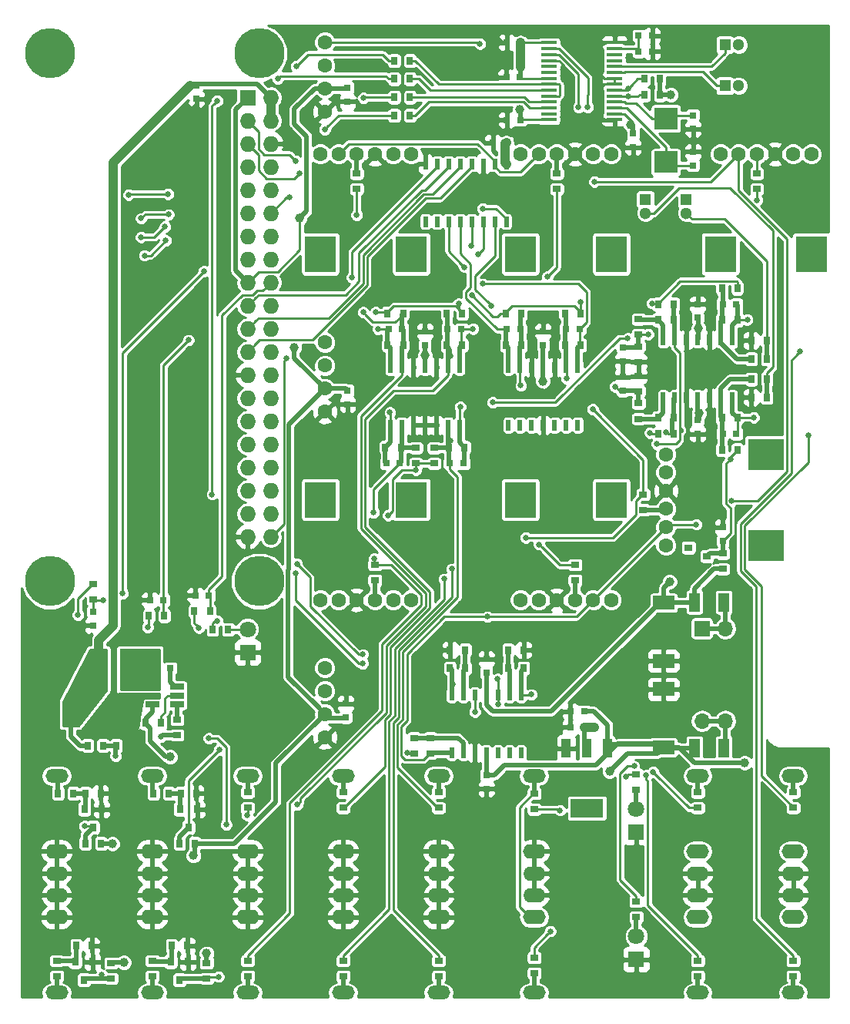
<source format=gbr>
G04 #@! TF.FileFunction,Copper,L2,Bot,Signal*
%FSLAX46Y46*%
G04 Gerber Fmt 4.6, Leading zero omitted, Abs format (unit mm)*
G04 Created by KiCad (PCBNEW 4.0.6) date 2018 May 30, Wednesday 17:12:06*
%MOMM*%
%LPD*%
G01*
G04 APERTURE LIST*
%ADD10C,0.100000*%
%ADD11R,1.700000X1.700000*%
%ADD12O,1.700000X1.700000*%
%ADD13R,0.800000X0.750000*%
%ADD14R,0.700000X0.900000*%
%ADD15R,0.900000X0.700000*%
%ADD16R,0.750000X0.800000*%
%ADD17R,0.900000X0.800000*%
%ADD18R,1.200000X2.000000*%
%ADD19R,2.600000X2.400000*%
%ADD20O,2.500000X1.500000*%
%ADD21O,2.500000X1.600000*%
%ADD22O,2.400000X1.600000*%
%ADD23R,0.800000X0.900000*%
%ADD24R,2.400000X1.500000*%
%ADD25R,1.500000X2.400000*%
%ADD26R,1.300000X1.300000*%
%ADD27C,1.300000*%
%ADD28R,1.727200X1.727200*%
%ADD29O,1.727200X1.727200*%
%ADD30C,5.500000*%
%ADD31R,1.800000X4.200000*%
%ADD32R,3.500000X4.000000*%
%ADD33C,1.600000*%
%ADD34R,4.000000X3.500000*%
%ADD35R,0.508000X1.143000*%
%ADD36R,1.750000X0.450000*%
%ADD37R,1.560000X0.650000*%
%ADD38R,1.800000X1.800000*%
%ADD39C,1.800000*%
%ADD40R,3.657600X2.032000*%
%ADD41R,1.016000X2.032000*%
%ADD42C,1.100000*%
%ADD43C,0.650000*%
%ADD44C,1.000000*%
%ADD45C,0.500000*%
%ADD46C,0.250000*%
%ADD47C,1.000000*%
%ADD48C,0.254000*%
G04 APERTURE END LIST*
D10*
D11*
X75460000Y-66880000D03*
D12*
X78000000Y-66880000D03*
X75460000Y-69420000D03*
X78000000Y-69420000D03*
X75460000Y-71960000D03*
X78000000Y-71960000D03*
X75460000Y-74500000D03*
X78000000Y-74500000D03*
X75460000Y-77040000D03*
X78000000Y-77040000D03*
D13*
X79250000Y-45500000D03*
X77750000Y-45500000D03*
X79250000Y-31250000D03*
X77750000Y-31250000D03*
D14*
X53900000Y-35750000D03*
X55600000Y-35750000D03*
X70850000Y-8250000D03*
X69150000Y-8250000D03*
D15*
X36000000Y-103400000D03*
X36000000Y-105100000D03*
X61500000Y-59900000D03*
X61500000Y-61600000D03*
X37500000Y-18600000D03*
X37500000Y-16900000D03*
D14*
X42600000Y-32250000D03*
X40900000Y-32250000D03*
D16*
X74500000Y-16000000D03*
X74500000Y-14500000D03*
D13*
X41000000Y-34000000D03*
X42500000Y-34000000D03*
X54000000Y-34000000D03*
X55500000Y-34000000D03*
X68500000Y-1750000D03*
X70000000Y-1750000D03*
X53950000Y-6300000D03*
X55450000Y-6300000D03*
X49000000Y-34000000D03*
X47500000Y-34000000D03*
X68500000Y-3500000D03*
X70000000Y-3500000D03*
X54000000Y-2500000D03*
X55500000Y-2500000D03*
D16*
X45000000Y-34250000D03*
X45000000Y-35750000D03*
X77750000Y-57250000D03*
X77750000Y-55750000D03*
D13*
X40750000Y-48750000D03*
X42250000Y-48750000D03*
D16*
X19900000Y-8700000D03*
X19900000Y-7200000D03*
X75000000Y-44000000D03*
X75000000Y-45500000D03*
X75000000Y-31250000D03*
X75000000Y-32750000D03*
X58000000Y-34250000D03*
X58000000Y-35750000D03*
D13*
X62500000Y-77750000D03*
X61000000Y-77750000D03*
D16*
X66750000Y-40750000D03*
X66750000Y-39250000D03*
X66750000Y-36000000D03*
X66750000Y-37500000D03*
D17*
X76000000Y-57050000D03*
X76000000Y-58950000D03*
X74000000Y-58000000D03*
D18*
X74650000Y-80000000D03*
X77850000Y-80000000D03*
X74650000Y-64000000D03*
X77850000Y-64000000D03*
D14*
X70850000Y-6500000D03*
X69150000Y-6500000D03*
D15*
X25500000Y-86600000D03*
X25500000Y-84900000D03*
D14*
X55600000Y-32250000D03*
X53900000Y-32250000D03*
X40900000Y-35750000D03*
X42600000Y-35750000D03*
X47400000Y-32250000D03*
X49100000Y-32250000D03*
D15*
X59500000Y-18600000D03*
X59500000Y-16900000D03*
D14*
X60400000Y-32250000D03*
X62100000Y-32250000D03*
D15*
X69000000Y-52150000D03*
X69000000Y-53850000D03*
X36000000Y-86600000D03*
X36000000Y-84900000D03*
X46500000Y-103400000D03*
X46500000Y-105100000D03*
D14*
X49100000Y-35750000D03*
X47400000Y-35750000D03*
X62100000Y-35750000D03*
X60400000Y-35750000D03*
D15*
X77750000Y-58650000D03*
X77750000Y-60350000D03*
X46000000Y-47050000D03*
X46000000Y-48750000D03*
X81500000Y-18600000D03*
X81500000Y-16900000D03*
X46500000Y-86600000D03*
X46500000Y-84900000D03*
D14*
X49350000Y-47000000D03*
X47650000Y-47000000D03*
X14250000Y-77250000D03*
X15950000Y-77250000D03*
D15*
X17750000Y-76900000D03*
X17750000Y-78600000D03*
X44000000Y-47050000D03*
X44000000Y-48750000D03*
X39500000Y-59900000D03*
X39500000Y-61600000D03*
X25500000Y-103400000D03*
X25500000Y-105100000D03*
D14*
X9600000Y-79750000D03*
X7900000Y-79750000D03*
X12750000Y-79750000D03*
X11050000Y-79750000D03*
X40650000Y-47000000D03*
X42350000Y-47000000D03*
D19*
X71500000Y-15650000D03*
X71500000Y-10850000D03*
D20*
X25500000Y-83080000D03*
D21*
X25500000Y-91380000D03*
D22*
X25500000Y-93800000D03*
D20*
X36000000Y-83080000D03*
D21*
X36000000Y-91380000D03*
D22*
X36000000Y-93800000D03*
D20*
X46500000Y-83080000D03*
D21*
X46500000Y-91380000D03*
D22*
X46500000Y-93800000D03*
D20*
X25500000Y-106920000D03*
D21*
X25500000Y-98620000D03*
D22*
X25500000Y-96200000D03*
D23*
X7550000Y-86750000D03*
X9450000Y-86750000D03*
X8500000Y-88750000D03*
X18050000Y-86750000D03*
X19950000Y-86750000D03*
X19000000Y-88750000D03*
X6550000Y-103500000D03*
X8450000Y-103500000D03*
X7500000Y-105500000D03*
X17050000Y-103500000D03*
X18950000Y-103500000D03*
X18000000Y-105500000D03*
D14*
X41650000Y-4500000D03*
X43350000Y-4500000D03*
D15*
X57000000Y-103050000D03*
X57000000Y-104750000D03*
X57000000Y-86750000D03*
X57000000Y-85050000D03*
D14*
X70650000Y-45500000D03*
X72350000Y-45500000D03*
X70650000Y-31250000D03*
X72350000Y-31250000D03*
X6350000Y-85000000D03*
X4650000Y-85000000D03*
X9350000Y-85000000D03*
X7650000Y-85000000D03*
X70650000Y-43750000D03*
X72350000Y-43750000D03*
X70650000Y-33000000D03*
X72350000Y-33000000D03*
D15*
X68500000Y-42150000D03*
X68500000Y-43850000D03*
X68500000Y-34600000D03*
X68500000Y-32900000D03*
X68500000Y-39150000D03*
X68500000Y-40850000D03*
X68500000Y-37600000D03*
X68500000Y-35900000D03*
D14*
X16850000Y-85000000D03*
X15150000Y-85000000D03*
X19850000Y-85000000D03*
X18150000Y-85000000D03*
X80900000Y-35250000D03*
X82600000Y-35250000D03*
X80900000Y-41500000D03*
X82600000Y-41500000D03*
X79350000Y-29500000D03*
X77650000Y-29500000D03*
X82600000Y-37250000D03*
X80900000Y-37250000D03*
D16*
X74500000Y-10500000D03*
X74500000Y-12000000D03*
X67900000Y-14000000D03*
X67900000Y-12500000D03*
D13*
X54000000Y-11000000D03*
X55500000Y-11000000D03*
X62000000Y-34000000D03*
X60500000Y-34000000D03*
D24*
X71250000Y-79950000D03*
X71250000Y-73550000D03*
X71250000Y-70450000D03*
X71250000Y-64050000D03*
D13*
X49250000Y-48750000D03*
X47750000Y-48750000D03*
X15500000Y-71250000D03*
X17000000Y-71250000D03*
D25*
X6050000Y-76250000D03*
X12450000Y-76250000D03*
D13*
X61000000Y-76000000D03*
X62500000Y-76000000D03*
D16*
X36500000Y-7500000D03*
X36500000Y-9000000D03*
D26*
X78000000Y-2750000D03*
D27*
X79500000Y-2750000D03*
D26*
X78000000Y-7250000D03*
D27*
X79500000Y-7250000D03*
D26*
X73750000Y-19750000D03*
D27*
X73750000Y-21250000D03*
D26*
X69250000Y-19750000D03*
D27*
X69250000Y-21250000D03*
D20*
X36000000Y-106920000D03*
D21*
X36000000Y-98620000D03*
D22*
X36000000Y-96200000D03*
D20*
X46500000Y-106920000D03*
D21*
X46500000Y-98620000D03*
D22*
X46500000Y-96200000D03*
D28*
X25500000Y-8550000D03*
D29*
X28040000Y-8550000D03*
X25500000Y-11090000D03*
X28040000Y-11090000D03*
X25500000Y-13630000D03*
X28040000Y-13630000D03*
X25500000Y-16170000D03*
X28040000Y-16170000D03*
X25500000Y-18710000D03*
X28040000Y-18710000D03*
X25500000Y-21250000D03*
X28040000Y-21250000D03*
X25500000Y-23790000D03*
X28040000Y-23790000D03*
X25500000Y-26330000D03*
X28040000Y-26330000D03*
X25500000Y-28870000D03*
X28040000Y-28870000D03*
X25500000Y-31410000D03*
X28040000Y-31410000D03*
X25500000Y-33950000D03*
X28040000Y-33950000D03*
X25500000Y-36490000D03*
X28040000Y-36490000D03*
X25500000Y-39030000D03*
X28040000Y-39030000D03*
X25500000Y-41570000D03*
X28040000Y-41570000D03*
X25500000Y-44110000D03*
X28040000Y-44110000D03*
X25500000Y-46650000D03*
X28040000Y-46650000D03*
X25500000Y-49190000D03*
X28040000Y-49190000D03*
X25500000Y-51730000D03*
X28040000Y-51730000D03*
X25500000Y-54270000D03*
X28040000Y-54270000D03*
X25500000Y-56810000D03*
X28040000Y-56810000D03*
D30*
X26770000Y-61680000D03*
X26770000Y-3680000D03*
X3770000Y-3680000D03*
X3770000Y-61680000D03*
D31*
X9150000Y-71250000D03*
X12350000Y-71250000D03*
D14*
X79350000Y-47250000D03*
X77650000Y-47250000D03*
X82600000Y-39500000D03*
X80900000Y-39500000D03*
X77650000Y-33000000D03*
X79350000Y-33000000D03*
X77650000Y-43750000D03*
X79350000Y-43750000D03*
D15*
X85500000Y-103400000D03*
X85500000Y-105100000D03*
X85500000Y-86600000D03*
X85500000Y-84900000D03*
X4500000Y-103400000D03*
X4500000Y-105100000D03*
D14*
X8350000Y-101750000D03*
X6650000Y-101750000D03*
D15*
X15000000Y-103400000D03*
X15000000Y-105100000D03*
D14*
X18850000Y-101750000D03*
X17150000Y-101750000D03*
X7650000Y-90500000D03*
X9350000Y-90500000D03*
X18000000Y-90500000D03*
X19700000Y-90500000D03*
D15*
X10500000Y-105350000D03*
X10500000Y-103650000D03*
X21000000Y-105350000D03*
X21000000Y-103650000D03*
D32*
X33500000Y-25750000D03*
D33*
X39500000Y-14750000D03*
X37500000Y-14750000D03*
X35500000Y-14750000D03*
X41500000Y-14750000D03*
X43500000Y-14750000D03*
X33500000Y-14750000D03*
D32*
X43500000Y-25750000D03*
X65500000Y-52750000D03*
D33*
X59500000Y-63750000D03*
X61500000Y-63750000D03*
X63500000Y-63750000D03*
X57500000Y-63750000D03*
X55500000Y-63750000D03*
X65500000Y-63750000D03*
D32*
X55500000Y-52750000D03*
X55500000Y-25750000D03*
D33*
X61500000Y-14750000D03*
X59500000Y-14750000D03*
X57500000Y-14750000D03*
X63500000Y-14750000D03*
X65500000Y-14750000D03*
X55500000Y-14750000D03*
D32*
X65500000Y-25750000D03*
D34*
X82500000Y-57750000D03*
D33*
X71500000Y-51750000D03*
X71500000Y-53750000D03*
X71500000Y-55750000D03*
X71500000Y-49750000D03*
X71500000Y-47750000D03*
X71500000Y-57750000D03*
D34*
X82500000Y-47750000D03*
D32*
X77500000Y-25750000D03*
D33*
X83500000Y-14750000D03*
X81500000Y-14750000D03*
X79500000Y-14750000D03*
X85500000Y-14750000D03*
X87500000Y-14750000D03*
X77500000Y-14750000D03*
D32*
X87500000Y-25750000D03*
X43500000Y-52750000D03*
D33*
X37500000Y-63750000D03*
X39500000Y-63750000D03*
X41500000Y-63750000D03*
X35500000Y-63750000D03*
X33500000Y-63750000D03*
X43500000Y-63750000D03*
D32*
X33500000Y-52750000D03*
D20*
X4500000Y-83080000D03*
D21*
X4500000Y-91380000D03*
D22*
X4500000Y-93800000D03*
D20*
X15000000Y-106920000D03*
D21*
X15000000Y-98620000D03*
D22*
X15000000Y-96200000D03*
D35*
X41190000Y-38198000D03*
X42460000Y-38198000D03*
X43730000Y-38198000D03*
X45000000Y-38198000D03*
X46270000Y-38198000D03*
X47540000Y-38198000D03*
X48810000Y-38198000D03*
X48810000Y-44548000D03*
X47540000Y-44548000D03*
X45000000Y-44548000D03*
X43730000Y-44548000D03*
X42460000Y-44548000D03*
X41190000Y-44548000D03*
X46270000Y-44548000D03*
D36*
X58650000Y-10975000D03*
X58650000Y-10325000D03*
X58650000Y-9675000D03*
X58650000Y-9025000D03*
X58650000Y-8375000D03*
X58650000Y-7725000D03*
X58650000Y-7075000D03*
X58650000Y-6425000D03*
X58650000Y-5775000D03*
X58650000Y-5125000D03*
X58650000Y-4475000D03*
X58650000Y-3825000D03*
X58650000Y-3175000D03*
X58650000Y-2525000D03*
X65850000Y-2525000D03*
X65850000Y-3175000D03*
X65850000Y-3825000D03*
X65850000Y-4475000D03*
X65850000Y-5125000D03*
X65850000Y-5775000D03*
X65850000Y-6425000D03*
X65850000Y-7075000D03*
X65850000Y-7725000D03*
X65850000Y-8375000D03*
X65850000Y-9025000D03*
X65850000Y-9675000D03*
X65850000Y-10325000D03*
X65850000Y-10975000D03*
D35*
X54190000Y-38198000D03*
X55460000Y-38198000D03*
X56730000Y-38198000D03*
X58000000Y-38198000D03*
X59270000Y-38198000D03*
X60540000Y-38198000D03*
X61810000Y-38198000D03*
X61810000Y-44548000D03*
X60540000Y-44548000D03*
X58000000Y-44548000D03*
X56730000Y-44548000D03*
X55460000Y-44548000D03*
X54190000Y-44548000D03*
X59270000Y-44548000D03*
D37*
X15050000Y-75200000D03*
X15050000Y-74250000D03*
X15050000Y-73300000D03*
X17750000Y-73300000D03*
X17750000Y-75200000D03*
X17750000Y-74250000D03*
D35*
X71190000Y-35198000D03*
X72460000Y-35198000D03*
X73730000Y-35198000D03*
X75000000Y-35198000D03*
X76270000Y-35198000D03*
X77540000Y-35198000D03*
X78810000Y-35198000D03*
X78810000Y-41548000D03*
X77540000Y-41548000D03*
X75000000Y-41548000D03*
X73730000Y-41548000D03*
X72460000Y-41548000D03*
X71190000Y-41548000D03*
X76270000Y-41548000D03*
D20*
X57000000Y-83080000D03*
D21*
X57000000Y-91380000D03*
D22*
X57000000Y-93800000D03*
D20*
X85500000Y-83080000D03*
D21*
X85500000Y-91380000D03*
D22*
X85500000Y-93800000D03*
D20*
X57000000Y-106920000D03*
D21*
X57000000Y-98620000D03*
D22*
X57000000Y-96200000D03*
D20*
X85500000Y-106920000D03*
D21*
X85500000Y-98620000D03*
D22*
X85500000Y-96200000D03*
D20*
X15000000Y-83080000D03*
D21*
X15000000Y-91380000D03*
D22*
X15000000Y-93800000D03*
D20*
X4500000Y-106920000D03*
D21*
X4500000Y-98620000D03*
D22*
X4500000Y-96200000D03*
D20*
X75000000Y-83080000D03*
D21*
X75000000Y-91380000D03*
D22*
X75000000Y-93800000D03*
D20*
X75000000Y-106920000D03*
D21*
X75000000Y-98620000D03*
D22*
X75000000Y-96200000D03*
D35*
X53945000Y-15825000D03*
X51405000Y-15825000D03*
X50135000Y-15825000D03*
X48865000Y-15825000D03*
X47595000Y-15825000D03*
X46325000Y-15825000D03*
X45055000Y-15825000D03*
X45055000Y-22175000D03*
X46325000Y-22175000D03*
X47595000Y-22175000D03*
X48865000Y-22175000D03*
X50135000Y-22175000D03*
X51405000Y-22175000D03*
X52675000Y-22175000D03*
X53945000Y-22175000D03*
X52675000Y-15825000D03*
D16*
X51750000Y-71750000D03*
X51750000Y-70250000D03*
X51750000Y-84500000D03*
X51750000Y-83000000D03*
D14*
X47750000Y-69250000D03*
X49450000Y-69250000D03*
X47750000Y-71250000D03*
X49450000Y-71250000D03*
X55850000Y-69250000D03*
X54150000Y-69250000D03*
X55850000Y-71250000D03*
X54150000Y-71250000D03*
D15*
X75000000Y-105100000D03*
X75000000Y-103400000D03*
X75000000Y-84900000D03*
X75000000Y-86600000D03*
D35*
X47940000Y-74198000D03*
X49210000Y-74198000D03*
X50480000Y-74198000D03*
X51750000Y-74198000D03*
X53020000Y-74198000D03*
X54290000Y-74198000D03*
X55560000Y-74198000D03*
X55560000Y-80548000D03*
X54290000Y-80548000D03*
X51750000Y-80548000D03*
X50480000Y-80548000D03*
X49210000Y-80548000D03*
X47940000Y-80548000D03*
X53020000Y-80548000D03*
D38*
X25500000Y-69500000D03*
D39*
X25500000Y-66960000D03*
D38*
X68250000Y-89250000D03*
D39*
X68250000Y-86710000D03*
D38*
X68250000Y-103250000D03*
D39*
X68250000Y-100710000D03*
D14*
X21650000Y-67000000D03*
X23350000Y-67000000D03*
D15*
X68250000Y-82900000D03*
X68250000Y-84600000D03*
X68250000Y-96900000D03*
X68250000Y-98600000D03*
D40*
X62811900Y-86649000D03*
D41*
X62811900Y-80045000D03*
X65097900Y-80045000D03*
X60525900Y-80045000D03*
D16*
X36500000Y-40750000D03*
X36500000Y-42250000D03*
D14*
X43350000Y-10500000D03*
X41650000Y-10500000D03*
X43350000Y-6500000D03*
X41650000Y-6500000D03*
X43350000Y-8500000D03*
X41650000Y-8500000D03*
D16*
X36300000Y-76650000D03*
X36300000Y-75150000D03*
D13*
X52500000Y-13500000D03*
X54000000Y-13500000D03*
D15*
X43800000Y-80600000D03*
X43800000Y-78900000D03*
X45600000Y-78900000D03*
X45600000Y-80600000D03*
D16*
X8500000Y-66550000D03*
X8500000Y-65050000D03*
D13*
X14750000Y-63750000D03*
X16250000Y-63750000D03*
X19750000Y-63250000D03*
X21250000Y-63250000D03*
D15*
X8550000Y-62000000D03*
X8550000Y-63700000D03*
D14*
X14650000Y-65500000D03*
X16350000Y-65500000D03*
X19650000Y-65000000D03*
X21350000Y-65000000D03*
D33*
X34000000Y-78830000D03*
X34000000Y-76290000D03*
X34000000Y-73750000D03*
X34000000Y-71210000D03*
X34000000Y-43080000D03*
X34000000Y-40540000D03*
X34000000Y-38000000D03*
X34000000Y-35460000D03*
X34000000Y-10080000D03*
X34000000Y-7540000D03*
X34000000Y-5000000D03*
X34000000Y-2460000D03*
D42*
X30600000Y-13050000D03*
D43*
X43700000Y-45900000D03*
X43650000Y-43050000D03*
X43750000Y-36700000D03*
X43750000Y-39600000D03*
X14000000Y-14950000D03*
X14750000Y-14150000D03*
X15350000Y-13450000D03*
X16150000Y-12800000D03*
X16800000Y-12150000D03*
X17550000Y-11550000D03*
X18200000Y-10850000D03*
X18850000Y-10200000D03*
X52850000Y-1800000D03*
X60250000Y-5700000D03*
X9500000Y-76500000D03*
X9500000Y-77250000D03*
X8750000Y-77250000D03*
X8750000Y-78000000D03*
X9500000Y-78000000D03*
X10250000Y-77250000D03*
X10250000Y-78000000D03*
X11000000Y-78000000D03*
X11000000Y-77250000D03*
X11000000Y-76500000D03*
X11000000Y-75750000D03*
X10250000Y-76500000D03*
X10250000Y-75750000D03*
X10250000Y-75000000D03*
X11000000Y-75000000D03*
D44*
X65296538Y-82550022D03*
X75100000Y-33900000D03*
X80150000Y-81650000D03*
X17000000Y-81000000D03*
X75150000Y-43250000D03*
X71900000Y-61750000D03*
X30649967Y-35979480D03*
X31249998Y-21800000D03*
X11900000Y-103600000D03*
X21000000Y-102600000D03*
X10650000Y-90550000D03*
X19550000Y-91850000D03*
X67600000Y-11550002D03*
X72050000Y-8250000D03*
X55450000Y-9850000D03*
D43*
X30778633Y-15500000D03*
X67371157Y-7525477D03*
X51050000Y-2650000D03*
X31228644Y-16874125D03*
X67400000Y-8375000D03*
X61900000Y-9600000D03*
X62900000Y-9600000D03*
X39850002Y-34000000D03*
X51350000Y-20750000D03*
X52326921Y-31407668D03*
X50300000Y-33950000D03*
X43050000Y-80550000D03*
X40950000Y-54450000D03*
X69735935Y-45382932D03*
X39574989Y-32150000D03*
X78600000Y-48250000D03*
X69950000Y-31150000D03*
X62100000Y-31050000D03*
X44000000Y-49450000D03*
X48700000Y-31200000D03*
X50150000Y-30250000D03*
X65900000Y-40300000D03*
X86250000Y-36450000D03*
X80450000Y-32950000D03*
X87150000Y-45650000D03*
X81150000Y-43700000D03*
X48900000Y-42550000D03*
X50850000Y-25750000D03*
X41150000Y-43150000D03*
X50100000Y-24850000D03*
X12425010Y-19232414D03*
X7550000Y-88600000D03*
X16750000Y-19150000D03*
X22400000Y-80200000D03*
X13800010Y-23900000D03*
X16400000Y-22750000D03*
X13800010Y-21826846D03*
X9450000Y-104950000D03*
X16800000Y-21400000D03*
X14150032Y-25900000D03*
X22300000Y-105150000D03*
X23150000Y-88450000D03*
X21250000Y-78950000D03*
X16500000Y-24250000D03*
X30963944Y-86255310D03*
X25450000Y-87400000D03*
X38200000Y-32150000D03*
X37500000Y-21450000D03*
X57550000Y-57650000D03*
X47100000Y-61450000D03*
X55550000Y-40200000D03*
X47800000Y-36950000D03*
X58450000Y-28250000D03*
X51375208Y-29025208D03*
X49351933Y-27167321D03*
X56100000Y-56900000D03*
X47950000Y-60350000D03*
X63450000Y-42800002D03*
X60550000Y-39400000D03*
D44*
X53850000Y-14300000D03*
X45000000Y-36850000D03*
X55500000Y-5200000D03*
X63600000Y-77750000D03*
X57950000Y-39700000D03*
D43*
X47800000Y-46250000D03*
X52450000Y-42050000D03*
X67300000Y-35000000D03*
X81500000Y-19800000D03*
X39350000Y-54150000D03*
X39450000Y-59200000D03*
X69550010Y-34550000D03*
X11000000Y-80900000D03*
X15974998Y-78800000D03*
X58800000Y-100150000D03*
X71525012Y-45284260D03*
X59859627Y-86859627D03*
X70500000Y-46600000D03*
X51850000Y-65600000D03*
X74850000Y-55450000D03*
X78750000Y-52850000D03*
X63650000Y-17800000D03*
X36983460Y-28310876D03*
X70100000Y-82650000D03*
X48050000Y-73050000D03*
X69300000Y-83000000D03*
X56700000Y-74150000D03*
X9650000Y-63750000D03*
X11749990Y-63050000D03*
X20700000Y-27650000D03*
X19000000Y-35200000D03*
X38150000Y-69750000D03*
X68000000Y-82024980D03*
X53050000Y-75200000D03*
X53000000Y-72449990D03*
X30917309Y-59798056D03*
X38150000Y-70750000D03*
X67100000Y-83150000D03*
X30745003Y-60834627D03*
X50500000Y-76050000D03*
X22150000Y-66050000D03*
X33975010Y-12050000D03*
X30100010Y-19500000D03*
X30850000Y-5100000D03*
X22150000Y-8900000D03*
X28800000Y-6500000D03*
X21600000Y-52150000D03*
X29800000Y-37200000D03*
X38250000Y-8600000D03*
X6850000Y-65400000D03*
X14500000Y-66750000D03*
X20150010Y-66800839D03*
D45*
X78000000Y-77040000D02*
X78000000Y-79850000D01*
X78000000Y-79850000D02*
X77850000Y-80000000D01*
X78000000Y-77040000D02*
X75460000Y-77040000D01*
X78000000Y-66880000D02*
X78000000Y-64150000D01*
X78000000Y-64150000D02*
X77850000Y-64000000D01*
X78000000Y-66880000D02*
X75460000Y-66880000D01*
X28040000Y-13630000D02*
X30020000Y-13630000D01*
X30020000Y-13630000D02*
X30600000Y-13050000D01*
D46*
X46270000Y-38198000D02*
X46270000Y-39019500D01*
X46270000Y-39019500D02*
X45689500Y-39600000D01*
X45689500Y-39600000D02*
X44209619Y-39600000D01*
X44209619Y-39600000D02*
X43750000Y-39600000D01*
X64500000Y-10750000D02*
X64500000Y-7300000D01*
X64500000Y-7300000D02*
X64725000Y-7075000D01*
X64725000Y-7075000D02*
X65850000Y-7075000D01*
X65850000Y-10975000D02*
X64725000Y-10975000D01*
X64725000Y-10975000D02*
X64500000Y-10750000D01*
X65850000Y-7075000D02*
X65850000Y-6425000D01*
X64100000Y-3150000D02*
X64100000Y-5800000D01*
X64100000Y-5800000D02*
X64725000Y-6425000D01*
X64725000Y-6425000D02*
X65850000Y-6425000D01*
X65850000Y-2525000D02*
X64725000Y-2525000D01*
X64725000Y-2525000D02*
X64100000Y-3150000D01*
X43730000Y-44548000D02*
X43730000Y-45870000D01*
X43730000Y-45870000D02*
X43700000Y-45900000D01*
X43730000Y-44548000D02*
X43730000Y-43130000D01*
X43730000Y-43130000D02*
X43650000Y-43050000D01*
X43730000Y-38198000D02*
X43730000Y-36720000D01*
X43730000Y-36720000D02*
X43750000Y-36700000D01*
X43730000Y-38198000D02*
X43730000Y-39580000D01*
X43730000Y-39580000D02*
X43750000Y-39600000D01*
X15350000Y-13450000D02*
X15350000Y-13550000D01*
X15350000Y-13550000D02*
X14750000Y-14150000D01*
X16800000Y-12150000D02*
X16150000Y-12800000D01*
X18200000Y-10850000D02*
X18200000Y-10900000D01*
X18200000Y-10900000D02*
X17550000Y-11550000D01*
X19900000Y-8700000D02*
X19900000Y-9150000D01*
X19900000Y-9150000D02*
X18850000Y-10200000D01*
X54000000Y-2500000D02*
X53550000Y-2500000D01*
X53550000Y-2500000D02*
X52850000Y-1800000D01*
X58650000Y-4475000D02*
X59775000Y-4475000D01*
X59775000Y-4475000D02*
X60250000Y-4950000D01*
X60250000Y-4950000D02*
X60250000Y-5700000D01*
D45*
X9500000Y-77250000D02*
X9500000Y-76500000D01*
X8750000Y-78000000D02*
X8750000Y-77250000D01*
X10250000Y-77250000D02*
X9500000Y-78000000D01*
X11000000Y-78000000D02*
X10250000Y-78000000D01*
X11000000Y-76500000D02*
X11000000Y-77250000D01*
X10250000Y-76500000D02*
X11000000Y-75750000D01*
X10250000Y-75000000D02*
X10250000Y-75750000D01*
X12450000Y-76250000D02*
X12250000Y-76250000D01*
X12250000Y-76250000D02*
X11000000Y-75000000D01*
X71250000Y-79950000D02*
X70850000Y-79550000D01*
X70850000Y-79550000D02*
X66150000Y-79550000D01*
X66150000Y-79550000D02*
X63820010Y-81879990D01*
X53745010Y-81879990D02*
X52625000Y-83000000D01*
X63820010Y-81879990D02*
X53745010Y-81879990D01*
X52625000Y-83000000D02*
X51750000Y-83000000D01*
X71250000Y-79950000D02*
X70600000Y-80600000D01*
X70600000Y-80600000D02*
X67246560Y-80600000D01*
X67246560Y-80600000D02*
X65796537Y-82050023D01*
X65796537Y-82050023D02*
X65296538Y-82550022D01*
X71250000Y-79950000D02*
X70900000Y-79600000D01*
X70900000Y-79600000D02*
X65542900Y-79600000D01*
X65542900Y-79600000D02*
X65097900Y-80045000D01*
X75100000Y-33900000D02*
X75100000Y-35098000D01*
X75100000Y-35098000D02*
X75000000Y-35198000D01*
X75100000Y-33900000D02*
X75100000Y-32850000D01*
X75100000Y-32850000D02*
X75000000Y-32750000D01*
X71250000Y-79950000D02*
X72950000Y-79950000D01*
X72950000Y-79950000D02*
X74650000Y-81650000D01*
X74650000Y-81650000D02*
X80150000Y-81650000D01*
X65097900Y-78529000D02*
X65097900Y-80045000D01*
X65097900Y-77504382D02*
X65097900Y-78529000D01*
X62500000Y-76000000D02*
X63593518Y-76000000D01*
X63593518Y-76000000D02*
X65097900Y-77504382D01*
X51750000Y-80548000D02*
X51750000Y-83000000D01*
X74650000Y-80000000D02*
X71300000Y-80000000D01*
X71300000Y-80000000D02*
X71250000Y-79950000D01*
X14750000Y-79250000D02*
X16500000Y-81000000D01*
X16500000Y-81000000D02*
X17000000Y-81000000D01*
X14750000Y-77850000D02*
X14750000Y-79250000D01*
X14250000Y-77250000D02*
X14250000Y-77350000D01*
X14250000Y-77350000D02*
X14750000Y-77850000D01*
X15050000Y-75200000D02*
X15050000Y-76050000D01*
X15050000Y-76050000D02*
X14250000Y-76850000D01*
X14250000Y-76850000D02*
X14250000Y-77250000D01*
X52455502Y-75975002D02*
X51750000Y-75269500D01*
X71250000Y-64050000D02*
X70800000Y-64050000D01*
X70800000Y-64050000D02*
X58874998Y-75975002D01*
X58874998Y-75975002D02*
X52455502Y-75975002D01*
X51750000Y-75269500D02*
X51750000Y-74198000D01*
X75107106Y-44000000D02*
X75150000Y-43957106D01*
X75000000Y-44000000D02*
X75107106Y-44000000D01*
X75150000Y-43957106D02*
X75150000Y-43250000D01*
X75000000Y-44000000D02*
X75000000Y-41548000D01*
X71250000Y-64050000D02*
X71250000Y-62400000D01*
X71250000Y-62400000D02*
X71900000Y-61750000D01*
X74650000Y-64000000D02*
X74650000Y-62500000D01*
X74650000Y-62500000D02*
X76800000Y-60350000D01*
X76800000Y-60350000D02*
X77750000Y-60350000D01*
X51750000Y-74198000D02*
X51750000Y-71750000D01*
X74650000Y-64000000D02*
X71300000Y-64000000D01*
X71300000Y-64000000D02*
X71250000Y-64050000D01*
X32003645Y-12783649D02*
X32003645Y-21046353D01*
X30649998Y-11430002D02*
X32003645Y-12783649D01*
X30649998Y-9758632D02*
X30649998Y-11430002D01*
X32868630Y-7540000D02*
X30649998Y-9758632D01*
X32003645Y-21046353D02*
X31749997Y-21300001D01*
X31749997Y-21300001D02*
X31249998Y-21800000D01*
X34000000Y-7540000D02*
X32868630Y-7540000D01*
X33200001Y-75490001D02*
X34000000Y-76290000D01*
X34000000Y-40540000D02*
X30050000Y-44490000D01*
X29970001Y-60462625D02*
X29970001Y-72260001D01*
X30050000Y-44490000D02*
X30050000Y-60382626D01*
X29970001Y-72260001D02*
X33200001Y-75490001D01*
X30050000Y-60382626D02*
X29970001Y-60462625D01*
X34000000Y-40540000D02*
X30649967Y-37189967D01*
X30649967Y-37189967D02*
X30649967Y-36686586D01*
X30649967Y-36686586D02*
X30649967Y-35979480D01*
X34000000Y-76290000D02*
X28600000Y-81690000D01*
X24047002Y-90500000D02*
X20550000Y-90500000D01*
X28600000Y-81690000D02*
X28600000Y-85947002D01*
X28600000Y-85947002D02*
X24047002Y-90500000D01*
X20550000Y-90500000D02*
X19700000Y-90500000D01*
D46*
X31249998Y-22507106D02*
X31249998Y-21800000D01*
X31249998Y-25250002D02*
X31249998Y-22507106D01*
X28818601Y-27681399D02*
X31249998Y-25250002D01*
X26688601Y-27681399D02*
X28818601Y-27681399D01*
X25500000Y-28870000D02*
X26688601Y-27681399D01*
X25500000Y-8550000D02*
X26200000Y-8550000D01*
X33450000Y-7300000D02*
X33690000Y-7540000D01*
X33690000Y-7540000D02*
X34000000Y-7540000D01*
D45*
X11900000Y-103600000D02*
X10550000Y-103600000D01*
X10550000Y-103600000D02*
X10500000Y-103650000D01*
X21000000Y-102600000D02*
X21000000Y-103650000D01*
X10650000Y-90550000D02*
X9400000Y-90550000D01*
X9400000Y-90550000D02*
X9350000Y-90500000D01*
X19700000Y-90500000D02*
X19700000Y-91700000D01*
X19700000Y-91700000D02*
X19550000Y-91850000D01*
X36250000Y-76750000D02*
X34460000Y-76750000D01*
X34460000Y-76750000D02*
X34000000Y-76290000D01*
X34000000Y-40540000D02*
X36290000Y-40540000D01*
X36290000Y-40540000D02*
X36500000Y-40750000D01*
X25500000Y-8550000D02*
X24186399Y-9863601D01*
X24186399Y-9863601D02*
X24186399Y-27556399D01*
X24186399Y-27556399D02*
X24636401Y-28006401D01*
X24636401Y-28006401D02*
X25500000Y-28870000D01*
X67850002Y-11550002D02*
X67600000Y-11550002D01*
X67900000Y-11600000D02*
X67850002Y-11550002D01*
X67900000Y-12500000D02*
X67900000Y-11600000D01*
X70850000Y-6500000D02*
X70850000Y-8250000D01*
X72050000Y-8250000D02*
X70850000Y-8250000D01*
X55500000Y-9900000D02*
X55450000Y-9850000D01*
X55500000Y-11000000D02*
X55500000Y-9900000D01*
X34000000Y-7540000D02*
X36460000Y-7540000D01*
X36460000Y-7540000D02*
X36500000Y-7500000D01*
D46*
X66975000Y-10325000D02*
X67900000Y-11250000D01*
X67900000Y-11250000D02*
X67900000Y-12500000D01*
X65850000Y-10325000D02*
X66975000Y-10325000D01*
X58650000Y-10975000D02*
X55525000Y-10975000D01*
X55525000Y-10975000D02*
X55500000Y-11000000D01*
X68500000Y-1750000D02*
X68500000Y-3500000D01*
X65850000Y-3175000D02*
X68175000Y-3175000D01*
X68175000Y-3175000D02*
X68500000Y-3500000D01*
X26688601Y-14182191D02*
X27331411Y-14825001D01*
X30453634Y-15175001D02*
X30778633Y-15500000D01*
X25500000Y-11090000D02*
X26688601Y-12278601D01*
X30103634Y-14825001D02*
X30453634Y-15175001D01*
X26688601Y-12278601D02*
X26688601Y-14182191D01*
X27331411Y-14825001D02*
X30103634Y-14825001D01*
X69150000Y-6500000D02*
X68396634Y-6500000D01*
X67171634Y-7725000D02*
X67371157Y-7525477D01*
X68396634Y-6500000D02*
X67696156Y-7200478D01*
X67696156Y-7200478D02*
X67371157Y-7525477D01*
X65850000Y-7725000D02*
X67171634Y-7725000D01*
X34000000Y-2460000D02*
X50860000Y-2460000D01*
X50860000Y-2460000D02*
X51050000Y-2650000D01*
X26688601Y-16577731D02*
X27608408Y-17497538D01*
X26688601Y-14818601D02*
X26688601Y-16577731D01*
X30903645Y-17199124D02*
X31228644Y-16874125D01*
X27608408Y-17497538D02*
X30605231Y-17497538D01*
X30605231Y-17497538D02*
X30903645Y-17199124D01*
X25500000Y-13630000D02*
X26688601Y-14818601D01*
X65850000Y-8375000D02*
X67400000Y-8375000D01*
X68425000Y-8375000D02*
X67400000Y-8375000D01*
X69150000Y-8250000D02*
X68550000Y-8250000D01*
X68550000Y-8250000D02*
X68425000Y-8375000D01*
X45425002Y-9024998D02*
X43950000Y-10500000D01*
X55846002Y-9024998D02*
X45425002Y-9024998D01*
X43950000Y-10500000D02*
X43350000Y-10500000D01*
X58650000Y-9675000D02*
X56496004Y-9675000D01*
X56496004Y-9675000D02*
X55846002Y-9024998D01*
X56482415Y-9025000D02*
X55957415Y-8500000D01*
X55957415Y-8500000D02*
X43950000Y-8500000D01*
X43950000Y-8500000D02*
X43350000Y-8500000D01*
X58650000Y-9025000D02*
X56482415Y-9025000D01*
X58650000Y-7075000D02*
X46525000Y-7075000D01*
X46525000Y-7075000D02*
X43950000Y-4500000D01*
X43950000Y-4500000D02*
X43350000Y-4500000D01*
X58650000Y-8375000D02*
X59775000Y-8375000D01*
X59775000Y-8375000D02*
X59850001Y-8299999D01*
X59850001Y-7150001D02*
X59775000Y-7075000D01*
X59775000Y-7075000D02*
X58650000Y-7075000D01*
X59850001Y-8299999D02*
X59850001Y-7150001D01*
X58650000Y-7725000D02*
X45575000Y-7725000D01*
X45575000Y-7725000D02*
X44350000Y-6500000D01*
X44350000Y-6500000D02*
X43350000Y-6500000D01*
X58650000Y-3825000D02*
X59775000Y-3825000D01*
X59775000Y-3825000D02*
X61900000Y-5950000D01*
X61900000Y-5950000D02*
X61900000Y-9600000D01*
X62950000Y-8200000D02*
X62900000Y-8250000D01*
X62900000Y-8250000D02*
X62900000Y-9600000D01*
X62950000Y-6350000D02*
X62950000Y-8200000D01*
X58650000Y-3175000D02*
X59775000Y-3175000D01*
X59775000Y-3175000D02*
X62950000Y-6350000D01*
X65850000Y-5125000D02*
X76525000Y-5125000D01*
X76525000Y-5125000D02*
X78000000Y-3650000D01*
X78000000Y-3650000D02*
X78000000Y-2750000D01*
X65850000Y-5775000D02*
X66975000Y-5775000D01*
X66975000Y-5775000D02*
X67025001Y-5724999D01*
X67025001Y-5724999D02*
X75574999Y-5724999D01*
X75574999Y-5724999D02*
X77100000Y-7250000D01*
X77100000Y-7250000D02*
X78000000Y-7250000D01*
X41000000Y-34000000D02*
X39850002Y-34000000D01*
X53945000Y-22175000D02*
X53945000Y-21857500D01*
X53945000Y-21857500D02*
X52837500Y-20750000D01*
X52837500Y-20750000D02*
X52660502Y-20750000D01*
X52660502Y-20750000D02*
X51350000Y-20750000D01*
D45*
X40900000Y-35750000D02*
X40900000Y-34100000D01*
X40900000Y-34100000D02*
X41000000Y-34000000D01*
X41190000Y-38198000D02*
X41190000Y-36040000D01*
X41190000Y-36040000D02*
X40900000Y-35750000D01*
D46*
X52675000Y-22175000D02*
X52675000Y-25975000D01*
X52675000Y-25975000D02*
X50550000Y-28100000D01*
X52001922Y-31082669D02*
X52326921Y-31407668D01*
X50550000Y-29630747D02*
X52001922Y-31082669D01*
X50550000Y-28100000D02*
X50550000Y-29630747D01*
X49000000Y-34000000D02*
X49000000Y-35650000D01*
X49000000Y-35650000D02*
X49100000Y-35750000D01*
X50300000Y-33950000D02*
X49050000Y-33950000D01*
X49050000Y-33950000D02*
X49000000Y-34000000D01*
D45*
X48810000Y-38198000D02*
X48810000Y-36040000D01*
X48810000Y-36040000D02*
X49100000Y-35750000D01*
D46*
X43800000Y-80600000D02*
X43100000Y-80600000D01*
X43100000Y-80600000D02*
X43050000Y-80550000D01*
X41424999Y-53975001D02*
X40950000Y-54450000D01*
X44000000Y-49450000D02*
X42464998Y-49450000D01*
X41424999Y-50489999D02*
X41424999Y-53975001D01*
X42464998Y-49450000D02*
X41424999Y-50489999D01*
X69853003Y-45500000D02*
X69735935Y-45382932D01*
X70650000Y-45500000D02*
X69853003Y-45500000D01*
X40900000Y-32250000D02*
X40800000Y-32150000D01*
X40800000Y-32150000D02*
X39574989Y-32150000D01*
X78600000Y-56375000D02*
X77750000Y-57225000D01*
X78600000Y-53662004D02*
X78600000Y-56375000D01*
X77750000Y-57225000D02*
X77750000Y-57250000D01*
X78099998Y-53162002D02*
X78600000Y-53662004D01*
X78099998Y-48750002D02*
X78099998Y-53162002D01*
X78600000Y-48250000D02*
X78099998Y-48750002D01*
X78600000Y-48250000D02*
X78600000Y-48000000D01*
X78600000Y-48000000D02*
X79350000Y-47250000D01*
X79350000Y-29500000D02*
X79350000Y-28800000D01*
X79350000Y-28800000D02*
X79274999Y-28724999D01*
X79274999Y-28724999D02*
X73075001Y-28724999D01*
X73075001Y-28724999D02*
X70650000Y-31150000D01*
X70650000Y-31150000D02*
X70650000Y-31250000D01*
X69950000Y-31150000D02*
X70550000Y-31150000D01*
X70550000Y-31150000D02*
X70650000Y-31250000D01*
X62100000Y-32250000D02*
X62100000Y-31050000D01*
X44000000Y-48750000D02*
X44000000Y-49450000D01*
X44000000Y-48750000D02*
X46000000Y-48750000D01*
X48700000Y-31200000D02*
X48700000Y-31850000D01*
X48700000Y-31850000D02*
X49100000Y-32250000D01*
X52500000Y-32600000D02*
X50150000Y-30250000D01*
X52950000Y-32600000D02*
X52500000Y-32600000D01*
X53300000Y-32250000D02*
X52950000Y-32600000D01*
X53900000Y-32250000D02*
X53300000Y-32250000D01*
X53900000Y-32250000D02*
X53900000Y-32150000D01*
X53900000Y-32150000D02*
X54575001Y-31474999D01*
X54575001Y-31474999D02*
X61424999Y-31474999D01*
X61424999Y-31474999D02*
X62100000Y-32150000D01*
X62100000Y-32150000D02*
X62100000Y-32250000D01*
X49100000Y-32250000D02*
X49100000Y-32150000D01*
X49100000Y-32150000D02*
X48424999Y-31474999D01*
X48424999Y-31474999D02*
X41575001Y-31474999D01*
X41575001Y-31474999D02*
X40900000Y-32150000D01*
X40900000Y-32150000D02*
X40900000Y-32250000D01*
D45*
X77750000Y-57250000D02*
X77750000Y-58650000D01*
X77750000Y-58650000D02*
X76300000Y-58650000D01*
X76300000Y-58650000D02*
X76000000Y-58950000D01*
D46*
X66224999Y-40624999D02*
X65900000Y-40300000D01*
X66450000Y-40850000D02*
X66224999Y-40624999D01*
X68500000Y-40850000D02*
X66450000Y-40850000D01*
D45*
X68500000Y-42150000D02*
X68500000Y-40850000D01*
X66750000Y-40750000D02*
X68400000Y-40750000D01*
X68400000Y-40750000D02*
X68500000Y-40850000D01*
D46*
X81449989Y-62286399D02*
X79724988Y-60561399D01*
X85925001Y-36774999D02*
X86250000Y-36450000D01*
X85275012Y-37424988D02*
X85925001Y-36774999D01*
X85275012Y-49838578D02*
X85275012Y-37424988D01*
X85500000Y-103400000D02*
X85500000Y-102800000D01*
X81449989Y-98749989D02*
X81449989Y-62286399D01*
X79724988Y-60561399D02*
X79724988Y-55388602D01*
X85500000Y-102800000D02*
X81449989Y-98749989D01*
X79724988Y-55388602D02*
X85275012Y-49838578D01*
X80450000Y-32950000D02*
X79400000Y-32950000D01*
X79400000Y-32950000D02*
X79350000Y-33000000D01*
D45*
X79350000Y-33000000D02*
X79350000Y-31350000D01*
X79350000Y-31350000D02*
X79250000Y-31250000D01*
X78810000Y-35198000D02*
X78810000Y-33540000D01*
X78810000Y-33540000D02*
X79350000Y-33000000D01*
D46*
X79350000Y-43750000D02*
X79350000Y-45400000D01*
X79350000Y-45400000D02*
X79250000Y-45500000D01*
X85500000Y-86600000D02*
X85600000Y-86600000D01*
X85600000Y-86600000D02*
X82050000Y-83050000D01*
X82050000Y-83050000D02*
X82050000Y-62250000D01*
X82050000Y-62250000D02*
X80174999Y-60374999D01*
X80174999Y-60374999D02*
X80174999Y-55575001D01*
X80174999Y-55575001D02*
X87150000Y-48600000D01*
X87150000Y-48600000D02*
X87150000Y-46109619D01*
X87150000Y-46109619D02*
X87150000Y-45650000D01*
X81150000Y-43700000D02*
X79400000Y-43700000D01*
X79400000Y-43700000D02*
X79350000Y-43750000D01*
D45*
X78810000Y-41548000D02*
X78810000Y-43210000D01*
X78810000Y-43210000D02*
X79350000Y-43750000D01*
D46*
X48810000Y-42640000D02*
X48900000Y-42550000D01*
X48810000Y-44548000D02*
X48810000Y-42640000D01*
X51405000Y-22175000D02*
X51405000Y-25195000D01*
X51405000Y-25195000D02*
X50850000Y-25750000D01*
D45*
X49350000Y-47000000D02*
X49350000Y-48650000D01*
X49350000Y-48650000D02*
X49250000Y-48750000D01*
X48810000Y-44548000D02*
X48810000Y-46460000D01*
X48810000Y-46460000D02*
X49350000Y-47000000D01*
D46*
X41190000Y-43190000D02*
X41150000Y-43150000D01*
X41190000Y-44548000D02*
X41190000Y-43190000D01*
X50135000Y-22175000D02*
X50135000Y-24815000D01*
X50135000Y-24815000D02*
X50100000Y-24850000D01*
D45*
X40650000Y-47000000D02*
X40650000Y-48650000D01*
X40650000Y-48650000D02*
X40750000Y-48750000D01*
X41190000Y-44548000D02*
X41190000Y-46460000D01*
X41190000Y-46460000D02*
X40650000Y-47000000D01*
X25500000Y-83080000D02*
X25500000Y-84900000D01*
X36000000Y-84900000D02*
X36000000Y-83080000D01*
X46500000Y-84900000D02*
X46500000Y-83080000D01*
X25500000Y-105100000D02*
X25500000Y-106920000D01*
X7650000Y-85000000D02*
X7650000Y-86650000D01*
X7650000Y-86650000D02*
X7550000Y-86750000D01*
X6350000Y-85000000D02*
X7650000Y-85000000D01*
X18050000Y-86750000D02*
X18050000Y-85100000D01*
X18050000Y-85100000D02*
X18150000Y-85000000D01*
X16850000Y-85000000D02*
X18150000Y-85000000D01*
X6650000Y-101750000D02*
X6650000Y-103400000D01*
X6650000Y-103400000D02*
X6550000Y-103500000D01*
X4500000Y-103400000D02*
X6450000Y-103400000D01*
X6450000Y-103400000D02*
X6550000Y-103500000D01*
X17150000Y-101750000D02*
X17150000Y-103400000D01*
X17150000Y-103400000D02*
X17050000Y-103500000D01*
X17050000Y-103500000D02*
X15100000Y-103500000D01*
X15100000Y-103500000D02*
X15000000Y-103400000D01*
D46*
X16750000Y-19150000D02*
X12507424Y-19150000D01*
X12507424Y-19150000D02*
X12425010Y-19232414D01*
X7550000Y-88600000D02*
X8350000Y-88600000D01*
X8350000Y-88600000D02*
X8500000Y-88750000D01*
D45*
X7650000Y-90500000D02*
X7650000Y-89600000D01*
X7650000Y-89600000D02*
X8500000Y-88750000D01*
D46*
X19000000Y-83600000D02*
X22075001Y-80524999D01*
X19000000Y-88750000D02*
X19000000Y-83600000D01*
X22075001Y-80524999D02*
X22400000Y-80200000D01*
X15250000Y-23900000D02*
X14259629Y-23900000D01*
X16400000Y-22750000D02*
X15250000Y-23900000D01*
X14259629Y-23900000D02*
X13800010Y-23900000D01*
D45*
X18000000Y-90500000D02*
X18000000Y-89750000D01*
X18000000Y-89750000D02*
X19000000Y-88750000D01*
D46*
X16800000Y-21400000D02*
X14226856Y-21400000D01*
X14226856Y-21400000D02*
X14125009Y-21501847D01*
X14125009Y-21501847D02*
X13800010Y-21826846D01*
X9450000Y-105000000D02*
X9450000Y-104950000D01*
X10500000Y-105350000D02*
X9800000Y-105350000D01*
X9800000Y-105350000D02*
X9450000Y-105000000D01*
D45*
X10500000Y-105350000D02*
X7650000Y-105350000D01*
X7650000Y-105350000D02*
X7500000Y-105500000D01*
D46*
X23150000Y-87990381D02*
X23150000Y-88450000D01*
X22162004Y-78950000D02*
X23150000Y-79937996D01*
X23150000Y-79937996D02*
X23150000Y-87990381D01*
X21250000Y-78950000D02*
X22162004Y-78950000D01*
X16500000Y-24250000D02*
X14850000Y-25900000D01*
X14850000Y-25900000D02*
X14609651Y-25900000D01*
X14609651Y-25900000D02*
X14150032Y-25900000D01*
X22300000Y-105150000D02*
X21200000Y-105150000D01*
X21200000Y-105150000D02*
X21000000Y-105350000D01*
D45*
X21000000Y-105350000D02*
X18150000Y-105350000D01*
X18150000Y-105350000D02*
X18000000Y-105500000D01*
D46*
X68250002Y-9150002D02*
X69950000Y-10850000D01*
X67100002Y-9150002D02*
X68250002Y-9150002D01*
X65850000Y-9025000D02*
X66975000Y-9025000D01*
X66975000Y-9025000D02*
X67100002Y-9150002D01*
X69950000Y-10850000D02*
X71500000Y-10850000D01*
X74500000Y-10500000D02*
X71850000Y-10500000D01*
X71850000Y-10500000D02*
X71500000Y-10850000D01*
X74500000Y-16000000D02*
X71850000Y-16000000D01*
X71850000Y-16000000D02*
X71500000Y-15650000D01*
X65850000Y-9675000D02*
X67175000Y-9675000D01*
X71500000Y-14000000D02*
X71500000Y-15650000D01*
X67175000Y-9675000D02*
X71500000Y-14000000D01*
X31288943Y-85930311D02*
X30963944Y-86255310D01*
X42460000Y-39019500D02*
X37950000Y-43529500D01*
X31288943Y-85579003D02*
X31288943Y-85930311D01*
X40750011Y-76117935D02*
X31288943Y-85579003D01*
X37950000Y-43529500D02*
X37950000Y-55898587D01*
X45075012Y-63023599D02*
X45075012Y-64442935D01*
X37950000Y-55898587D02*
X45075012Y-63023599D01*
X42460000Y-38198000D02*
X42460000Y-39019500D01*
X45075012Y-64442935D02*
X40750011Y-68767936D01*
X40750011Y-68767936D02*
X40750011Y-76117935D01*
X25500000Y-87350000D02*
X25450000Y-87400000D01*
X25500000Y-86600000D02*
X25500000Y-87350000D01*
X39250000Y-33200000D02*
X38524999Y-32474999D01*
X41750000Y-33200000D02*
X39250000Y-33200000D01*
X42600000Y-32350000D02*
X41750000Y-33200000D01*
X38524999Y-32474999D02*
X38200000Y-32150000D01*
X42600000Y-32250000D02*
X42600000Y-32350000D01*
X37500000Y-18600000D02*
X37500000Y-21450000D01*
D45*
X42500000Y-34000000D02*
X42500000Y-32350000D01*
X42500000Y-32350000D02*
X42600000Y-32250000D01*
X42600000Y-35750000D02*
X42600000Y-34100000D01*
X42600000Y-34100000D02*
X42500000Y-34000000D01*
X42460000Y-38198000D02*
X42460000Y-35890000D01*
X42460000Y-35890000D02*
X42600000Y-35750000D01*
D46*
X53350000Y-34000000D02*
X54000000Y-34000000D01*
X49499998Y-29937998D02*
X49499998Y-30562002D01*
X50001935Y-29436061D02*
X49499998Y-29937998D01*
X50001935Y-26855319D02*
X50001935Y-29436061D01*
X52937996Y-34000000D02*
X53350000Y-34000000D01*
X49499998Y-30562002D02*
X52937996Y-34000000D01*
X48865000Y-25718384D02*
X50001935Y-26855319D01*
X48865000Y-22175000D02*
X48865000Y-25718384D01*
D45*
X53900000Y-35750000D02*
X53900000Y-34100000D01*
X53900000Y-34100000D02*
X54000000Y-34000000D01*
X54190000Y-38198000D02*
X54190000Y-36040000D01*
X54190000Y-36040000D02*
X53900000Y-35750000D01*
D46*
X47100000Y-63690767D02*
X47100000Y-61909619D01*
X41049966Y-97750034D02*
X41049966Y-77090801D01*
X41674966Y-69115801D02*
X47100000Y-63690767D01*
X41674966Y-76465802D02*
X41674966Y-69115801D01*
X36000000Y-102800000D02*
X41049966Y-97750034D01*
X36000000Y-103400000D02*
X36000000Y-102800000D01*
X41049966Y-77090801D02*
X41674966Y-76465802D01*
X47100000Y-61909619D02*
X47100000Y-61450000D01*
X61500000Y-59900000D02*
X59800000Y-59900000D01*
X59800000Y-59900000D02*
X57874999Y-57974999D01*
X57874999Y-57974999D02*
X57550000Y-57650000D01*
X55460000Y-38198000D02*
X55460000Y-40110000D01*
X55460000Y-40110000D02*
X55550000Y-40200000D01*
D45*
X55500000Y-34000000D02*
X55500000Y-32350000D01*
X55500000Y-32350000D02*
X55600000Y-32250000D01*
X55600000Y-35750000D02*
X55600000Y-34100000D01*
X55600000Y-34100000D02*
X55500000Y-34000000D01*
X55460000Y-38198000D02*
X55460000Y-35890000D01*
X55460000Y-35890000D02*
X55600000Y-35750000D01*
D46*
X47540000Y-38198000D02*
X47540000Y-39060000D01*
X38400011Y-55712187D02*
X45525023Y-62837199D01*
X40599954Y-82100046D02*
X36100000Y-86600000D01*
X36100000Y-86600000D02*
X36000000Y-86600000D01*
X47540000Y-39060000D02*
X45850000Y-40750000D01*
X38400011Y-43899989D02*
X38400011Y-55712187D01*
X45850000Y-40750000D02*
X41550000Y-40750000D01*
X41550000Y-40750000D02*
X38400011Y-43899989D01*
X45525023Y-62837199D02*
X45525023Y-64629334D01*
X45525023Y-64629334D02*
X41200022Y-68954335D01*
X41200022Y-68954335D02*
X41200022Y-76304335D01*
X41200022Y-76304335D02*
X40599954Y-76904402D01*
X40599954Y-76904402D02*
X40599954Y-82100046D01*
X47800000Y-36950000D02*
X47800000Y-36150000D01*
X47800000Y-36150000D02*
X47400000Y-35750000D01*
X59500000Y-18600000D02*
X59500000Y-27200000D01*
X59500000Y-27200000D02*
X58450000Y-28250000D01*
D45*
X47500000Y-34000000D02*
X47500000Y-32350000D01*
X47500000Y-32350000D02*
X47400000Y-32250000D01*
X47500000Y-34000000D02*
X47500000Y-35650000D01*
X47500000Y-35650000D02*
X47400000Y-35750000D01*
X47540000Y-38198000D02*
X47540000Y-35890000D01*
X47540000Y-35890000D02*
X47400000Y-35750000D01*
D46*
X62775001Y-33249999D02*
X62775001Y-29925001D01*
X62025000Y-34000000D02*
X62775001Y-33249999D01*
X62000000Y-34000000D02*
X62025000Y-34000000D01*
X51834827Y-29025208D02*
X51375208Y-29025208D01*
X61875208Y-29025208D02*
X51834827Y-29025208D01*
X62775001Y-29925001D02*
X61875208Y-29025208D01*
X62000000Y-34000000D02*
X62000000Y-35650000D01*
X62000000Y-35650000D02*
X62100000Y-35750000D01*
X47595000Y-22175000D02*
X47595000Y-25410388D01*
X49026934Y-26842322D02*
X49351933Y-27167321D01*
X47595000Y-25410388D02*
X49026934Y-26842322D01*
D45*
X61810000Y-38198000D02*
X61810000Y-36040000D01*
X61810000Y-36040000D02*
X62100000Y-35750000D01*
D46*
X41499976Y-77277202D02*
X42124977Y-76652202D01*
X42124977Y-69302201D02*
X47950000Y-63477178D01*
X42124977Y-76652202D02*
X42124977Y-69302201D01*
X46500000Y-102800000D02*
X41499976Y-97799976D01*
X47950000Y-63477178D02*
X47950000Y-60809619D01*
X46500000Y-103400000D02*
X46500000Y-102800000D01*
X41499976Y-97799976D02*
X41499976Y-77277202D01*
X47950000Y-60809619D02*
X47950000Y-60350000D01*
X65685002Y-56900000D02*
X56559619Y-56900000D01*
X56559619Y-56900000D02*
X56100000Y-56900000D01*
X68224999Y-54360003D02*
X65685002Y-56900000D01*
X68224999Y-52825001D02*
X68224999Y-54360003D01*
X68900000Y-52150000D02*
X68224999Y-52825001D01*
X69000000Y-52150000D02*
X68900000Y-52150000D01*
X63774999Y-43125001D02*
X63450000Y-42800002D01*
X69000000Y-48350002D02*
X63774999Y-43125001D01*
X69000000Y-52150000D02*
X69000000Y-48350002D01*
X60550000Y-39400000D02*
X60550000Y-38208000D01*
X60550000Y-38208000D02*
X60540000Y-38198000D01*
D45*
X60500000Y-34000000D02*
X60500000Y-32350000D01*
X60500000Y-32350000D02*
X60400000Y-32250000D01*
X60400000Y-35750000D02*
X60400000Y-34100000D01*
X60400000Y-34100000D02*
X60500000Y-34000000D01*
X60540000Y-38198000D02*
X60540000Y-35890000D01*
X60540000Y-35890000D02*
X60400000Y-35750000D01*
D47*
X53850000Y-15007106D02*
X53850000Y-14300000D01*
X53850000Y-13592894D02*
X53850000Y-14300000D01*
X53850000Y-15730000D02*
X53850000Y-15007106D01*
X53945000Y-15825000D02*
X53850000Y-15730000D01*
X54000000Y-13500000D02*
X53942894Y-13500000D01*
X53942894Y-13500000D02*
X53850000Y-13592894D01*
D45*
X45000000Y-38198000D02*
X45000000Y-36850000D01*
X45000000Y-35750000D02*
X45000000Y-36850000D01*
X55500000Y-5200000D02*
X55500000Y-6250000D01*
X55500000Y-6250000D02*
X55450000Y-6300000D01*
D47*
X55500000Y-2500000D02*
X55500000Y-5200000D01*
D45*
X58000000Y-38198000D02*
X58000000Y-39650000D01*
X58000000Y-39650000D02*
X57950000Y-39700000D01*
X58000000Y-38198000D02*
X58000000Y-35750000D01*
D47*
X62500000Y-77750000D02*
X63600000Y-77750000D01*
D46*
X58650000Y-6425000D02*
X55575000Y-6425000D01*
X55575000Y-6425000D02*
X55500000Y-6500000D01*
X58650000Y-2525000D02*
X55525000Y-2525000D01*
X55525000Y-2525000D02*
X55500000Y-2500000D01*
D45*
X62500000Y-77750000D02*
X62500000Y-79733100D01*
X62500000Y-79733100D02*
X62811900Y-80045000D01*
D46*
X46400000Y-86600000D02*
X46500000Y-86600000D01*
X41949987Y-82149987D02*
X46400000Y-86600000D01*
X41949987Y-77463602D02*
X41949987Y-82149987D01*
X42574988Y-69488601D02*
X42574988Y-76838602D01*
X48600002Y-63463587D02*
X42574988Y-69488601D01*
X48600002Y-50225002D02*
X48600002Y-63463587D01*
X47750000Y-49375000D02*
X48600002Y-50225002D01*
X47750000Y-48750000D02*
X47750000Y-49375000D01*
X42574988Y-76838602D02*
X41949987Y-77463602D01*
X47650000Y-47000000D02*
X47650000Y-46300000D01*
X47650000Y-46300000D02*
X47700000Y-46250000D01*
X47700000Y-46250000D02*
X47800000Y-46250000D01*
X67300000Y-35000000D02*
X66389998Y-35000000D01*
X66389998Y-35000000D02*
X59339998Y-42050000D01*
X59339998Y-42050000D02*
X52450000Y-42050000D01*
X81500000Y-18600000D02*
X81500000Y-19800000D01*
D45*
X47650000Y-47000000D02*
X47650000Y-48650000D01*
X47650000Y-48650000D02*
X47750000Y-48750000D01*
X47650000Y-47000000D02*
X46050000Y-47000000D01*
X46050000Y-47000000D02*
X46000000Y-47050000D01*
X47540000Y-44548000D02*
X47540000Y-46890000D01*
X47540000Y-46890000D02*
X47650000Y-47000000D01*
X17000000Y-71250000D02*
X17000000Y-72800000D01*
X17000000Y-72800000D02*
X17500000Y-73300000D01*
X17500000Y-73300000D02*
X17750000Y-73300000D01*
D46*
X41315002Y-59900000D02*
X40200000Y-59900000D01*
X44625001Y-63209999D02*
X41315002Y-59900000D01*
X44625001Y-64256536D02*
X44625001Y-63209999D01*
X40300000Y-75931535D02*
X40300000Y-68581537D01*
X30150000Y-86081535D02*
X40300000Y-75931535D01*
X25500000Y-102800000D02*
X30150000Y-98150000D01*
X40200000Y-59900000D02*
X39500000Y-59900000D01*
X25500000Y-103400000D02*
X25500000Y-102800000D01*
X30150000Y-98150000D02*
X30150000Y-86081535D01*
X40300000Y-68581537D02*
X44625001Y-64256536D01*
X42225000Y-48750000D02*
X39350000Y-51625000D01*
X42250000Y-48750000D02*
X42225000Y-48750000D01*
X39350000Y-53690381D02*
X39350000Y-54150000D01*
X39350000Y-51625000D02*
X39350000Y-53690381D01*
X39450000Y-59200000D02*
X39450000Y-59850000D01*
X39450000Y-59850000D02*
X39500000Y-59900000D01*
D45*
X42350000Y-47000000D02*
X42350000Y-48650000D01*
X42350000Y-48650000D02*
X42250000Y-48750000D01*
X42350000Y-47000000D02*
X43950000Y-47000000D01*
X43950000Y-47000000D02*
X44000000Y-47050000D01*
X42460000Y-44548000D02*
X42460000Y-46890000D01*
X42460000Y-46890000D02*
X42350000Y-47000000D01*
D46*
X69500010Y-34600000D02*
X69550010Y-34550000D01*
X68500000Y-34600000D02*
X69500010Y-34600000D01*
D45*
X66750000Y-36000000D02*
X68400000Y-36000000D01*
X68400000Y-36000000D02*
X68500000Y-35900000D01*
X68500000Y-34600000D02*
X68500000Y-35900000D01*
D46*
X73750000Y-21250000D02*
X74399999Y-21899999D01*
X82600000Y-34550000D02*
X82600000Y-35250000D01*
X74399999Y-21899999D02*
X77985001Y-21899999D01*
X77985001Y-21899999D02*
X82600000Y-26514998D01*
X82600000Y-26514998D02*
X82600000Y-34550000D01*
D45*
X82600000Y-35250000D02*
X82600000Y-37250000D01*
D46*
X82600000Y-38800000D02*
X82600000Y-39500000D01*
X83275001Y-38124999D02*
X82600000Y-38800000D01*
X78551585Y-18450000D02*
X83275001Y-23173416D01*
X83275001Y-23173416D02*
X83275001Y-38124999D01*
X72969238Y-18450000D02*
X78551585Y-18450000D01*
X70169238Y-21250000D02*
X72969238Y-18450000D01*
X69250000Y-21250000D02*
X70169238Y-21250000D01*
D45*
X82600000Y-39500000D02*
X82600000Y-41500000D01*
X77750000Y-31250000D02*
X77750000Y-29600000D01*
X77750000Y-29600000D02*
X77650000Y-29500000D01*
X77650000Y-33000000D02*
X77650000Y-31350000D01*
X77650000Y-31350000D02*
X77750000Y-31250000D01*
X77540000Y-35198000D02*
X77540000Y-33110000D01*
X77540000Y-33110000D02*
X77650000Y-33000000D01*
X80900000Y-37250000D02*
X79274500Y-37250000D01*
X79274500Y-37250000D02*
X77540000Y-35515500D01*
X77540000Y-35515500D02*
X77540000Y-35198000D01*
X80900000Y-39500000D02*
X78516500Y-39500000D01*
X78516500Y-39500000D02*
X77540000Y-40476500D01*
X77540000Y-40476500D02*
X77540000Y-41548000D01*
X77650000Y-47250000D02*
X77650000Y-45600000D01*
X77650000Y-45600000D02*
X77750000Y-45500000D01*
X77650000Y-43750000D02*
X77650000Y-45400000D01*
X77650000Y-45400000D02*
X77750000Y-45500000D01*
X77540000Y-41548000D02*
X77540000Y-43640000D01*
X77540000Y-43640000D02*
X77650000Y-43750000D01*
X36000000Y-105100000D02*
X36000000Y-106920000D01*
X46500000Y-105100000D02*
X46500000Y-106920000D01*
X37500000Y-16900000D02*
X37500000Y-14750000D01*
X61500000Y-61600000D02*
X61500000Y-63750000D01*
X59500000Y-16900000D02*
X59500000Y-14750000D01*
X69000000Y-53850000D02*
X71400000Y-53850000D01*
X71400000Y-53850000D02*
X71500000Y-53750000D01*
D46*
X81500000Y-16900000D02*
X81500000Y-14750000D01*
X16400000Y-74570000D02*
X16400000Y-76100000D01*
X16400000Y-76100000D02*
X15950000Y-76550000D01*
X15950000Y-76550000D02*
X15950000Y-77250000D01*
X17750000Y-74250000D02*
X16720000Y-74250000D01*
X16720000Y-74250000D02*
X16400000Y-74570000D01*
D45*
X17750000Y-75200000D02*
X17750000Y-76900000D01*
X11000000Y-80900000D02*
X11000000Y-79800000D01*
X11000000Y-79800000D02*
X11050000Y-79750000D01*
X17750000Y-78600000D02*
X16174998Y-78600000D01*
X16174998Y-78600000D02*
X15974998Y-78800000D01*
X9600000Y-79750000D02*
X11050000Y-79750000D01*
X39500000Y-61600000D02*
X39500000Y-63750000D01*
D46*
X57000000Y-103050000D02*
X57000000Y-101950000D01*
X58475001Y-100474999D02*
X58800000Y-100150000D01*
X57000000Y-101950000D02*
X58475001Y-100474999D01*
X72350000Y-45500000D02*
X71740752Y-45500000D01*
X71740752Y-45500000D02*
X71525012Y-45284260D01*
D45*
X72350000Y-41658000D02*
X72350000Y-42800000D01*
X72350000Y-42800000D02*
X72350000Y-43750000D01*
X72350000Y-43750000D02*
X72199990Y-43900010D01*
X72199990Y-43900010D02*
X72199990Y-45349990D01*
X72199990Y-45349990D02*
X72350000Y-45500000D01*
X72460000Y-41548000D02*
X72350000Y-41658000D01*
D46*
X57000000Y-86750000D02*
X59750000Y-86750000D01*
X59750000Y-86750000D02*
X59859627Y-86859627D01*
X73250000Y-45200000D02*
X73250000Y-45014998D01*
X73025001Y-46210001D02*
X72635002Y-46600000D01*
X73250000Y-45014998D02*
X73025001Y-44789999D01*
X73025001Y-44789999D02*
X73025001Y-46210001D01*
X72635002Y-46600000D02*
X70500000Y-46600000D01*
X72460000Y-35198000D02*
X72460000Y-36019500D01*
X72460000Y-36019500D02*
X73050000Y-36609500D01*
X73050000Y-45000000D02*
X73250000Y-45200000D01*
X73050000Y-36609500D02*
X73050000Y-45000000D01*
D45*
X72350000Y-33000000D02*
X72350000Y-31250000D01*
X72460000Y-35198000D02*
X72460000Y-33110000D01*
X72460000Y-33110000D02*
X72350000Y-33000000D01*
X4650000Y-85000000D02*
X4650000Y-83230000D01*
X4650000Y-83230000D02*
X4500000Y-83080000D01*
X68500000Y-43850000D02*
X70550000Y-43850000D01*
X70550000Y-43850000D02*
X70650000Y-43750000D01*
X71190000Y-41548000D02*
X71190000Y-43210000D01*
X71190000Y-43210000D02*
X70650000Y-43750000D01*
X70650000Y-33000000D02*
X68600000Y-33000000D01*
X68600000Y-33000000D02*
X68500000Y-32900000D01*
X71190000Y-35198000D02*
X71190000Y-33540000D01*
X71190000Y-33540000D02*
X70650000Y-33000000D01*
X15000000Y-83080000D02*
X15000000Y-84850000D01*
X15000000Y-84850000D02*
X15150000Y-85000000D01*
X4500000Y-105100000D02*
X4500000Y-106920000D01*
X15000000Y-105100000D02*
X15000000Y-106920000D01*
D46*
X81627180Y-52850000D02*
X79209619Y-52850000D01*
X84825001Y-24087005D02*
X84825001Y-49652179D01*
X79209619Y-52850000D02*
X78750000Y-52850000D01*
X79500000Y-18762004D02*
X84825001Y-24087005D01*
X84825001Y-49652179D02*
X81627180Y-52850000D01*
X79500000Y-14750000D02*
X79500000Y-18762004D01*
X44799998Y-81300002D02*
X42837998Y-81300002D01*
X45600000Y-80600000D02*
X45500000Y-80600000D01*
X45500000Y-80600000D02*
X44799998Y-81300002D01*
X42837998Y-81300002D02*
X42399998Y-80862002D01*
X42399998Y-80862002D02*
X42399998Y-77650002D01*
X42399998Y-77650002D02*
X43024999Y-77025001D01*
X43024999Y-77025001D02*
X43024999Y-69675001D01*
X43024999Y-69675001D02*
X47100000Y-65600000D01*
X47100000Y-65600000D02*
X51390381Y-65600000D01*
X51390381Y-65600000D02*
X51850000Y-65600000D01*
X51850000Y-65600000D02*
X61650000Y-65600000D01*
X61650000Y-65600000D02*
X63500000Y-63750000D01*
X71500000Y-55750000D02*
X63500000Y-63750000D01*
X74850000Y-55450000D02*
X71800000Y-55450000D01*
X71800000Y-55450000D02*
X71500000Y-55750000D01*
X64109619Y-17800000D02*
X63650000Y-17800000D01*
X79500000Y-14750000D02*
X76450000Y-17800000D01*
X76450000Y-17800000D02*
X64109619Y-17800000D01*
X52675000Y-15825000D02*
X52675000Y-16142500D01*
X52675000Y-16142500D02*
X53254001Y-16721501D01*
X53254001Y-16721501D02*
X55528499Y-16721501D01*
X55528499Y-16721501D02*
X56700001Y-15549999D01*
X56700001Y-15549999D02*
X57500000Y-14750000D01*
X35500000Y-14750000D02*
X36625001Y-13624999D01*
X36625001Y-13624999D02*
X50792499Y-13624999D01*
X50792499Y-13624999D02*
X52675000Y-15507500D01*
X52675000Y-15507500D02*
X52675000Y-15825000D01*
D45*
X47940000Y-80548000D02*
X45652000Y-80548000D01*
X45652000Y-80548000D02*
X45600000Y-80600000D01*
D46*
X57000000Y-85050000D02*
X56900000Y-85050000D01*
X56900000Y-85050000D02*
X55424990Y-86525010D01*
X55424990Y-86525010D02*
X55424990Y-97494990D01*
X55424990Y-97494990D02*
X56550000Y-98620000D01*
X56550000Y-98620000D02*
X57000000Y-98620000D01*
D45*
X57000000Y-85050000D02*
X57000000Y-83080000D01*
X85500000Y-84900000D02*
X85500000Y-83080000D01*
X57000000Y-104750000D02*
X57000000Y-106920000D01*
X85500000Y-105100000D02*
X85500000Y-106920000D01*
D47*
X9150000Y-68150000D02*
X10724988Y-66575012D01*
X10724988Y-15725012D02*
X19213601Y-7236399D01*
X10724988Y-66575012D02*
X10724988Y-15725012D01*
X9150000Y-71250000D02*
X9150000Y-68150000D01*
D46*
X19900000Y-7200000D02*
X19550000Y-7200000D01*
X19550000Y-7200000D02*
X19400000Y-7050000D01*
D45*
X28040000Y-8550000D02*
X26540000Y-7050000D01*
X26540000Y-7050000D02*
X19400000Y-7050000D01*
X19400000Y-7050000D02*
X19213601Y-7236399D01*
D47*
X28040000Y-8550000D02*
X28040000Y-11090000D01*
D45*
X7050000Y-79750000D02*
X6050000Y-78750000D01*
X6050000Y-78750000D02*
X6050000Y-76250000D01*
X7900000Y-79750000D02*
X7050000Y-79750000D01*
D46*
X44686432Y-18699978D02*
X37750001Y-25636409D01*
X37750001Y-28762001D02*
X36290603Y-30221399D01*
X26363599Y-30546401D02*
X25500000Y-31410000D01*
X45037522Y-18699978D02*
X44686432Y-18699978D01*
X36290603Y-30221399D02*
X26688601Y-30221399D01*
X47595000Y-16142500D02*
X45037522Y-18699978D01*
X47595000Y-15825000D02*
X47595000Y-16142500D01*
X37750001Y-25636409D02*
X37750001Y-28762001D01*
X26688601Y-30221399D02*
X26363599Y-30546401D01*
X26363599Y-33086401D02*
X25500000Y-33950000D01*
X38200012Y-25822808D02*
X38200012Y-28948401D01*
X44872831Y-19149989D02*
X38200012Y-25822808D01*
X45857511Y-19149989D02*
X44872831Y-19149989D01*
X48865000Y-16142500D02*
X45857511Y-19149989D01*
X34387014Y-32761399D02*
X26688601Y-32761399D01*
X48865000Y-15825000D02*
X48865000Y-16142500D01*
X26688601Y-32761399D02*
X26363599Y-33086401D01*
X38200012Y-28948401D02*
X34387014Y-32761399D01*
X38650023Y-29134801D02*
X32630346Y-35154478D01*
X50135000Y-15825000D02*
X50135000Y-16142500D01*
X38650023Y-26009207D02*
X38650023Y-29134801D01*
X45059230Y-19600000D02*
X38650023Y-26009207D01*
X26363599Y-35626401D02*
X25500000Y-36490000D01*
X26835522Y-35154478D02*
X26363599Y-35626401D01*
X32630346Y-35154478D02*
X26835522Y-35154478D01*
X50135000Y-16142500D02*
X46677500Y-19600000D01*
X46677500Y-19600000D02*
X45059230Y-19600000D01*
X46325000Y-15825000D02*
X46325000Y-16142500D01*
X46325000Y-16142500D02*
X36983460Y-25484040D01*
X36983460Y-27851257D02*
X36983460Y-28310876D01*
X36983460Y-25484040D02*
X36983460Y-27851257D01*
D45*
X49450000Y-71250000D02*
X49450000Y-69250000D01*
X49210000Y-74198000D02*
X49210000Y-71490000D01*
X49210000Y-71490000D02*
X49450000Y-71250000D01*
D46*
X75000000Y-86600000D02*
X74050000Y-86600000D01*
X70424999Y-82974999D02*
X70100000Y-82650000D01*
X74050000Y-86600000D02*
X70424999Y-82974999D01*
X47940000Y-73160000D02*
X48050000Y-73050000D01*
X47940000Y-74198000D02*
X47940000Y-73160000D01*
D45*
X47940000Y-74198000D02*
X47940000Y-71440000D01*
X47940000Y-71440000D02*
X47750000Y-71250000D01*
X54150000Y-71250000D02*
X54150000Y-69250000D01*
X54290000Y-74198000D02*
X54290000Y-71390000D01*
X54290000Y-71390000D02*
X54150000Y-71250000D01*
D46*
X69300000Y-83459619D02*
X69300000Y-83000000D01*
X69500000Y-83659619D02*
X69300000Y-83459619D01*
X69500000Y-97300000D02*
X69500000Y-83659619D01*
X75000000Y-102800000D02*
X69500000Y-97300000D01*
X75000000Y-103400000D02*
X75000000Y-102800000D01*
X55560000Y-74198000D02*
X56652000Y-74198000D01*
X56652000Y-74198000D02*
X56700000Y-74150000D01*
D45*
X55560000Y-74198000D02*
X55560000Y-71540000D01*
X55560000Y-71540000D02*
X55850000Y-71250000D01*
X75000000Y-105100000D02*
X75000000Y-106920000D01*
X75000000Y-83080000D02*
X75000000Y-84900000D01*
D46*
X23350000Y-67000000D02*
X25460000Y-67000000D01*
X25460000Y-67000000D02*
X25500000Y-66960000D01*
D45*
X68250000Y-86710000D02*
X68250000Y-84600000D01*
X68250000Y-98600000D02*
X68250000Y-100710000D01*
D46*
X9650000Y-63750000D02*
X8600000Y-63750000D01*
X8600000Y-63750000D02*
X8550000Y-63700000D01*
X11749990Y-36600010D02*
X11749990Y-62590381D01*
X11749990Y-62590381D02*
X11749990Y-63050000D01*
X20700000Y-27650000D02*
X11749990Y-36600010D01*
X8550000Y-63700000D02*
X8650000Y-63700000D01*
X8550000Y-63700000D02*
X8550000Y-65000000D01*
X8550000Y-65000000D02*
X8500000Y-65050000D01*
X27176401Y-29733599D02*
X28040000Y-28870000D01*
X26539991Y-29733599D02*
X27176401Y-29733599D01*
X26052191Y-30221399D02*
X26539991Y-29733599D01*
X24929471Y-30221399D02*
X26052191Y-30221399D01*
X22700011Y-32450859D02*
X24929471Y-30221399D01*
X21250000Y-63250000D02*
X21250000Y-62625000D01*
X22700011Y-61174989D02*
X22700011Y-32450859D01*
X21250000Y-62625000D02*
X22700011Y-61174989D01*
X21350000Y-65000000D02*
X21350000Y-63350000D01*
X21350000Y-63350000D02*
X21250000Y-63250000D01*
X16250000Y-37950000D02*
X18675001Y-35524999D01*
X16250000Y-63750000D02*
X16250000Y-37950000D01*
X18675001Y-35524999D02*
X19000000Y-35200000D01*
X16250000Y-63750000D02*
X16250000Y-65400000D01*
X16250000Y-65400000D02*
X16350000Y-65500000D01*
X37690381Y-69750000D02*
X38150000Y-69750000D01*
X32374999Y-64434618D02*
X37690381Y-69750000D01*
X30917309Y-59798056D02*
X32374999Y-61255746D01*
X32374999Y-61255746D02*
X32374999Y-64434618D01*
X66449998Y-94499998D02*
X66449998Y-82837998D01*
X68250000Y-96300000D02*
X66449998Y-94499998D01*
X68250000Y-96900000D02*
X68250000Y-96300000D01*
X67540381Y-82024980D02*
X68000000Y-82024980D01*
X67263016Y-82024980D02*
X67540381Y-82024980D01*
X66449998Y-82837998D02*
X67263016Y-82024980D01*
X53020000Y-74198000D02*
X53020000Y-75170000D01*
X53020000Y-75170000D02*
X53050000Y-75200000D01*
X53020000Y-74198000D02*
X53020000Y-72469990D01*
X53020000Y-72469990D02*
X53000000Y-72449990D01*
X30745003Y-63804622D02*
X37690381Y-70750000D01*
X30745003Y-60834627D02*
X30745003Y-63804622D01*
X37690381Y-70750000D02*
X38150000Y-70750000D01*
X67350000Y-82900000D02*
X67100000Y-83150000D01*
X68250000Y-82900000D02*
X67350000Y-82900000D01*
X50500000Y-76050000D02*
X50500000Y-74218000D01*
X50500000Y-74218000D02*
X50480000Y-74198000D01*
X21650000Y-66300000D02*
X21900000Y-66050000D01*
X21650000Y-67000000D02*
X21650000Y-66300000D01*
X21900000Y-66050000D02*
X22150000Y-66050000D01*
X34300009Y-11725001D02*
X33975010Y-12050000D01*
X41650000Y-10500000D02*
X35525010Y-10500000D01*
X35525010Y-10500000D02*
X34300009Y-11725001D01*
X29790000Y-19500000D02*
X30100010Y-19500000D01*
X28040000Y-21250000D02*
X29790000Y-19500000D01*
X32150000Y-3800000D02*
X31174999Y-4775001D01*
X31174999Y-4775001D02*
X30850000Y-5100000D01*
X41050000Y-4500000D02*
X40350000Y-3800000D01*
X41650000Y-4500000D02*
X41050000Y-4500000D01*
X40350000Y-3800000D02*
X32150000Y-3800000D01*
X21825001Y-9224999D02*
X22150000Y-8900000D01*
X21600000Y-9450000D02*
X21825001Y-9224999D01*
X21600000Y-52150000D02*
X21600000Y-9450000D01*
X29124999Y-6175001D02*
X28800000Y-6500000D01*
X40725001Y-6175001D02*
X29124999Y-6175001D01*
X41050000Y-6500000D02*
X40725001Y-6175001D01*
X41650000Y-6500000D02*
X41050000Y-6500000D01*
X29475001Y-37524999D02*
X29800000Y-37200000D01*
X29474989Y-37525011D02*
X29475001Y-37524999D01*
X29474989Y-55375011D02*
X29474989Y-37525011D01*
X28040000Y-56810000D02*
X29474989Y-55375011D01*
X41650000Y-8500000D02*
X38350000Y-8500000D01*
X38350000Y-8500000D02*
X38250000Y-8600000D01*
D45*
X45600000Y-78900000D02*
X48633500Y-78900000D01*
X48633500Y-78900000D02*
X49210000Y-79476500D01*
X49210000Y-79476500D02*
X49210000Y-80548000D01*
X43800000Y-78900000D02*
X45600000Y-78900000D01*
D46*
X6850000Y-63600000D02*
X6850000Y-65400000D01*
X8450000Y-62000000D02*
X6850000Y-63600000D01*
X8550000Y-62000000D02*
X8450000Y-62000000D01*
X14650000Y-65500000D02*
X14650000Y-66600000D01*
X14650000Y-66600000D02*
X14500000Y-66750000D01*
X19825011Y-66475840D02*
X20150010Y-66800839D01*
X19650000Y-66300829D02*
X19825011Y-66475840D01*
X19650000Y-65000000D02*
X19650000Y-66300829D01*
D48*
G36*
X89373000Y-23339543D02*
X89250000Y-23314635D01*
X85750000Y-23314635D01*
X85591763Y-23344409D01*
X85446433Y-23437927D01*
X85348936Y-23580619D01*
X85314635Y-23750000D01*
X85314635Y-23845310D01*
X85215324Y-23696682D01*
X81940987Y-20422345D01*
X82137143Y-20226530D01*
X82251870Y-19950238D01*
X82252131Y-19651074D01*
X82137887Y-19374582D01*
X82114747Y-19351402D01*
X82253567Y-19262073D01*
X82351064Y-19119381D01*
X82385365Y-18950000D01*
X82385365Y-18250000D01*
X82355591Y-18091763D01*
X82262073Y-17946433D01*
X82119381Y-17848936D01*
X81950000Y-17814635D01*
X81050000Y-17814635D01*
X80891763Y-17844409D01*
X80746433Y-17937927D01*
X80648936Y-18080619D01*
X80614635Y-18250000D01*
X80614635Y-18950000D01*
X80644409Y-19108237D01*
X80676050Y-19157408D01*
X80052000Y-18533358D01*
X80052000Y-15849533D01*
X80194131Y-15790806D01*
X80500231Y-15485240D01*
X80804053Y-15789593D01*
X80948000Y-15849365D01*
X80948000Y-16133827D01*
X80891763Y-16144409D01*
X80746433Y-16237927D01*
X80648936Y-16380619D01*
X80614635Y-16550000D01*
X80614635Y-17250000D01*
X80644409Y-17408237D01*
X80737927Y-17553567D01*
X80880619Y-17651064D01*
X81050000Y-17685365D01*
X81950000Y-17685365D01*
X82108237Y-17655591D01*
X82253567Y-17562073D01*
X82351064Y-17419381D01*
X82385365Y-17250000D01*
X82385365Y-16550000D01*
X82355591Y-16391763D01*
X82262073Y-16246433D01*
X82119381Y-16148936D01*
X82052000Y-16135291D01*
X82052000Y-15849533D01*
X82194131Y-15790806D01*
X82227249Y-15757745D01*
X82671861Y-15757745D01*
X82745995Y-16003864D01*
X83283223Y-16196965D01*
X83853454Y-16169778D01*
X84254005Y-16003864D01*
X84328139Y-15757745D01*
X83500000Y-14929605D01*
X82671861Y-15757745D01*
X82227249Y-15757745D01*
X82426892Y-15558451D01*
X82492255Y-15578139D01*
X83320395Y-14750000D01*
X83679605Y-14750000D01*
X84507745Y-15578139D01*
X84573267Y-15558403D01*
X84804053Y-15789593D01*
X85254864Y-15976786D01*
X85742995Y-15977212D01*
X86194131Y-15790806D01*
X86500231Y-15485240D01*
X86804053Y-15789593D01*
X87254864Y-15976786D01*
X87742995Y-15977212D01*
X88194131Y-15790806D01*
X88539593Y-15445947D01*
X88726786Y-14995136D01*
X88727212Y-14507005D01*
X88540806Y-14055869D01*
X88195947Y-13710407D01*
X87745136Y-13523214D01*
X87257005Y-13522788D01*
X86805869Y-13709194D01*
X86499769Y-14014760D01*
X86195947Y-13710407D01*
X85745136Y-13523214D01*
X85257005Y-13522788D01*
X84805869Y-13709194D01*
X84573108Y-13941549D01*
X84507745Y-13921861D01*
X83679605Y-14750000D01*
X83320395Y-14750000D01*
X82492255Y-13921861D01*
X82426733Y-13941597D01*
X82227740Y-13742255D01*
X82671861Y-13742255D01*
X83500000Y-14570395D01*
X84328139Y-13742255D01*
X84254005Y-13496136D01*
X83716777Y-13303035D01*
X83146546Y-13330222D01*
X82745995Y-13496136D01*
X82671861Y-13742255D01*
X82227740Y-13742255D01*
X82195947Y-13710407D01*
X81745136Y-13523214D01*
X81257005Y-13522788D01*
X80805869Y-13709194D01*
X80499769Y-14014760D01*
X80195947Y-13710407D01*
X79745136Y-13523214D01*
X79257005Y-13522788D01*
X78805869Y-13709194D01*
X78499769Y-14014760D01*
X78195947Y-13710407D01*
X77745136Y-13523214D01*
X77257005Y-13522788D01*
X76805869Y-13709194D01*
X76460407Y-14054053D01*
X76273214Y-14504864D01*
X76272788Y-14992995D01*
X76459194Y-15444131D01*
X76804053Y-15789593D01*
X77254864Y-15976786D01*
X77492361Y-15976993D01*
X76221354Y-17248000D01*
X72970034Y-17248000D01*
X73103567Y-17162073D01*
X73201064Y-17019381D01*
X73235365Y-16850000D01*
X73235365Y-16552000D01*
X73718235Y-16552000D01*
X73719409Y-16558237D01*
X73812927Y-16703567D01*
X73955619Y-16801064D01*
X74125000Y-16835365D01*
X74875000Y-16835365D01*
X75033237Y-16805591D01*
X75178567Y-16712073D01*
X75276064Y-16569381D01*
X75310365Y-16400000D01*
X75310365Y-15600000D01*
X75280591Y-15441763D01*
X75261277Y-15411749D01*
X75413327Y-15259698D01*
X75510000Y-15026309D01*
X75510000Y-14785750D01*
X75351250Y-14627000D01*
X74627000Y-14627000D01*
X74627000Y-14647000D01*
X74373000Y-14647000D01*
X74373000Y-14627000D01*
X73648750Y-14627000D01*
X73490000Y-14785750D01*
X73490000Y-15026309D01*
X73586673Y-15259698D01*
X73737598Y-15410624D01*
X73723936Y-15430619D01*
X73720416Y-15448000D01*
X73235365Y-15448000D01*
X73235365Y-14450000D01*
X73205591Y-14291763D01*
X73112073Y-14146433D01*
X72969381Y-14048936D01*
X72800000Y-14014635D01*
X72052000Y-14014635D01*
X72052000Y-14000000D01*
X72046767Y-13973691D01*
X73490000Y-13973691D01*
X73490000Y-14214250D01*
X73648750Y-14373000D01*
X74373000Y-14373000D01*
X74373000Y-13623750D01*
X74627000Y-13623750D01*
X74627000Y-14373000D01*
X75351250Y-14373000D01*
X75510000Y-14214250D01*
X75510000Y-13973691D01*
X75413327Y-13740302D01*
X75234699Y-13561673D01*
X75001310Y-13465000D01*
X74785750Y-13465000D01*
X74627000Y-13623750D01*
X74373000Y-13623750D01*
X74214250Y-13465000D01*
X73998690Y-13465000D01*
X73765301Y-13561673D01*
X73586673Y-13740302D01*
X73490000Y-13973691D01*
X72046767Y-13973691D01*
X72027136Y-13875000D01*
X72009982Y-13788758D01*
X71890323Y-13609677D01*
X70766011Y-12485365D01*
X72800000Y-12485365D01*
X72958237Y-12455591D01*
X73103567Y-12362073D01*
X73155716Y-12285750D01*
X73490000Y-12285750D01*
X73490000Y-12526309D01*
X73586673Y-12759698D01*
X73765301Y-12938327D01*
X73998690Y-13035000D01*
X74214250Y-13035000D01*
X74373000Y-12876250D01*
X74373000Y-12127000D01*
X74627000Y-12127000D01*
X74627000Y-12876250D01*
X74785750Y-13035000D01*
X75001310Y-13035000D01*
X75234699Y-12938327D01*
X75413327Y-12759698D01*
X75510000Y-12526309D01*
X75510000Y-12285750D01*
X75351250Y-12127000D01*
X74627000Y-12127000D01*
X74373000Y-12127000D01*
X73648750Y-12127000D01*
X73490000Y-12285750D01*
X73155716Y-12285750D01*
X73201064Y-12219381D01*
X73235365Y-12050000D01*
X73235365Y-11052000D01*
X73718235Y-11052000D01*
X73719409Y-11058237D01*
X73738723Y-11088251D01*
X73586673Y-11240302D01*
X73490000Y-11473691D01*
X73490000Y-11714250D01*
X73648750Y-11873000D01*
X74373000Y-11873000D01*
X74373000Y-11853000D01*
X74627000Y-11853000D01*
X74627000Y-11873000D01*
X75351250Y-11873000D01*
X75510000Y-11714250D01*
X75510000Y-11473691D01*
X75413327Y-11240302D01*
X75262402Y-11089376D01*
X75276064Y-11069381D01*
X75310365Y-10900000D01*
X75310365Y-10100000D01*
X75280591Y-9941763D01*
X75187073Y-9796433D01*
X75044381Y-9698936D01*
X74875000Y-9664635D01*
X74125000Y-9664635D01*
X73966763Y-9694409D01*
X73821433Y-9787927D01*
X73723936Y-9930619D01*
X73720416Y-9948000D01*
X73235365Y-9948000D01*
X73235365Y-9650000D01*
X73205591Y-9491763D01*
X73112073Y-9346433D01*
X72969381Y-9248936D01*
X72800000Y-9214635D01*
X70200000Y-9214635D01*
X70041763Y-9244409D01*
X69896433Y-9337927D01*
X69798936Y-9480619D01*
X69764635Y-9650000D01*
X69764635Y-9883989D01*
X69016011Y-9135365D01*
X69500000Y-9135365D01*
X69658237Y-9105591D01*
X69803567Y-9012073D01*
X69901064Y-8869381D01*
X69935365Y-8700000D01*
X69935365Y-7800000D01*
X69905591Y-7641763D01*
X69812073Y-7496433D01*
X69669381Y-7398936D01*
X69553063Y-7375381D01*
X69658237Y-7355591D01*
X69803567Y-7262073D01*
X69901064Y-7119381D01*
X69935365Y-6950000D01*
X69935365Y-6276999D01*
X70064635Y-6276999D01*
X70064635Y-6950000D01*
X70094409Y-7108237D01*
X70173000Y-7230370D01*
X70173000Y-7522222D01*
X70098936Y-7630619D01*
X70064635Y-7800000D01*
X70064635Y-8700000D01*
X70094409Y-8858237D01*
X70187927Y-9003567D01*
X70330619Y-9101064D01*
X70500000Y-9135365D01*
X71200000Y-9135365D01*
X71358237Y-9105591D01*
X71501950Y-9013114D01*
X71524211Y-9035414D01*
X71864799Y-9176839D01*
X72233583Y-9177161D01*
X72574417Y-9036331D01*
X72835414Y-8775789D01*
X72976839Y-8435201D01*
X72977161Y-8066417D01*
X72836331Y-7725583D01*
X72575789Y-7464586D01*
X72235201Y-7323161D01*
X71866417Y-7322839D01*
X71527000Y-7463084D01*
X71527000Y-7227778D01*
X71601064Y-7119381D01*
X71635365Y-6950000D01*
X71635365Y-6276999D01*
X75346353Y-6276999D01*
X76709677Y-7640323D01*
X76888758Y-7759982D01*
X76914635Y-7765129D01*
X76914635Y-7900000D01*
X76944409Y-8058237D01*
X77037927Y-8203567D01*
X77180619Y-8301064D01*
X77350000Y-8335365D01*
X78650000Y-8335365D01*
X78808237Y-8305591D01*
X78953567Y-8212073D01*
X78965710Y-8194302D01*
X79284832Y-8326813D01*
X79713289Y-8327187D01*
X80109275Y-8163569D01*
X80412504Y-7860868D01*
X80576813Y-7465168D01*
X80577187Y-7036711D01*
X80413569Y-6640725D01*
X80110868Y-6337496D01*
X79715168Y-6173187D01*
X79286711Y-6172813D01*
X78967419Y-6304742D01*
X78962073Y-6296433D01*
X78819381Y-6198936D01*
X78650000Y-6164635D01*
X77350000Y-6164635D01*
X77191763Y-6194409D01*
X77046433Y-6287927D01*
X76994532Y-6363886D01*
X76307646Y-5677000D01*
X76525000Y-5677000D01*
X76736242Y-5634982D01*
X76915323Y-5515323D01*
X78390323Y-4040323D01*
X78509982Y-3861242D01*
X78515129Y-3835365D01*
X78650000Y-3835365D01*
X78808237Y-3805591D01*
X78953567Y-3712073D01*
X78965710Y-3694302D01*
X79284832Y-3826813D01*
X79713289Y-3827187D01*
X80109275Y-3663569D01*
X80412504Y-3360868D01*
X80576813Y-2965168D01*
X80577187Y-2536711D01*
X80413569Y-2140725D01*
X80110868Y-1837496D01*
X79715168Y-1673187D01*
X79286711Y-1672813D01*
X78967419Y-1804742D01*
X78962073Y-1796433D01*
X78819381Y-1698936D01*
X78650000Y-1664635D01*
X77350000Y-1664635D01*
X77191763Y-1694409D01*
X77046433Y-1787927D01*
X76948936Y-1930619D01*
X76914635Y-2100000D01*
X76914635Y-3400000D01*
X76944409Y-3558237D01*
X77037927Y-3703567D01*
X77113886Y-3755468D01*
X76296354Y-4573000D01*
X67160365Y-4573000D01*
X67160365Y-4250000D01*
X67140858Y-4146328D01*
X67160365Y-4050000D01*
X67160365Y-3727000D01*
X67664635Y-3727000D01*
X67664635Y-3875000D01*
X67694409Y-4033237D01*
X67787927Y-4178567D01*
X67930619Y-4276064D01*
X68100000Y-4310365D01*
X68900000Y-4310365D01*
X69058237Y-4280591D01*
X69088251Y-4261277D01*
X69240302Y-4413327D01*
X69473691Y-4510000D01*
X69714250Y-4510000D01*
X69873000Y-4351250D01*
X69873000Y-3627000D01*
X70127000Y-3627000D01*
X70127000Y-4351250D01*
X70285750Y-4510000D01*
X70526309Y-4510000D01*
X70759698Y-4413327D01*
X70938327Y-4234699D01*
X71035000Y-4001310D01*
X71035000Y-3785750D01*
X70876250Y-3627000D01*
X70127000Y-3627000D01*
X69873000Y-3627000D01*
X69853000Y-3627000D01*
X69853000Y-3373000D01*
X69873000Y-3373000D01*
X69873000Y-2648750D01*
X69849250Y-2625000D01*
X69873000Y-2601250D01*
X69873000Y-1877000D01*
X70127000Y-1877000D01*
X70127000Y-2601250D01*
X70150750Y-2625000D01*
X70127000Y-2648750D01*
X70127000Y-3373000D01*
X70876250Y-3373000D01*
X71035000Y-3214250D01*
X71035000Y-2998690D01*
X70938327Y-2765301D01*
X70798025Y-2625000D01*
X70938327Y-2484699D01*
X71035000Y-2251310D01*
X71035000Y-2035750D01*
X70876250Y-1877000D01*
X70127000Y-1877000D01*
X69873000Y-1877000D01*
X69853000Y-1877000D01*
X69853000Y-1623000D01*
X69873000Y-1623000D01*
X69873000Y-898750D01*
X70127000Y-898750D01*
X70127000Y-1623000D01*
X70876250Y-1623000D01*
X71035000Y-1464250D01*
X71035000Y-1248690D01*
X70938327Y-1015301D01*
X70759698Y-836673D01*
X70526309Y-740000D01*
X70285750Y-740000D01*
X70127000Y-898750D01*
X69873000Y-898750D01*
X69714250Y-740000D01*
X69473691Y-740000D01*
X69240302Y-836673D01*
X69089376Y-987598D01*
X69069381Y-973936D01*
X68900000Y-939635D01*
X68100000Y-939635D01*
X67941763Y-969409D01*
X67796433Y-1062927D01*
X67698936Y-1205619D01*
X67664635Y-1375000D01*
X67664635Y-2125000D01*
X67694409Y-2283237D01*
X67787927Y-2428567D01*
X67930619Y-2526064D01*
X67948000Y-2529584D01*
X67948000Y-2623000D01*
X67002778Y-2623000D01*
X66894381Y-2548936D01*
X66725000Y-2514635D01*
X64975000Y-2514635D01*
X64816763Y-2544409D01*
X64672097Y-2637500D01*
X64498750Y-2637500D01*
X64340000Y-2796250D01*
X64340000Y-2876310D01*
X64436673Y-3109699D01*
X64539635Y-3212660D01*
X64539635Y-3400000D01*
X64559142Y-3503672D01*
X64539635Y-3600000D01*
X64539635Y-4050000D01*
X64559142Y-4153672D01*
X64539635Y-4250000D01*
X64539635Y-4700000D01*
X64559142Y-4803672D01*
X64539635Y-4900000D01*
X64539635Y-5350000D01*
X64559142Y-5453672D01*
X64539635Y-5550000D01*
X64539635Y-5737340D01*
X64436673Y-5840301D01*
X64340000Y-6073690D01*
X64340000Y-6153750D01*
X64498750Y-6312500D01*
X64614475Y-6312500D01*
X64436673Y-6490301D01*
X64359403Y-6676847D01*
X64340000Y-6696250D01*
X64340000Y-6803750D01*
X64359403Y-6823153D01*
X64436673Y-7009699D01*
X64614475Y-7187500D01*
X64498750Y-7187500D01*
X64340000Y-7346250D01*
X64340000Y-7426310D01*
X64436673Y-7659699D01*
X64539635Y-7762660D01*
X64539635Y-7950000D01*
X64559142Y-8053672D01*
X64539635Y-8150000D01*
X64539635Y-8600000D01*
X64559142Y-8703672D01*
X64539635Y-8800000D01*
X64539635Y-9250000D01*
X64559142Y-9353672D01*
X64539635Y-9450000D01*
X64539635Y-9900000D01*
X64559142Y-10003672D01*
X64539635Y-10100000D01*
X64539635Y-10287340D01*
X64436673Y-10390301D01*
X64340000Y-10623690D01*
X64340000Y-10703750D01*
X64498750Y-10862500D01*
X64676001Y-10862500D01*
X64805619Y-10951064D01*
X64975000Y-10985365D01*
X65997000Y-10985365D01*
X65997000Y-11087500D01*
X65977000Y-11087500D01*
X65977000Y-11676250D01*
X66135750Y-11835000D01*
X66714743Y-11835000D01*
X66813669Y-12074419D01*
X67074211Y-12335416D01*
X67089635Y-12341821D01*
X67089635Y-12900000D01*
X67119409Y-13058237D01*
X67138723Y-13088251D01*
X66986673Y-13240302D01*
X66890000Y-13473691D01*
X66890000Y-13714250D01*
X67048750Y-13873000D01*
X67773000Y-13873000D01*
X67773000Y-13853000D01*
X68027000Y-13853000D01*
X68027000Y-13873000D01*
X68751250Y-13873000D01*
X68910000Y-13714250D01*
X68910000Y-13473691D01*
X68813327Y-13240302D01*
X68662402Y-13089376D01*
X68676064Y-13069381D01*
X68710365Y-12900000D01*
X68710365Y-12100000D01*
X68685105Y-11965751D01*
X70733989Y-14014635D01*
X70200000Y-14014635D01*
X70041763Y-14044409D01*
X69896433Y-14137927D01*
X69798936Y-14280619D01*
X69764635Y-14450000D01*
X69764635Y-16850000D01*
X69794409Y-17008237D01*
X69887927Y-17153567D01*
X70026135Y-17248000D01*
X64161525Y-17248000D01*
X64076530Y-17162857D01*
X63800238Y-17048130D01*
X63501074Y-17047869D01*
X63224582Y-17162113D01*
X63012857Y-17373470D01*
X62898130Y-17649762D01*
X62897869Y-17948926D01*
X63012113Y-18225418D01*
X63223470Y-18437143D01*
X63499762Y-18551870D01*
X63798926Y-18552131D01*
X64075418Y-18437887D01*
X64161455Y-18352000D01*
X72286592Y-18352000D01*
X70335365Y-20303227D01*
X70335365Y-19100000D01*
X70305591Y-18941763D01*
X70212073Y-18796433D01*
X70069381Y-18698936D01*
X69900000Y-18664635D01*
X68600000Y-18664635D01*
X68441763Y-18694409D01*
X68296433Y-18787927D01*
X68198936Y-18930619D01*
X68164635Y-19100000D01*
X68164635Y-20400000D01*
X68194409Y-20558237D01*
X68287927Y-20703567D01*
X68305698Y-20715710D01*
X68173187Y-21034832D01*
X68172813Y-21463289D01*
X68336431Y-21859275D01*
X68639132Y-22162504D01*
X69034832Y-22326813D01*
X69463289Y-22327187D01*
X69859275Y-22163569D01*
X70162504Y-21860868D01*
X70188543Y-21798160D01*
X70380480Y-21759982D01*
X70559561Y-21640323D01*
X72664635Y-19535249D01*
X72664635Y-20400000D01*
X72694409Y-20558237D01*
X72787927Y-20703567D01*
X72805698Y-20715710D01*
X72673187Y-21034832D01*
X72672813Y-21463289D01*
X72836431Y-21859275D01*
X73139132Y-22162504D01*
X73534832Y-22326813D01*
X73963289Y-22327187D01*
X74026043Y-22301258D01*
X74188758Y-22409981D01*
X74399999Y-22451999D01*
X77756355Y-22451999D01*
X78618991Y-23314635D01*
X75750000Y-23314635D01*
X75591763Y-23344409D01*
X75446433Y-23437927D01*
X75348936Y-23580619D01*
X75314635Y-23750000D01*
X75314635Y-27750000D01*
X75344409Y-27908237D01*
X75437927Y-28053567D01*
X75580619Y-28151064D01*
X75688936Y-28172999D01*
X73075001Y-28172999D01*
X72863760Y-28215017D01*
X72776867Y-28273077D01*
X72684678Y-28334676D01*
X70654719Y-30364635D01*
X70300000Y-30364635D01*
X70141763Y-30394409D01*
X70121962Y-30407151D01*
X70100238Y-30398130D01*
X69801074Y-30397869D01*
X69524582Y-30512113D01*
X69312857Y-30723470D01*
X69198130Y-30999762D01*
X69197869Y-31298926D01*
X69312113Y-31575418D01*
X69523470Y-31787143D01*
X69799762Y-31901870D01*
X69922555Y-31901977D01*
X69987927Y-32003567D01*
X70130619Y-32101064D01*
X70246937Y-32124619D01*
X70141763Y-32144409D01*
X69996433Y-32237927D01*
X69938305Y-32323000D01*
X69311343Y-32323000D01*
X69262073Y-32246433D01*
X69119381Y-32148936D01*
X68950000Y-32114635D01*
X68050000Y-32114635D01*
X67891763Y-32144409D01*
X67746433Y-32237927D01*
X67648936Y-32380619D01*
X67614635Y-32550000D01*
X67614635Y-33250000D01*
X67644409Y-33408237D01*
X67737927Y-33553567D01*
X67880619Y-33651064D01*
X68050000Y-33685365D01*
X68950000Y-33685365D01*
X68994457Y-33677000D01*
X69938657Y-33677000D01*
X69987927Y-33753567D01*
X70130619Y-33851064D01*
X70300000Y-33885365D01*
X70513000Y-33885365D01*
X70513000Y-34565441D01*
X70500635Y-34626500D01*
X70500635Y-35769500D01*
X70530409Y-35927737D01*
X70623927Y-36073067D01*
X70766619Y-36170564D01*
X70936000Y-36204865D01*
X71444000Y-36204865D01*
X71602237Y-36175091D01*
X71747567Y-36081573D01*
X71825760Y-35967133D01*
X71893927Y-36073067D01*
X71922544Y-36092620D01*
X71950018Y-36230742D01*
X72069677Y-36409823D01*
X72498000Y-36838146D01*
X72498000Y-40541135D01*
X72206000Y-40541135D01*
X72047763Y-40570909D01*
X71902433Y-40664427D01*
X71824240Y-40778867D01*
X71756073Y-40672933D01*
X71613381Y-40575436D01*
X71444000Y-40541135D01*
X70936000Y-40541135D01*
X70777763Y-40570909D01*
X70632433Y-40664427D01*
X70534936Y-40807119D01*
X70500635Y-40976500D01*
X70500635Y-42119500D01*
X70513000Y-42185215D01*
X70513000Y-42864635D01*
X70300000Y-42864635D01*
X70141763Y-42894409D01*
X69996433Y-42987927D01*
X69898936Y-43130619D01*
X69890354Y-43173000D01*
X69227778Y-43173000D01*
X69119381Y-43098936D01*
X68950000Y-43064635D01*
X68050000Y-43064635D01*
X67891763Y-43094409D01*
X67746433Y-43187927D01*
X67648936Y-43330619D01*
X67614635Y-43500000D01*
X67614635Y-44200000D01*
X67644409Y-44358237D01*
X67737927Y-44503567D01*
X67880619Y-44601064D01*
X68050000Y-44635365D01*
X68950000Y-44635365D01*
X69108237Y-44605591D01*
X69230370Y-44527000D01*
X70022222Y-44527000D01*
X70130619Y-44601064D01*
X70246937Y-44624619D01*
X70141763Y-44644409D01*
X70054126Y-44700802D01*
X69886173Y-44631062D01*
X69587009Y-44630801D01*
X69310517Y-44745045D01*
X69098792Y-44956402D01*
X68984065Y-45232694D01*
X68983804Y-45531858D01*
X69098048Y-45808350D01*
X69309405Y-46020075D01*
X69585697Y-46134802D01*
X69884861Y-46135063D01*
X69906040Y-46126312D01*
X69907627Y-46128778D01*
X69862857Y-46173470D01*
X69748130Y-46449762D01*
X69747869Y-46748926D01*
X69862113Y-47025418D01*
X70073470Y-47237143D01*
X70338657Y-47347259D01*
X70273214Y-47504864D01*
X70272788Y-47992995D01*
X70459194Y-48444131D01*
X70764760Y-48750231D01*
X70460407Y-49054053D01*
X70273214Y-49504864D01*
X70272788Y-49992995D01*
X70459194Y-50444131D01*
X70691549Y-50676892D01*
X70671861Y-50742255D01*
X71500000Y-51570395D01*
X72328139Y-50742255D01*
X72308403Y-50676733D01*
X72539593Y-50445947D01*
X72726786Y-49995136D01*
X72727212Y-49507005D01*
X72540806Y-49055869D01*
X72235240Y-48749769D01*
X72539593Y-48445947D01*
X72726786Y-47995136D01*
X72727212Y-47507005D01*
X72580527Y-47152000D01*
X72635002Y-47152000D01*
X72846244Y-47109982D01*
X73025325Y-46990323D01*
X73415324Y-46600324D01*
X73534983Y-46421243D01*
X73577001Y-46210001D01*
X73577001Y-45785750D01*
X73990000Y-45785750D01*
X73990000Y-46026309D01*
X74086673Y-46259698D01*
X74265301Y-46438327D01*
X74498690Y-46535000D01*
X74714250Y-46535000D01*
X74873000Y-46376250D01*
X74873000Y-45627000D01*
X75127000Y-45627000D01*
X75127000Y-46376250D01*
X75285750Y-46535000D01*
X75501310Y-46535000D01*
X75734699Y-46438327D01*
X75913327Y-46259698D01*
X76010000Y-46026309D01*
X76010000Y-45785750D01*
X75851250Y-45627000D01*
X75127000Y-45627000D01*
X74873000Y-45627000D01*
X74148750Y-45627000D01*
X73990000Y-45785750D01*
X73577001Y-45785750D01*
X73577001Y-45632634D01*
X73640323Y-45590323D01*
X73759982Y-45411242D01*
X73802000Y-45200000D01*
X73802000Y-45014998D01*
X73777487Y-44891763D01*
X73759982Y-44803756D01*
X73640323Y-44624675D01*
X73602000Y-44586352D01*
X73602000Y-42596750D01*
X73603000Y-42595750D01*
X73603000Y-41675000D01*
X73602000Y-41675000D01*
X73602000Y-41421000D01*
X73603000Y-41421000D01*
X73603000Y-40500250D01*
X73857000Y-40500250D01*
X73857000Y-41421000D01*
X73877000Y-41421000D01*
X73877000Y-41675000D01*
X73857000Y-41675000D01*
X73857000Y-42595750D01*
X74015750Y-42754500D01*
X74110309Y-42754500D01*
X74323000Y-42666400D01*
X74323000Y-42824361D01*
X74223161Y-43064799D01*
X74222839Y-43433583D01*
X74223172Y-43434390D01*
X74189635Y-43600000D01*
X74189635Y-44400000D01*
X74219409Y-44558237D01*
X74238723Y-44588251D01*
X74086673Y-44740302D01*
X73990000Y-44973691D01*
X73990000Y-45214250D01*
X74148750Y-45373000D01*
X74873000Y-45373000D01*
X74873000Y-45353000D01*
X75127000Y-45353000D01*
X75127000Y-45373000D01*
X75851250Y-45373000D01*
X76010000Y-45214250D01*
X76010000Y-44973691D01*
X75913327Y-44740302D01*
X75762402Y-44589376D01*
X75776064Y-44569381D01*
X75810365Y-44400000D01*
X75810365Y-44040735D01*
X75827000Y-43957106D01*
X75827000Y-43884014D01*
X75935414Y-43775789D01*
X76076839Y-43435201D01*
X76077161Y-43066417D01*
X75948279Y-42754500D01*
X75984250Y-42754500D01*
X76143000Y-42595750D01*
X76143000Y-41675000D01*
X76123000Y-41675000D01*
X76123000Y-41421000D01*
X76143000Y-41421000D01*
X76143000Y-40500250D01*
X75984250Y-40341500D01*
X75889691Y-40341500D01*
X75656302Y-40438173D01*
X75480209Y-40614265D01*
X75423381Y-40575436D01*
X75254000Y-40541135D01*
X74746000Y-40541135D01*
X74587763Y-40570909D01*
X74520024Y-40614498D01*
X74343698Y-40438173D01*
X74110309Y-40341500D01*
X74015750Y-40341500D01*
X73857000Y-40500250D01*
X73603000Y-40500250D01*
X73602000Y-40499250D01*
X73602000Y-36609500D01*
X73590874Y-36553567D01*
X73559982Y-36398258D01*
X73516126Y-36332624D01*
X73603000Y-36245750D01*
X73603000Y-35325000D01*
X73583000Y-35325000D01*
X73583000Y-35071000D01*
X73603000Y-35071000D01*
X73603000Y-34150250D01*
X73857000Y-34150250D01*
X73857000Y-35071000D01*
X73877000Y-35071000D01*
X73877000Y-35325000D01*
X73857000Y-35325000D01*
X73857000Y-36245750D01*
X74015750Y-36404500D01*
X74110309Y-36404500D01*
X74343698Y-36307827D01*
X74519791Y-36131735D01*
X74576619Y-36170564D01*
X74746000Y-36204865D01*
X75254000Y-36204865D01*
X75412237Y-36175091D01*
X75479976Y-36131502D01*
X75656302Y-36307827D01*
X75889691Y-36404500D01*
X75984250Y-36404500D01*
X76143000Y-36245750D01*
X76143000Y-35325000D01*
X76123000Y-35325000D01*
X76123000Y-35071000D01*
X76143000Y-35071000D01*
X76143000Y-34150250D01*
X76026884Y-34034134D01*
X76027161Y-33716417D01*
X75886331Y-33375583D01*
X75785199Y-33274274D01*
X75810365Y-33150000D01*
X75810365Y-32350000D01*
X75780591Y-32191763D01*
X75761277Y-32161749D01*
X75913327Y-32009698D01*
X76010000Y-31776309D01*
X76010000Y-31535750D01*
X75851250Y-31377000D01*
X75127000Y-31377000D01*
X75127000Y-31397000D01*
X74873000Y-31397000D01*
X74873000Y-31377000D01*
X74148750Y-31377000D01*
X73990000Y-31535750D01*
X73990000Y-31776309D01*
X74086673Y-32009698D01*
X74237598Y-32160624D01*
X74223936Y-32180619D01*
X74189635Y-32350000D01*
X74189635Y-33150000D01*
X74219409Y-33308237D01*
X74293908Y-33424010D01*
X74173161Y-33714799D01*
X74172897Y-34017425D01*
X74110309Y-33991500D01*
X74015750Y-33991500D01*
X73857000Y-34150250D01*
X73603000Y-34150250D01*
X73444250Y-33991500D01*
X73349691Y-33991500D01*
X73137000Y-34079600D01*
X73137000Y-33110000D01*
X73135365Y-33101780D01*
X73135365Y-32550000D01*
X73105591Y-32391763D01*
X73027000Y-32269630D01*
X73027000Y-31977778D01*
X73101064Y-31869381D01*
X73135365Y-31700000D01*
X73135365Y-30800000D01*
X73121007Y-30723691D01*
X73990000Y-30723691D01*
X73990000Y-30964250D01*
X74148750Y-31123000D01*
X74873000Y-31123000D01*
X74873000Y-30373750D01*
X75127000Y-30373750D01*
X75127000Y-31123000D01*
X75851250Y-31123000D01*
X76010000Y-30964250D01*
X76010000Y-30723691D01*
X75913327Y-30490302D01*
X75734699Y-30311673D01*
X75501310Y-30215000D01*
X75285750Y-30215000D01*
X75127000Y-30373750D01*
X74873000Y-30373750D01*
X74714250Y-30215000D01*
X74498690Y-30215000D01*
X74265301Y-30311673D01*
X74086673Y-30490302D01*
X73990000Y-30723691D01*
X73121007Y-30723691D01*
X73105591Y-30641763D01*
X73012073Y-30496433D01*
X72869381Y-30398936D01*
X72700000Y-30364635D01*
X72216011Y-30364635D01*
X73303647Y-29276999D01*
X76864635Y-29276999D01*
X76864635Y-29950000D01*
X76894409Y-30108237D01*
X76987927Y-30253567D01*
X77073000Y-30311695D01*
X77073000Y-30545831D01*
X77046433Y-30562927D01*
X76948936Y-30705619D01*
X76914635Y-30875000D01*
X76914635Y-31625000D01*
X76944409Y-31783237D01*
X76973000Y-31827668D01*
X76973000Y-32272222D01*
X76898936Y-32380619D01*
X76864635Y-32550000D01*
X76864635Y-33101780D01*
X76863000Y-33110000D01*
X76863000Y-34079600D01*
X76650309Y-33991500D01*
X76555750Y-33991500D01*
X76397000Y-34150250D01*
X76397000Y-35071000D01*
X76417000Y-35071000D01*
X76417000Y-35325000D01*
X76397000Y-35325000D01*
X76397000Y-36245750D01*
X76555750Y-36404500D01*
X76650309Y-36404500D01*
X76883698Y-36307827D01*
X77059791Y-36131735D01*
X77116619Y-36170564D01*
X77268373Y-36201295D01*
X78795788Y-37728711D01*
X78868299Y-37777161D01*
X79015423Y-37875466D01*
X79274500Y-37927000D01*
X80188657Y-37927000D01*
X80237927Y-38003567D01*
X80380619Y-38101064D01*
X80550000Y-38135365D01*
X81250000Y-38135365D01*
X81408237Y-38105591D01*
X81553567Y-38012073D01*
X81651064Y-37869381D01*
X81685365Y-37700000D01*
X81685365Y-36800000D01*
X81655591Y-36641763D01*
X81562073Y-36496433D01*
X81419381Y-36398936D01*
X81250000Y-36364635D01*
X80550000Y-36364635D01*
X80391763Y-36394409D01*
X80246433Y-36487927D01*
X80188305Y-36573000D01*
X79554923Y-36573000D01*
X79167343Y-36185420D01*
X79222237Y-36175091D01*
X79367567Y-36081573D01*
X79465064Y-35938881D01*
X79499365Y-35769500D01*
X79499365Y-35535750D01*
X79915000Y-35535750D01*
X79915000Y-35826310D01*
X80011673Y-36059699D01*
X80190302Y-36238327D01*
X80423691Y-36335000D01*
X80614250Y-36335000D01*
X80773000Y-36176250D01*
X80773000Y-35377000D01*
X80073750Y-35377000D01*
X79915000Y-35535750D01*
X79499365Y-35535750D01*
X79499365Y-34673690D01*
X79915000Y-34673690D01*
X79915000Y-34964250D01*
X80073750Y-35123000D01*
X80773000Y-35123000D01*
X80773000Y-34323750D01*
X80614250Y-34165000D01*
X80423691Y-34165000D01*
X80190302Y-34261673D01*
X80011673Y-34440301D01*
X79915000Y-34673690D01*
X79499365Y-34673690D01*
X79499365Y-34626500D01*
X79487000Y-34560785D01*
X79487000Y-33885365D01*
X79700000Y-33885365D01*
X79858237Y-33855591D01*
X80003567Y-33762073D01*
X80101064Y-33619381D01*
X80101067Y-33619364D01*
X80299762Y-33701870D01*
X80598926Y-33702131D01*
X80875418Y-33587887D01*
X81087143Y-33376530D01*
X81201870Y-33100238D01*
X81202131Y-32801074D01*
X81087887Y-32524582D01*
X80876530Y-32312857D01*
X80600238Y-32198130D01*
X80301074Y-32197869D01*
X80048088Y-32302401D01*
X80027000Y-32269630D01*
X80027000Y-31829600D01*
X80051064Y-31794381D01*
X80085365Y-31625000D01*
X80085365Y-30875000D01*
X80055591Y-30716763D01*
X79962073Y-30571433D01*
X79819381Y-30473936D01*
X79650000Y-30439635D01*
X78850000Y-30439635D01*
X78691763Y-30469409D01*
X78546433Y-30562927D01*
X78500169Y-30630636D01*
X78462073Y-30571433D01*
X78427000Y-30547469D01*
X78427000Y-29991307D01*
X78435365Y-29950000D01*
X78435365Y-29276999D01*
X78564635Y-29276999D01*
X78564635Y-29950000D01*
X78594409Y-30108237D01*
X78687927Y-30253567D01*
X78830619Y-30351064D01*
X79000000Y-30385365D01*
X79700000Y-30385365D01*
X79858237Y-30355591D01*
X80003567Y-30262073D01*
X80101064Y-30119381D01*
X80135365Y-29950000D01*
X80135365Y-29050000D01*
X80105591Y-28891763D01*
X80012073Y-28746433D01*
X79872356Y-28650969D01*
X79859982Y-28588759D01*
X79740323Y-28409677D01*
X79665322Y-28334676D01*
X79486241Y-28215017D01*
X79294794Y-28176936D01*
X79408237Y-28155591D01*
X79553567Y-28062073D01*
X79651064Y-27919381D01*
X79685365Y-27750000D01*
X79685365Y-24381009D01*
X82048000Y-26743644D01*
X82048000Y-34422570D01*
X81946433Y-34487927D01*
X81860281Y-34614014D01*
X81788327Y-34440301D01*
X81609698Y-34261673D01*
X81376309Y-34165000D01*
X81185750Y-34165000D01*
X81027000Y-34323750D01*
X81027000Y-35123000D01*
X81047000Y-35123000D01*
X81047000Y-35377000D01*
X81027000Y-35377000D01*
X81027000Y-36176250D01*
X81185750Y-36335000D01*
X81376309Y-36335000D01*
X81609698Y-36238327D01*
X81788327Y-36059699D01*
X81861058Y-35884110D01*
X81923000Y-35980370D01*
X81923000Y-36522222D01*
X81848936Y-36630619D01*
X81814635Y-36800000D01*
X81814635Y-37700000D01*
X81844409Y-37858237D01*
X81937927Y-38003567D01*
X82080619Y-38101064D01*
X82250000Y-38135365D01*
X82483989Y-38135365D01*
X82209677Y-38409677D01*
X82090018Y-38588758D01*
X82077068Y-38653865D01*
X81946433Y-38737927D01*
X81848936Y-38880619D01*
X81814635Y-39050000D01*
X81814635Y-39950000D01*
X81844409Y-40108237D01*
X81923000Y-40230370D01*
X81923000Y-40772222D01*
X81860281Y-40864014D01*
X81788327Y-40690301D01*
X81609698Y-40511673D01*
X81376309Y-40415000D01*
X81185750Y-40415000D01*
X81027000Y-40573750D01*
X81027000Y-41373000D01*
X81047000Y-41373000D01*
X81047000Y-41627000D01*
X81027000Y-41627000D01*
X81027000Y-42426250D01*
X81185750Y-42585000D01*
X81376309Y-42585000D01*
X81609698Y-42488327D01*
X81788327Y-42309699D01*
X81861058Y-42134110D01*
X81937927Y-42253567D01*
X82080619Y-42351064D01*
X82250000Y-42385365D01*
X82950000Y-42385365D01*
X83108237Y-42355591D01*
X83253567Y-42262073D01*
X83351064Y-42119381D01*
X83385365Y-41950000D01*
X83385365Y-41050000D01*
X83355591Y-40891763D01*
X83277000Y-40769630D01*
X83277000Y-40227778D01*
X83351064Y-40119381D01*
X83385365Y-39950000D01*
X83385365Y-39050000D01*
X83355591Y-38891763D01*
X83329472Y-38851174D01*
X83665324Y-38515322D01*
X83784983Y-38336240D01*
X83827001Y-38124999D01*
X83827001Y-23869651D01*
X84273001Y-24315651D01*
X84273001Y-45564635D01*
X80500000Y-45564635D01*
X80341763Y-45594409D01*
X80196433Y-45687927D01*
X80098936Y-45830619D01*
X80064635Y-46000000D01*
X80064635Y-46578116D01*
X80012073Y-46496433D01*
X79869381Y-46398936D01*
X79700000Y-46364635D01*
X79000000Y-46364635D01*
X78841763Y-46394409D01*
X78696433Y-46487927D01*
X78598936Y-46630619D01*
X78564635Y-46800000D01*
X78564635Y-47254719D01*
X78435365Y-47383989D01*
X78435365Y-46800000D01*
X78405591Y-46641763D01*
X78327000Y-46519630D01*
X78327000Y-46268517D01*
X78453567Y-46187073D01*
X78499831Y-46119364D01*
X78537927Y-46178567D01*
X78680619Y-46276064D01*
X78850000Y-46310365D01*
X79650000Y-46310365D01*
X79808237Y-46280591D01*
X79953567Y-46187073D01*
X80051064Y-46044381D01*
X80085365Y-45875000D01*
X80085365Y-45125000D01*
X80055591Y-44966763D01*
X79962073Y-44821433D01*
X79902000Y-44780387D01*
X79902000Y-44577430D01*
X80003567Y-44512073D01*
X80101064Y-44369381D01*
X80124835Y-44252000D01*
X80638475Y-44252000D01*
X80723470Y-44337143D01*
X80999762Y-44451870D01*
X81298926Y-44452131D01*
X81575418Y-44337887D01*
X81787143Y-44126530D01*
X81901870Y-43850238D01*
X81902131Y-43551074D01*
X81787887Y-43274582D01*
X81576530Y-43062857D01*
X81300238Y-42948130D01*
X81001074Y-42947869D01*
X80724582Y-43062113D01*
X80638545Y-43148000D01*
X80106765Y-43148000D01*
X80105591Y-43141763D01*
X80012073Y-42996433D01*
X79869381Y-42898936D01*
X79700000Y-42864635D01*
X79487000Y-42864635D01*
X79487000Y-42180559D01*
X79499365Y-42119500D01*
X79499365Y-41785750D01*
X79915000Y-41785750D01*
X79915000Y-42076310D01*
X80011673Y-42309699D01*
X80190302Y-42488327D01*
X80423691Y-42585000D01*
X80614250Y-42585000D01*
X80773000Y-42426250D01*
X80773000Y-41627000D01*
X80073750Y-41627000D01*
X79915000Y-41785750D01*
X79499365Y-41785750D01*
X79499365Y-40976500D01*
X79489429Y-40923690D01*
X79915000Y-40923690D01*
X79915000Y-41214250D01*
X80073750Y-41373000D01*
X80773000Y-41373000D01*
X80773000Y-40573750D01*
X80614250Y-40415000D01*
X80423691Y-40415000D01*
X80190302Y-40511673D01*
X80011673Y-40690301D01*
X79915000Y-40923690D01*
X79489429Y-40923690D01*
X79469591Y-40818263D01*
X79376073Y-40672933D01*
X79233381Y-40575436D01*
X79064000Y-40541135D01*
X78556000Y-40541135D01*
X78404230Y-40569692D01*
X78796923Y-40177000D01*
X80188657Y-40177000D01*
X80237927Y-40253567D01*
X80380619Y-40351064D01*
X80550000Y-40385365D01*
X81250000Y-40385365D01*
X81408237Y-40355591D01*
X81553567Y-40262073D01*
X81651064Y-40119381D01*
X81685365Y-39950000D01*
X81685365Y-39050000D01*
X81655591Y-38891763D01*
X81562073Y-38746433D01*
X81419381Y-38648936D01*
X81250000Y-38614635D01*
X80550000Y-38614635D01*
X80391763Y-38644409D01*
X80246433Y-38737927D01*
X80188305Y-38823000D01*
X78516500Y-38823000D01*
X78257424Y-38874533D01*
X78037789Y-39021288D01*
X77061289Y-39997789D01*
X76914534Y-40217423D01*
X76871619Y-40433170D01*
X76650309Y-40341500D01*
X76555750Y-40341500D01*
X76397000Y-40500250D01*
X76397000Y-41421000D01*
X76417000Y-41421000D01*
X76417000Y-41675000D01*
X76397000Y-41675000D01*
X76397000Y-42595750D01*
X76555750Y-42754500D01*
X76650309Y-42754500D01*
X76863000Y-42666400D01*
X76863000Y-43640000D01*
X76864635Y-43648220D01*
X76864635Y-44200000D01*
X76894409Y-44358237D01*
X76973000Y-44480370D01*
X76973000Y-44920400D01*
X76948936Y-44955619D01*
X76914635Y-45125000D01*
X76914635Y-45875000D01*
X76944409Y-46033237D01*
X76973000Y-46077668D01*
X76973000Y-46522222D01*
X76898936Y-46630619D01*
X76864635Y-46800000D01*
X76864635Y-47700000D01*
X76894409Y-47858237D01*
X76987927Y-48003567D01*
X77130619Y-48101064D01*
X77300000Y-48135365D01*
X77848099Y-48135365D01*
X77848024Y-48221330D01*
X77709675Y-48359679D01*
X77590016Y-48538760D01*
X77562612Y-48676530D01*
X77547998Y-48750002D01*
X77547998Y-53162002D01*
X77590016Y-53373244D01*
X77709675Y-53552325D01*
X78048000Y-53890650D01*
X78048000Y-54715000D01*
X78035750Y-54715000D01*
X77877000Y-54873750D01*
X77877000Y-55623000D01*
X77897000Y-55623000D01*
X77897000Y-55877000D01*
X77877000Y-55877000D01*
X77877000Y-55897000D01*
X77623000Y-55897000D01*
X77623000Y-55877000D01*
X76898750Y-55877000D01*
X76740000Y-56035750D01*
X76740000Y-56276309D01*
X76836673Y-56509698D01*
X76987598Y-56660624D01*
X76973936Y-56680619D01*
X76939635Y-56850000D01*
X76939635Y-57650000D01*
X76969409Y-57808237D01*
X77059092Y-57947607D01*
X77019630Y-57973000D01*
X76300000Y-57973000D01*
X76040923Y-58024534D01*
X75906078Y-58114635D01*
X75550000Y-58114635D01*
X75391763Y-58144409D01*
X75246433Y-58237927D01*
X75148936Y-58380619D01*
X75114635Y-58550000D01*
X75114635Y-59350000D01*
X75144409Y-59508237D01*
X75237927Y-59653567D01*
X75380619Y-59751064D01*
X75550000Y-59785365D01*
X76449883Y-59785365D01*
X76430974Y-59798000D01*
X76321289Y-59871289D01*
X74171289Y-62021289D01*
X74024534Y-62240923D01*
X73973000Y-62500000D01*
X73973000Y-62579123D01*
X73891763Y-62594409D01*
X73746433Y-62687927D01*
X73648936Y-62830619D01*
X73614635Y-63000000D01*
X73614635Y-63323000D01*
X72885365Y-63323000D01*
X72885365Y-63300000D01*
X72855591Y-63141763D01*
X72762073Y-62996433D01*
X72619381Y-62898936D01*
X72450000Y-62864635D01*
X71927000Y-62864635D01*
X71927000Y-62680422D01*
X71930395Y-62677027D01*
X72083583Y-62677161D01*
X72424417Y-62536331D01*
X72685414Y-62275789D01*
X72826839Y-61935201D01*
X72827161Y-61566417D01*
X72686331Y-61225583D01*
X72425789Y-60964586D01*
X72085201Y-60823161D01*
X71716417Y-60822839D01*
X71375583Y-60963669D01*
X71114586Y-61224211D01*
X70973161Y-61564799D01*
X70973026Y-61719552D01*
X70771289Y-61921289D01*
X70624534Y-62140923D01*
X70573000Y-62400000D01*
X70573000Y-62864635D01*
X70050000Y-62864635D01*
X69891763Y-62894409D01*
X69746433Y-62987927D01*
X69648936Y-63130619D01*
X69614635Y-63300000D01*
X69614635Y-64277942D01*
X58594576Y-75298002D01*
X53801916Y-75298002D01*
X53802065Y-75126456D01*
X53866619Y-75170564D01*
X54036000Y-75204865D01*
X54544000Y-75204865D01*
X54702237Y-75175091D01*
X54847567Y-75081573D01*
X54925760Y-74967133D01*
X54993927Y-75073067D01*
X55136619Y-75170564D01*
X55306000Y-75204865D01*
X55814000Y-75204865D01*
X55972237Y-75175091D01*
X56117567Y-75081573D01*
X56215064Y-74938881D01*
X56249365Y-74769500D01*
X56249365Y-74762996D01*
X56273470Y-74787143D01*
X56549762Y-74901870D01*
X56848926Y-74902131D01*
X57125418Y-74787887D01*
X57337143Y-74576530D01*
X57451870Y-74300238D01*
X57452131Y-74001074D01*
X57337887Y-73724582D01*
X57126530Y-73512857D01*
X56850238Y-73398130D01*
X56551074Y-73397869D01*
X56274582Y-73512113D01*
X56237000Y-73549630D01*
X56237000Y-72128403D01*
X56358237Y-72105591D01*
X56503567Y-72012073D01*
X56601064Y-71869381D01*
X56635365Y-71700000D01*
X56635365Y-70800000D01*
X56605591Y-70641763D01*
X56512073Y-70496433D01*
X56369381Y-70398936D01*
X56200000Y-70364635D01*
X55500000Y-70364635D01*
X55341763Y-70394409D01*
X55196433Y-70487927D01*
X55098936Y-70630619D01*
X55064635Y-70800000D01*
X55064635Y-71086213D01*
X54942833Y-71268503D01*
X54935365Y-71230961D01*
X54935365Y-70800000D01*
X54905591Y-70641763D01*
X54827000Y-70519630D01*
X54827000Y-69977778D01*
X54889719Y-69885986D01*
X54961673Y-70059699D01*
X55140302Y-70238327D01*
X55373691Y-70335000D01*
X55564250Y-70335000D01*
X55723000Y-70176250D01*
X55723000Y-69377000D01*
X55977000Y-69377000D01*
X55977000Y-70176250D01*
X56135750Y-70335000D01*
X56326309Y-70335000D01*
X56559698Y-70238327D01*
X56738327Y-70059699D01*
X56835000Y-69826310D01*
X56835000Y-69535750D01*
X56676250Y-69377000D01*
X55977000Y-69377000D01*
X55723000Y-69377000D01*
X55703000Y-69377000D01*
X55703000Y-69123000D01*
X55723000Y-69123000D01*
X55723000Y-68323750D01*
X55977000Y-68323750D01*
X55977000Y-69123000D01*
X56676250Y-69123000D01*
X56835000Y-68964250D01*
X56835000Y-68673690D01*
X56738327Y-68440301D01*
X56559698Y-68261673D01*
X56326309Y-68165000D01*
X56135750Y-68165000D01*
X55977000Y-68323750D01*
X55723000Y-68323750D01*
X55564250Y-68165000D01*
X55373691Y-68165000D01*
X55140302Y-68261673D01*
X54961673Y-68440301D01*
X54888942Y-68615890D01*
X54812073Y-68496433D01*
X54669381Y-68398936D01*
X54500000Y-68364635D01*
X53800000Y-68364635D01*
X53641763Y-68394409D01*
X53496433Y-68487927D01*
X53398936Y-68630619D01*
X53364635Y-68800000D01*
X53364635Y-69700000D01*
X53394409Y-69858237D01*
X53473000Y-69980370D01*
X53473000Y-70522222D01*
X53398936Y-70630619D01*
X53364635Y-70800000D01*
X53364635Y-71700000D01*
X53382422Y-71794532D01*
X53150238Y-71698120D01*
X52851074Y-71697859D01*
X52574582Y-71812103D01*
X52560365Y-71826295D01*
X52560365Y-71350000D01*
X52530591Y-71191763D01*
X52511277Y-71161749D01*
X52663327Y-71009698D01*
X52760000Y-70776309D01*
X52760000Y-70535750D01*
X52601250Y-70377000D01*
X51877000Y-70377000D01*
X51877000Y-70397000D01*
X51623000Y-70397000D01*
X51623000Y-70377000D01*
X50898750Y-70377000D01*
X50740000Y-70535750D01*
X50740000Y-70776309D01*
X50836673Y-71009698D01*
X50987598Y-71160624D01*
X50973936Y-71180619D01*
X50939635Y-71350000D01*
X50939635Y-72150000D01*
X50969409Y-72308237D01*
X51062927Y-72453567D01*
X51073000Y-72460450D01*
X51073000Y-73364778D01*
X51046073Y-73322933D01*
X50903381Y-73225436D01*
X50734000Y-73191135D01*
X50226000Y-73191135D01*
X50067763Y-73220909D01*
X49922433Y-73314427D01*
X49887000Y-73366285D01*
X49887000Y-72118995D01*
X49958237Y-72105591D01*
X50103567Y-72012073D01*
X50201064Y-71869381D01*
X50235365Y-71700000D01*
X50235365Y-70800000D01*
X50205591Y-70641763D01*
X50127000Y-70519630D01*
X50127000Y-69977778D01*
X50201064Y-69869381D01*
X50230567Y-69723691D01*
X50740000Y-69723691D01*
X50740000Y-69964250D01*
X50898750Y-70123000D01*
X51623000Y-70123000D01*
X51623000Y-69373750D01*
X51877000Y-69373750D01*
X51877000Y-70123000D01*
X52601250Y-70123000D01*
X52760000Y-69964250D01*
X52760000Y-69723691D01*
X52663327Y-69490302D01*
X52484699Y-69311673D01*
X52251310Y-69215000D01*
X52035750Y-69215000D01*
X51877000Y-69373750D01*
X51623000Y-69373750D01*
X51464250Y-69215000D01*
X51248690Y-69215000D01*
X51015301Y-69311673D01*
X50836673Y-69490302D01*
X50740000Y-69723691D01*
X50230567Y-69723691D01*
X50235365Y-69700000D01*
X50235365Y-68800000D01*
X50205591Y-68641763D01*
X50112073Y-68496433D01*
X49969381Y-68398936D01*
X49800000Y-68364635D01*
X49100000Y-68364635D01*
X48941763Y-68394409D01*
X48796433Y-68487927D01*
X48710281Y-68614014D01*
X48638327Y-68440301D01*
X48459698Y-68261673D01*
X48226309Y-68165000D01*
X48035750Y-68165000D01*
X47877000Y-68323750D01*
X47877000Y-69123000D01*
X47897000Y-69123000D01*
X47897000Y-69377000D01*
X47877000Y-69377000D01*
X47877000Y-70176250D01*
X48035750Y-70335000D01*
X48226309Y-70335000D01*
X48459698Y-70238327D01*
X48638327Y-70059699D01*
X48711058Y-69884110D01*
X48773000Y-69980370D01*
X48773000Y-70522222D01*
X48698936Y-70630619D01*
X48664635Y-70800000D01*
X48664635Y-71111044D01*
X48584534Y-71230923D01*
X48579973Y-71253852D01*
X48565467Y-71180924D01*
X48535365Y-71135873D01*
X48535365Y-70800000D01*
X48505591Y-70641763D01*
X48412073Y-70496433D01*
X48269381Y-70398936D01*
X48100000Y-70364635D01*
X47400000Y-70364635D01*
X47241763Y-70394409D01*
X47096433Y-70487927D01*
X46998936Y-70630619D01*
X46964635Y-70800000D01*
X46964635Y-71700000D01*
X46994409Y-71858237D01*
X47087927Y-72003567D01*
X47230619Y-72101064D01*
X47263000Y-72107621D01*
X47263000Y-73565441D01*
X47250635Y-73626500D01*
X47250635Y-74769500D01*
X47280409Y-74927737D01*
X47373927Y-75073067D01*
X47516619Y-75170564D01*
X47686000Y-75204865D01*
X48194000Y-75204865D01*
X48352237Y-75175091D01*
X48497567Y-75081573D01*
X48575760Y-74967133D01*
X48643927Y-75073067D01*
X48786619Y-75170564D01*
X48956000Y-75204865D01*
X49464000Y-75204865D01*
X49622237Y-75175091D01*
X49767567Y-75081573D01*
X49845760Y-74967133D01*
X49913927Y-75073067D01*
X49948000Y-75096348D01*
X49948000Y-75538475D01*
X49862857Y-75623470D01*
X49748130Y-75899762D01*
X49747869Y-76198926D01*
X49862113Y-76475418D01*
X50073470Y-76687143D01*
X50349762Y-76801870D01*
X50648926Y-76802131D01*
X50925418Y-76687887D01*
X51137143Y-76476530D01*
X51251870Y-76200238D01*
X51252131Y-75901074D01*
X51137887Y-75624582D01*
X51052000Y-75538545D01*
X51052000Y-75060450D01*
X51073000Y-75029715D01*
X51073000Y-75269500D01*
X51124534Y-75528577D01*
X51248597Y-75714250D01*
X51271289Y-75748211D01*
X51976790Y-76453713D01*
X52058423Y-76508258D01*
X52196425Y-76600468D01*
X52455502Y-76652002D01*
X58874998Y-76652002D01*
X59134075Y-76600468D01*
X59353709Y-76453713D01*
X59521672Y-76285750D01*
X59965000Y-76285750D01*
X59965000Y-76501310D01*
X60061673Y-76734699D01*
X60201975Y-76875000D01*
X60061673Y-77015301D01*
X59965000Y-77248690D01*
X59965000Y-77464250D01*
X60123750Y-77623000D01*
X60873000Y-77623000D01*
X60873000Y-76898750D01*
X60849250Y-76875000D01*
X60873000Y-76851250D01*
X60873000Y-76127000D01*
X60123750Y-76127000D01*
X59965000Y-76285750D01*
X59521672Y-76285750D01*
X60029086Y-75778336D01*
X60123750Y-75873000D01*
X60873000Y-75873000D01*
X60873000Y-75148750D01*
X60765836Y-75041586D01*
X61971672Y-73835750D01*
X69415000Y-73835750D01*
X69415000Y-74426309D01*
X69511673Y-74659698D01*
X69690301Y-74838327D01*
X69923690Y-74935000D01*
X70964250Y-74935000D01*
X71123000Y-74776250D01*
X71123000Y-73677000D01*
X71377000Y-73677000D01*
X71377000Y-74776250D01*
X71535750Y-74935000D01*
X72576310Y-74935000D01*
X72809699Y-74838327D01*
X72988327Y-74659698D01*
X73085000Y-74426309D01*
X73085000Y-73835750D01*
X72926250Y-73677000D01*
X71377000Y-73677000D01*
X71123000Y-73677000D01*
X69573750Y-73677000D01*
X69415000Y-73835750D01*
X61971672Y-73835750D01*
X63133731Y-72673691D01*
X69415000Y-72673691D01*
X69415000Y-73264250D01*
X69573750Y-73423000D01*
X71123000Y-73423000D01*
X71123000Y-72323750D01*
X71377000Y-72323750D01*
X71377000Y-73423000D01*
X72926250Y-73423000D01*
X73085000Y-73264250D01*
X73085000Y-72673691D01*
X72988327Y-72440302D01*
X72809699Y-72261673D01*
X72576310Y-72165000D01*
X71535750Y-72165000D01*
X71377000Y-72323750D01*
X71123000Y-72323750D01*
X70964250Y-72165000D01*
X69923690Y-72165000D01*
X69690301Y-72261673D01*
X69511673Y-72440302D01*
X69415000Y-72673691D01*
X63133731Y-72673691D01*
X65071672Y-70735750D01*
X69415000Y-70735750D01*
X69415000Y-71326309D01*
X69511673Y-71559698D01*
X69690301Y-71738327D01*
X69923690Y-71835000D01*
X70964250Y-71835000D01*
X71123000Y-71676250D01*
X71123000Y-70577000D01*
X71377000Y-70577000D01*
X71377000Y-71676250D01*
X71535750Y-71835000D01*
X72576310Y-71835000D01*
X72809699Y-71738327D01*
X72988327Y-71559698D01*
X73085000Y-71326309D01*
X73085000Y-70735750D01*
X72926250Y-70577000D01*
X71377000Y-70577000D01*
X71123000Y-70577000D01*
X69573750Y-70577000D01*
X69415000Y-70735750D01*
X65071672Y-70735750D01*
X66233731Y-69573691D01*
X69415000Y-69573691D01*
X69415000Y-70164250D01*
X69573750Y-70323000D01*
X71123000Y-70323000D01*
X71123000Y-69223750D01*
X71377000Y-69223750D01*
X71377000Y-70323000D01*
X72926250Y-70323000D01*
X73085000Y-70164250D01*
X73085000Y-69573691D01*
X72988327Y-69340302D01*
X72809699Y-69161673D01*
X72576310Y-69065000D01*
X71535750Y-69065000D01*
X71377000Y-69223750D01*
X71123000Y-69223750D01*
X70964250Y-69065000D01*
X69923690Y-69065000D01*
X69690301Y-69161673D01*
X69511673Y-69340302D01*
X69415000Y-69573691D01*
X66233731Y-69573691D01*
X69777422Y-66030000D01*
X74174635Y-66030000D01*
X74174635Y-67730000D01*
X74204409Y-67888237D01*
X74297927Y-68033567D01*
X74440619Y-68131064D01*
X74610000Y-68165365D01*
X76310000Y-68165365D01*
X76468237Y-68135591D01*
X76613567Y-68042073D01*
X76711064Y-67899381D01*
X76745365Y-67730000D01*
X76745365Y-67557000D01*
X76921015Y-67557000D01*
X77072007Y-67782975D01*
X77486295Y-68059794D01*
X77974982Y-68157000D01*
X78025018Y-68157000D01*
X78513705Y-68059794D01*
X78927993Y-67782975D01*
X79204812Y-67368687D01*
X79302018Y-66880000D01*
X79204812Y-66391313D01*
X78927993Y-65977025D01*
X78677000Y-65809316D01*
X78677000Y-65361343D01*
X78753567Y-65312073D01*
X78851064Y-65169381D01*
X78885365Y-65000000D01*
X78885365Y-63000000D01*
X78855591Y-62841763D01*
X78762073Y-62696433D01*
X78619381Y-62598936D01*
X78450000Y-62564635D01*
X77250000Y-62564635D01*
X77091763Y-62594409D01*
X76946433Y-62687927D01*
X76848936Y-62830619D01*
X76814635Y-63000000D01*
X76814635Y-65000000D01*
X76844409Y-65158237D01*
X76937927Y-65303567D01*
X77080619Y-65401064D01*
X77250000Y-65435365D01*
X77323000Y-65435365D01*
X77323000Y-65809316D01*
X77072007Y-65977025D01*
X76921015Y-66203000D01*
X76745365Y-66203000D01*
X76745365Y-66030000D01*
X76715591Y-65871763D01*
X76622073Y-65726433D01*
X76479381Y-65628936D01*
X76310000Y-65594635D01*
X74610000Y-65594635D01*
X74451763Y-65624409D01*
X74306433Y-65717927D01*
X74208936Y-65860619D01*
X74174635Y-66030000D01*
X69777422Y-66030000D01*
X70572058Y-65235365D01*
X72450000Y-65235365D01*
X72608237Y-65205591D01*
X72753567Y-65112073D01*
X72851064Y-64969381D01*
X72885365Y-64800000D01*
X72885365Y-64677000D01*
X73614635Y-64677000D01*
X73614635Y-65000000D01*
X73644409Y-65158237D01*
X73737927Y-65303567D01*
X73880619Y-65401064D01*
X74050000Y-65435365D01*
X75250000Y-65435365D01*
X75408237Y-65405591D01*
X75553567Y-65312073D01*
X75651064Y-65169381D01*
X75685365Y-65000000D01*
X75685365Y-63000000D01*
X75655591Y-62841763D01*
X75562073Y-62696433D01*
X75472317Y-62635105D01*
X77056798Y-61050624D01*
X77130619Y-61101064D01*
X77300000Y-61135365D01*
X78200000Y-61135365D01*
X78358237Y-61105591D01*
X78503567Y-61012073D01*
X78601064Y-60869381D01*
X78635365Y-60700000D01*
X78635365Y-60000000D01*
X78605591Y-59841763D01*
X78512073Y-59696433D01*
X78369381Y-59598936D01*
X78200000Y-59564635D01*
X77300000Y-59564635D01*
X77141763Y-59594409D01*
X77019630Y-59673000D01*
X76800000Y-59673000D01*
X76708213Y-59691258D01*
X76753567Y-59662073D01*
X76851064Y-59519381D01*
X76885365Y-59350000D01*
X76885365Y-59327000D01*
X77022222Y-59327000D01*
X77130619Y-59401064D01*
X77300000Y-59435365D01*
X78200000Y-59435365D01*
X78358237Y-59405591D01*
X78503567Y-59312073D01*
X78601064Y-59169381D01*
X78635365Y-59000000D01*
X78635365Y-58300000D01*
X78605591Y-58141763D01*
X78512073Y-57996433D01*
X78439139Y-57946600D01*
X78526064Y-57819381D01*
X78560365Y-57650000D01*
X78560365Y-57195281D01*
X78990323Y-56765323D01*
X79109982Y-56586241D01*
X79152000Y-56375000D01*
X79152000Y-53662004D01*
X79140039Y-53601870D01*
X79121775Y-53510052D01*
X79175418Y-53487887D01*
X79261455Y-53402000D01*
X80930944Y-53402000D01*
X79334665Y-54998279D01*
X79215006Y-55177360D01*
X79202793Y-55238759D01*
X79172988Y-55388602D01*
X79172988Y-60561399D01*
X79215006Y-60772641D01*
X79334665Y-60951722D01*
X80897989Y-62515045D01*
X80897989Y-81087174D01*
X80675789Y-80864586D01*
X80335201Y-80723161D01*
X79966417Y-80722839D01*
X79625583Y-80863669D01*
X79516061Y-80973000D01*
X78885365Y-80973000D01*
X78885365Y-79000000D01*
X78855591Y-78841763D01*
X78762073Y-78696433D01*
X78677000Y-78638305D01*
X78677000Y-78110684D01*
X78927993Y-77942975D01*
X79204812Y-77528687D01*
X79302018Y-77040000D01*
X79204812Y-76551313D01*
X78927993Y-76137025D01*
X78513705Y-75860206D01*
X78025018Y-75763000D01*
X77974982Y-75763000D01*
X77486295Y-75860206D01*
X77072007Y-76137025D01*
X76921015Y-76363000D01*
X76538985Y-76363000D01*
X76387993Y-76137025D01*
X75973705Y-75860206D01*
X75485018Y-75763000D01*
X75434982Y-75763000D01*
X74946295Y-75860206D01*
X74532007Y-76137025D01*
X74255188Y-76551313D01*
X74157982Y-77040000D01*
X74255188Y-77528687D01*
X74532007Y-77942975D01*
X74946295Y-78219794D01*
X75434982Y-78317000D01*
X75485018Y-78317000D01*
X75973705Y-78219794D01*
X76387993Y-77942975D01*
X76538985Y-77717000D01*
X76921015Y-77717000D01*
X77072007Y-77942975D01*
X77323000Y-78110684D01*
X77323000Y-78564635D01*
X77250000Y-78564635D01*
X77091763Y-78594409D01*
X76946433Y-78687927D01*
X76848936Y-78830619D01*
X76814635Y-79000000D01*
X76814635Y-80973000D01*
X75685365Y-80973000D01*
X75685365Y-79000000D01*
X75655591Y-78841763D01*
X75562073Y-78696433D01*
X75419381Y-78598936D01*
X75250000Y-78564635D01*
X74050000Y-78564635D01*
X73891763Y-78594409D01*
X73746433Y-78687927D01*
X73648936Y-78830619D01*
X73614635Y-79000000D01*
X73614635Y-79323000D01*
X73201365Y-79323000D01*
X72950000Y-79273000D01*
X72885365Y-79273000D01*
X72885365Y-79200000D01*
X72855591Y-79041763D01*
X72762073Y-78896433D01*
X72619381Y-78798936D01*
X72450000Y-78764635D01*
X70050000Y-78764635D01*
X69891763Y-78794409D01*
X69769630Y-78873000D01*
X66150000Y-78873000D01*
X66016894Y-78899477D01*
X66011491Y-78870763D01*
X65917973Y-78725433D01*
X65775281Y-78627936D01*
X65774900Y-78627859D01*
X65774900Y-77504382D01*
X65723366Y-77245305D01*
X65642669Y-77124534D01*
X65576611Y-77025670D01*
X64072229Y-75521289D01*
X63973947Y-75455619D01*
X63852595Y-75374534D01*
X63593518Y-75323000D01*
X63213081Y-75323000D01*
X63212073Y-75321433D01*
X63069381Y-75223936D01*
X62900000Y-75189635D01*
X62100000Y-75189635D01*
X61941763Y-75219409D01*
X61911749Y-75238723D01*
X61759698Y-75086673D01*
X61526309Y-74990000D01*
X61285750Y-74990000D01*
X61127000Y-75148750D01*
X61127000Y-75873000D01*
X61147000Y-75873000D01*
X61147000Y-76127000D01*
X61127000Y-76127000D01*
X61127000Y-76851250D01*
X61150750Y-76875000D01*
X61127000Y-76898750D01*
X61127000Y-77623000D01*
X61147000Y-77623000D01*
X61147000Y-77877000D01*
X61127000Y-77877000D01*
X61127000Y-77897000D01*
X60873000Y-77897000D01*
X60873000Y-77877000D01*
X60123750Y-77877000D01*
X59965000Y-78035750D01*
X59965000Y-78251310D01*
X60024104Y-78394000D01*
X59891591Y-78394000D01*
X59658202Y-78490673D01*
X59479573Y-78669301D01*
X59382900Y-78902690D01*
X59382900Y-79759250D01*
X59541650Y-79918000D01*
X60398900Y-79918000D01*
X60398900Y-79898000D01*
X60652900Y-79898000D01*
X60652900Y-79918000D01*
X61510150Y-79918000D01*
X61668900Y-79759250D01*
X61668900Y-78902690D01*
X61597569Y-78730483D01*
X61759698Y-78663327D01*
X61823000Y-78600025D01*
X61823000Y-79733100D01*
X61868535Y-79962018D01*
X61868535Y-81061000D01*
X61895252Y-81202990D01*
X61662405Y-81202990D01*
X61668900Y-81187310D01*
X61668900Y-80330750D01*
X61510150Y-80172000D01*
X60652900Y-80172000D01*
X60652900Y-80192000D01*
X60398900Y-80192000D01*
X60398900Y-80172000D01*
X59541650Y-80172000D01*
X59382900Y-80330750D01*
X59382900Y-81187310D01*
X59389395Y-81202990D01*
X56232458Y-81202990D01*
X56249365Y-81119500D01*
X56249365Y-79976500D01*
X56219591Y-79818263D01*
X56126073Y-79672933D01*
X55983381Y-79575436D01*
X55814000Y-79541135D01*
X55306000Y-79541135D01*
X55147763Y-79570909D01*
X55002433Y-79664427D01*
X54924240Y-79778867D01*
X54856073Y-79672933D01*
X54713381Y-79575436D01*
X54544000Y-79541135D01*
X54036000Y-79541135D01*
X53877763Y-79570909D01*
X53732433Y-79664427D01*
X53654240Y-79778867D01*
X53586073Y-79672933D01*
X53443381Y-79575436D01*
X53274000Y-79541135D01*
X52766000Y-79541135D01*
X52607763Y-79570909D01*
X52462433Y-79664427D01*
X52384240Y-79778867D01*
X52316073Y-79672933D01*
X52173381Y-79575436D01*
X52004000Y-79541135D01*
X51496000Y-79541135D01*
X51337763Y-79570909D01*
X51270024Y-79614498D01*
X51093698Y-79438173D01*
X50860309Y-79341500D01*
X50765750Y-79341500D01*
X50607000Y-79500250D01*
X50607000Y-80421000D01*
X50627000Y-80421000D01*
X50627000Y-80675000D01*
X50607000Y-80675000D01*
X50607000Y-81595750D01*
X50765750Y-81754500D01*
X50860309Y-81754500D01*
X51073000Y-81666400D01*
X51073000Y-82286919D01*
X51071433Y-82287927D01*
X50973936Y-82430619D01*
X50939635Y-82600000D01*
X50939635Y-83400000D01*
X50969409Y-83558237D01*
X50988723Y-83588251D01*
X50836673Y-83740302D01*
X50740000Y-83973691D01*
X50740000Y-84214250D01*
X50898750Y-84373000D01*
X51623000Y-84373000D01*
X51623000Y-84353000D01*
X51877000Y-84353000D01*
X51877000Y-84373000D01*
X52601250Y-84373000D01*
X52760000Y-84214250D01*
X52760000Y-83973691D01*
X52663327Y-83740302D01*
X52600025Y-83677000D01*
X52625000Y-83677000D01*
X52884077Y-83625466D01*
X53103711Y-83478711D01*
X54025433Y-82556990D01*
X55428244Y-82556990D01*
X55379740Y-82629582D01*
X55290146Y-83080000D01*
X55379740Y-83530418D01*
X55634881Y-83912265D01*
X56016728Y-84167406D01*
X56323000Y-84228327D01*
X56323000Y-84338657D01*
X56246433Y-84387927D01*
X56148936Y-84530619D01*
X56114635Y-84700000D01*
X56114635Y-85054719D01*
X55034667Y-86134687D01*
X54915008Y-86313768D01*
X54915008Y-86313769D01*
X54872990Y-86525010D01*
X54872990Y-97494990D01*
X54915008Y-97706232D01*
X55034667Y-97885313D01*
X55369652Y-98220298D01*
X55290146Y-98620000D01*
X55383546Y-99089553D01*
X55649526Y-99487620D01*
X56047593Y-99753600D01*
X56517146Y-99847000D01*
X57482854Y-99847000D01*
X57952407Y-99753600D01*
X58350474Y-99487620D01*
X58616454Y-99089553D01*
X58709854Y-98620000D01*
X58616454Y-98150447D01*
X58350474Y-97752380D01*
X57977534Y-97503189D01*
X58066483Y-97477166D01*
X58504500Y-97124896D01*
X58774367Y-96631819D01*
X58791904Y-96549039D01*
X58669915Y-96327000D01*
X57127000Y-96327000D01*
X57127000Y-96347000D01*
X56873000Y-96347000D01*
X56873000Y-96327000D01*
X56853000Y-96327000D01*
X56853000Y-96073000D01*
X56873000Y-96073000D01*
X56873000Y-93927000D01*
X57127000Y-93927000D01*
X57127000Y-96073000D01*
X58669915Y-96073000D01*
X58791904Y-95850961D01*
X58774367Y-95768181D01*
X58504500Y-95275104D01*
X58162432Y-95000000D01*
X58504500Y-94724896D01*
X58774367Y-94231819D01*
X58791904Y-94149039D01*
X58669915Y-93927000D01*
X57127000Y-93927000D01*
X56873000Y-93927000D01*
X56853000Y-93927000D01*
X56853000Y-93673000D01*
X56873000Y-93673000D01*
X56873000Y-91507000D01*
X57127000Y-91507000D01*
X57127000Y-93673000D01*
X58669915Y-93673000D01*
X58791904Y-93450961D01*
X58774367Y-93368181D01*
X58504500Y-92875104D01*
X58174998Y-92610106D01*
X58554500Y-92304896D01*
X58824367Y-91811819D01*
X58841904Y-91729039D01*
X58719915Y-91507000D01*
X57127000Y-91507000D01*
X56873000Y-91507000D01*
X56853000Y-91507000D01*
X56853000Y-91253000D01*
X56873000Y-91253000D01*
X56873000Y-89945000D01*
X57127000Y-89945000D01*
X57127000Y-91253000D01*
X58719915Y-91253000D01*
X58841904Y-91030961D01*
X58824367Y-90948181D01*
X58554500Y-90455104D01*
X58116483Y-90102834D01*
X57577000Y-89945000D01*
X57127000Y-89945000D01*
X56873000Y-89945000D01*
X56423000Y-89945000D01*
X55976990Y-90075487D01*
X55976990Y-86753656D01*
X56114635Y-86616011D01*
X56114635Y-87100000D01*
X56144409Y-87258237D01*
X56237927Y-87403567D01*
X56380619Y-87501064D01*
X56550000Y-87535365D01*
X57450000Y-87535365D01*
X57608237Y-87505591D01*
X57753567Y-87412073D01*
X57828776Y-87302000D01*
X59238666Y-87302000D01*
X59433097Y-87496770D01*
X59709389Y-87611497D01*
X60008553Y-87611758D01*
X60285045Y-87497514D01*
X60496770Y-87286157D01*
X60547735Y-87163420D01*
X60547735Y-87665000D01*
X60577509Y-87823237D01*
X60671027Y-87968567D01*
X60813719Y-88066064D01*
X60983100Y-88100365D01*
X64640700Y-88100365D01*
X64798937Y-88070591D01*
X64944267Y-87977073D01*
X65041764Y-87834381D01*
X65076065Y-87665000D01*
X65076065Y-85633000D01*
X65046291Y-85474763D01*
X64952773Y-85329433D01*
X64810081Y-85231936D01*
X64640700Y-85197635D01*
X60983100Y-85197635D01*
X60824863Y-85227409D01*
X60679533Y-85320927D01*
X60582036Y-85463619D01*
X60547735Y-85633000D01*
X60547735Y-86555753D01*
X60497514Y-86434209D01*
X60286157Y-86222484D01*
X60009865Y-86107757D01*
X59710701Y-86107496D01*
X59491664Y-86198000D01*
X57827430Y-86198000D01*
X57762073Y-86096433D01*
X57619381Y-85998936D01*
X57450000Y-85964635D01*
X56766011Y-85964635D01*
X56895281Y-85835365D01*
X57450000Y-85835365D01*
X57608237Y-85805591D01*
X57753567Y-85712073D01*
X57851064Y-85569381D01*
X57885365Y-85400000D01*
X57885365Y-84700000D01*
X57855591Y-84541763D01*
X57762073Y-84396433D01*
X57677000Y-84338305D01*
X57677000Y-84228327D01*
X57983272Y-84167406D01*
X58365119Y-83912265D01*
X58620260Y-83530418D01*
X58709854Y-83080000D01*
X58620260Y-82629582D01*
X58571756Y-82556990D01*
X63820010Y-82556990D01*
X64079087Y-82505456D01*
X64298721Y-82358701D01*
X64424446Y-82232976D01*
X64369699Y-82364821D01*
X64369377Y-82733605D01*
X64510207Y-83074439D01*
X64770749Y-83335436D01*
X65111337Y-83476861D01*
X65480121Y-83477183D01*
X65820955Y-83336353D01*
X65897998Y-83259444D01*
X65897998Y-94499998D01*
X65940016Y-94711240D01*
X66059675Y-94890321D01*
X67460245Y-96290891D01*
X67398936Y-96380619D01*
X67364635Y-96550000D01*
X67364635Y-97250000D01*
X67394409Y-97408237D01*
X67487927Y-97553567D01*
X67630619Y-97651064D01*
X67800000Y-97685365D01*
X68700000Y-97685365D01*
X68858237Y-97655591D01*
X69003567Y-97562073D01*
X69013889Y-97546967D01*
X69109677Y-97690323D01*
X74210245Y-102790891D01*
X74148936Y-102880619D01*
X74114635Y-103050000D01*
X74114635Y-103750000D01*
X74144409Y-103908237D01*
X74237927Y-104053567D01*
X74380619Y-104151064D01*
X74550000Y-104185365D01*
X75450000Y-104185365D01*
X75608237Y-104155591D01*
X75753567Y-104062073D01*
X75851064Y-103919381D01*
X75885365Y-103750000D01*
X75885365Y-103050000D01*
X75855591Y-102891763D01*
X75762073Y-102746433D01*
X75619381Y-102648936D01*
X75517863Y-102628378D01*
X75509982Y-102588759D01*
X75390323Y-102409677D01*
X70052000Y-97071354D01*
X70052000Y-96549039D01*
X73208096Y-96549039D01*
X73225633Y-96631819D01*
X73495500Y-97124896D01*
X73933517Y-97477166D01*
X74022466Y-97503189D01*
X73649526Y-97752380D01*
X73383546Y-98150447D01*
X73290146Y-98620000D01*
X73383546Y-99089553D01*
X73649526Y-99487620D01*
X74047593Y-99753600D01*
X74517146Y-99847000D01*
X75482854Y-99847000D01*
X75952407Y-99753600D01*
X76350474Y-99487620D01*
X76616454Y-99089553D01*
X76709854Y-98620000D01*
X76616454Y-98150447D01*
X76350474Y-97752380D01*
X75977534Y-97503189D01*
X76066483Y-97477166D01*
X76504500Y-97124896D01*
X76774367Y-96631819D01*
X76791904Y-96549039D01*
X76669915Y-96327000D01*
X75127000Y-96327000D01*
X75127000Y-96347000D01*
X74873000Y-96347000D01*
X74873000Y-96327000D01*
X73330085Y-96327000D01*
X73208096Y-96549039D01*
X70052000Y-96549039D01*
X70052000Y-94149039D01*
X73208096Y-94149039D01*
X73225633Y-94231819D01*
X73495500Y-94724896D01*
X73837568Y-95000000D01*
X73495500Y-95275104D01*
X73225633Y-95768181D01*
X73208096Y-95850961D01*
X73330085Y-96073000D01*
X74873000Y-96073000D01*
X74873000Y-93927000D01*
X75127000Y-93927000D01*
X75127000Y-96073000D01*
X76669915Y-96073000D01*
X76791904Y-95850961D01*
X76774367Y-95768181D01*
X76504500Y-95275104D01*
X76162432Y-95000000D01*
X76504500Y-94724896D01*
X76774367Y-94231819D01*
X76791904Y-94149039D01*
X76669915Y-93927000D01*
X75127000Y-93927000D01*
X74873000Y-93927000D01*
X73330085Y-93927000D01*
X73208096Y-94149039D01*
X70052000Y-94149039D01*
X70052000Y-93450961D01*
X73208096Y-93450961D01*
X73330085Y-93673000D01*
X74873000Y-93673000D01*
X74873000Y-93653000D01*
X75127000Y-93653000D01*
X75127000Y-93673000D01*
X76669915Y-93673000D01*
X76791904Y-93450961D01*
X76774367Y-93368181D01*
X76504500Y-92875104D01*
X76066483Y-92522834D01*
X75977534Y-92496811D01*
X76350474Y-92247620D01*
X76616454Y-91849553D01*
X76709854Y-91380000D01*
X76616454Y-90910447D01*
X76350474Y-90512380D01*
X75952407Y-90246400D01*
X75482854Y-90153000D01*
X74517146Y-90153000D01*
X74047593Y-90246400D01*
X73649526Y-90512380D01*
X73383546Y-90910447D01*
X73290146Y-91380000D01*
X73383546Y-91849553D01*
X73649526Y-92247620D01*
X74022466Y-92496811D01*
X73933517Y-92522834D01*
X73495500Y-92875104D01*
X73225633Y-93368181D01*
X73208096Y-93450961D01*
X70052000Y-93450961D01*
X70052000Y-83659619D01*
X70018077Y-83489076D01*
X70009982Y-83448377D01*
X69978924Y-83401895D01*
X70071330Y-83401976D01*
X73659677Y-86990323D01*
X73838759Y-87109982D01*
X74050000Y-87152000D01*
X74172570Y-87152000D01*
X74237927Y-87253567D01*
X74380619Y-87351064D01*
X74550000Y-87385365D01*
X75450000Y-87385365D01*
X75608237Y-87355591D01*
X75753567Y-87262073D01*
X75851064Y-87119381D01*
X75885365Y-86950000D01*
X75885365Y-86250000D01*
X75855591Y-86091763D01*
X75762073Y-85946433D01*
X75619381Y-85848936D01*
X75450000Y-85814635D01*
X74550000Y-85814635D01*
X74391763Y-85844409D01*
X74246433Y-85937927D01*
X74214828Y-85984182D01*
X70852026Y-82621380D01*
X70852131Y-82501074D01*
X70737887Y-82224582D01*
X70526530Y-82012857D01*
X70250238Y-81898130D01*
X69951074Y-81897869D01*
X69674582Y-82012113D01*
X69462857Y-82223470D01*
X69452267Y-82248973D01*
X69450238Y-82248130D01*
X69151074Y-82247869D01*
X69041998Y-82292938D01*
X69012073Y-82246433D01*
X68869381Y-82148936D01*
X68751914Y-82125148D01*
X68752131Y-81876054D01*
X68637887Y-81599562D01*
X68426530Y-81387837D01*
X68159606Y-81277000D01*
X70600000Y-81277000D01*
X70859077Y-81225466D01*
X70993922Y-81135365D01*
X72450000Y-81135365D01*
X72608237Y-81105591D01*
X72753567Y-81012073D01*
X72851064Y-80869381D01*
X72861319Y-80818741D01*
X74032112Y-81989534D01*
X74016728Y-81992594D01*
X73634881Y-82247735D01*
X73379740Y-82629582D01*
X73290146Y-83080000D01*
X73379740Y-83530418D01*
X73634881Y-83912265D01*
X74016728Y-84167406D01*
X74275908Y-84218960D01*
X74246433Y-84237927D01*
X74148936Y-84380619D01*
X74114635Y-84550000D01*
X74114635Y-85250000D01*
X74144409Y-85408237D01*
X74237927Y-85553567D01*
X74380619Y-85651064D01*
X74550000Y-85685365D01*
X75450000Y-85685365D01*
X75608237Y-85655591D01*
X75753567Y-85562073D01*
X75851064Y-85419381D01*
X75885365Y-85250000D01*
X75885365Y-84550000D01*
X75855591Y-84391763D01*
X75762073Y-84246433D01*
X75722367Y-84219303D01*
X75983272Y-84167406D01*
X76365119Y-83912265D01*
X76620260Y-83530418D01*
X76709854Y-83080000D01*
X76620260Y-82629582D01*
X76418082Y-82327000D01*
X79515986Y-82327000D01*
X79624211Y-82435414D01*
X79964799Y-82576839D01*
X80333583Y-82577161D01*
X80674417Y-82436331D01*
X80897989Y-82213149D01*
X80897989Y-98749989D01*
X80940007Y-98961231D01*
X81059666Y-99140312D01*
X84710245Y-102790891D01*
X84648936Y-102880619D01*
X84614635Y-103050000D01*
X84614635Y-103750000D01*
X84644409Y-103908237D01*
X84737927Y-104053567D01*
X84880619Y-104151064D01*
X85050000Y-104185365D01*
X85950000Y-104185365D01*
X86108237Y-104155591D01*
X86253567Y-104062073D01*
X86351064Y-103919381D01*
X86385365Y-103750000D01*
X86385365Y-103050000D01*
X86355591Y-102891763D01*
X86262073Y-102746433D01*
X86119381Y-102648936D01*
X86017863Y-102628378D01*
X86009982Y-102588759D01*
X85890323Y-102409677D01*
X82001989Y-98521343D01*
X82001989Y-96549039D01*
X83708096Y-96549039D01*
X83725633Y-96631819D01*
X83995500Y-97124896D01*
X84433517Y-97477166D01*
X84522466Y-97503189D01*
X84149526Y-97752380D01*
X83883546Y-98150447D01*
X83790146Y-98620000D01*
X83883546Y-99089553D01*
X84149526Y-99487620D01*
X84547593Y-99753600D01*
X85017146Y-99847000D01*
X85982854Y-99847000D01*
X86452407Y-99753600D01*
X86850474Y-99487620D01*
X87116454Y-99089553D01*
X87209854Y-98620000D01*
X87116454Y-98150447D01*
X86850474Y-97752380D01*
X86477534Y-97503189D01*
X86566483Y-97477166D01*
X87004500Y-97124896D01*
X87274367Y-96631819D01*
X87291904Y-96549039D01*
X87169915Y-96327000D01*
X85627000Y-96327000D01*
X85627000Y-96347000D01*
X85373000Y-96347000D01*
X85373000Y-96327000D01*
X83830085Y-96327000D01*
X83708096Y-96549039D01*
X82001989Y-96549039D01*
X82001989Y-94149039D01*
X83708096Y-94149039D01*
X83725633Y-94231819D01*
X83995500Y-94724896D01*
X84337568Y-95000000D01*
X83995500Y-95275104D01*
X83725633Y-95768181D01*
X83708096Y-95850961D01*
X83830085Y-96073000D01*
X85373000Y-96073000D01*
X85373000Y-93927000D01*
X85627000Y-93927000D01*
X85627000Y-96073000D01*
X87169915Y-96073000D01*
X87291904Y-95850961D01*
X87274367Y-95768181D01*
X87004500Y-95275104D01*
X86662432Y-95000000D01*
X87004500Y-94724896D01*
X87274367Y-94231819D01*
X87291904Y-94149039D01*
X87169915Y-93927000D01*
X85627000Y-93927000D01*
X85373000Y-93927000D01*
X83830085Y-93927000D01*
X83708096Y-94149039D01*
X82001989Y-94149039D01*
X82001989Y-93450961D01*
X83708096Y-93450961D01*
X83830085Y-93673000D01*
X85373000Y-93673000D01*
X85373000Y-93653000D01*
X85627000Y-93653000D01*
X85627000Y-93673000D01*
X87169915Y-93673000D01*
X87291904Y-93450961D01*
X87274367Y-93368181D01*
X87004500Y-92875104D01*
X86566483Y-92522834D01*
X86477534Y-92496811D01*
X86850474Y-92247620D01*
X87116454Y-91849553D01*
X87209854Y-91380000D01*
X87116454Y-90910447D01*
X86850474Y-90512380D01*
X86452407Y-90246400D01*
X85982854Y-90153000D01*
X85017146Y-90153000D01*
X84547593Y-90246400D01*
X84149526Y-90512380D01*
X83883546Y-90910447D01*
X83790146Y-91380000D01*
X83883546Y-91849553D01*
X84149526Y-92247620D01*
X84522466Y-92496811D01*
X84433517Y-92522834D01*
X83995500Y-92875104D01*
X83725633Y-93368181D01*
X83708096Y-93450961D01*
X82001989Y-93450961D01*
X82001989Y-83782635D01*
X84614635Y-86395281D01*
X84614635Y-86950000D01*
X84644409Y-87108237D01*
X84737927Y-87253567D01*
X84880619Y-87351064D01*
X85050000Y-87385365D01*
X85950000Y-87385365D01*
X86108237Y-87355591D01*
X86253567Y-87262073D01*
X86351064Y-87119381D01*
X86385365Y-86950000D01*
X86385365Y-86250000D01*
X86355591Y-86091763D01*
X86262073Y-85946433D01*
X86119381Y-85848936D01*
X85950000Y-85814635D01*
X85595281Y-85814635D01*
X85466011Y-85685365D01*
X85950000Y-85685365D01*
X86108237Y-85655591D01*
X86253567Y-85562073D01*
X86351064Y-85419381D01*
X86385365Y-85250000D01*
X86385365Y-84550000D01*
X86355591Y-84391763D01*
X86262073Y-84246433D01*
X86222367Y-84219303D01*
X86483272Y-84167406D01*
X86865119Y-83912265D01*
X87120260Y-83530418D01*
X87209854Y-83080000D01*
X87120260Y-82629582D01*
X86865119Y-82247735D01*
X86483272Y-81992594D01*
X86032854Y-81903000D01*
X84967146Y-81903000D01*
X84516728Y-81992594D01*
X84134881Y-82247735D01*
X83879740Y-82629582D01*
X83790146Y-83080000D01*
X83879740Y-83530418D01*
X84134881Y-83912265D01*
X84516728Y-84167406D01*
X84775908Y-84218960D01*
X84746433Y-84237927D01*
X84648936Y-84380619D01*
X84614635Y-84550000D01*
X84614635Y-84833989D01*
X82602000Y-82821354D01*
X82602000Y-79088713D01*
X82637935Y-79175468D01*
X82854708Y-79499892D01*
X83000108Y-79645292D01*
X83324531Y-79862064D01*
X83324532Y-79862065D01*
X83435815Y-79908160D01*
X83514504Y-79940754D01*
X83514505Y-79940754D01*
X83897188Y-80016874D01*
X83949093Y-80016874D01*
X84000000Y-80027000D01*
X89373000Y-80027000D01*
X89373000Y-107373000D01*
X87118535Y-107373000D01*
X87120260Y-107370418D01*
X87209854Y-106920000D01*
X87120260Y-106469582D01*
X86865119Y-106087735D01*
X86483272Y-105832594D01*
X86224092Y-105781040D01*
X86253567Y-105762073D01*
X86351064Y-105619381D01*
X86385365Y-105450000D01*
X86385365Y-104750000D01*
X86355591Y-104591763D01*
X86262073Y-104446433D01*
X86119381Y-104348936D01*
X85950000Y-104314635D01*
X85050000Y-104314635D01*
X84891763Y-104344409D01*
X84746433Y-104437927D01*
X84648936Y-104580619D01*
X84614635Y-104750000D01*
X84614635Y-105450000D01*
X84644409Y-105608237D01*
X84737927Y-105753567D01*
X84777633Y-105780697D01*
X84516728Y-105832594D01*
X84134881Y-106087735D01*
X83879740Y-106469582D01*
X83790146Y-106920000D01*
X83879740Y-107370418D01*
X83881465Y-107373000D01*
X76618535Y-107373000D01*
X76620260Y-107370418D01*
X76709854Y-106920000D01*
X76620260Y-106469582D01*
X76365119Y-106087735D01*
X75983272Y-105832594D01*
X75724092Y-105781040D01*
X75753567Y-105762073D01*
X75851064Y-105619381D01*
X75885365Y-105450000D01*
X75885365Y-104750000D01*
X75855591Y-104591763D01*
X75762073Y-104446433D01*
X75619381Y-104348936D01*
X75450000Y-104314635D01*
X74550000Y-104314635D01*
X74391763Y-104344409D01*
X74246433Y-104437927D01*
X74148936Y-104580619D01*
X74114635Y-104750000D01*
X74114635Y-105450000D01*
X74144409Y-105608237D01*
X74237927Y-105753567D01*
X74277633Y-105780697D01*
X74016728Y-105832594D01*
X73634881Y-106087735D01*
X73379740Y-106469582D01*
X73290146Y-106920000D01*
X73379740Y-107370418D01*
X73381465Y-107373000D01*
X58618535Y-107373000D01*
X58620260Y-107370418D01*
X58709854Y-106920000D01*
X58620260Y-106469582D01*
X58365119Y-106087735D01*
X57983272Y-105832594D01*
X57677000Y-105771673D01*
X57677000Y-105461343D01*
X57753567Y-105412073D01*
X57851064Y-105269381D01*
X57885365Y-105100000D01*
X57885365Y-104400000D01*
X57855591Y-104241763D01*
X57762073Y-104096433D01*
X57619381Y-103998936D01*
X57450000Y-103964635D01*
X56550000Y-103964635D01*
X56391763Y-103994409D01*
X56246433Y-104087927D01*
X56148936Y-104230619D01*
X56114635Y-104400000D01*
X56114635Y-105100000D01*
X56144409Y-105258237D01*
X56237927Y-105403567D01*
X56323000Y-105461695D01*
X56323000Y-105771673D01*
X56016728Y-105832594D01*
X55634881Y-106087735D01*
X55379740Y-106469582D01*
X55290146Y-106920000D01*
X55379740Y-107370418D01*
X55381465Y-107373000D01*
X48118535Y-107373000D01*
X48120260Y-107370418D01*
X48209854Y-106920000D01*
X48120260Y-106469582D01*
X47865119Y-106087735D01*
X47483272Y-105832594D01*
X47224092Y-105781040D01*
X47253567Y-105762073D01*
X47351064Y-105619381D01*
X47385365Y-105450000D01*
X47385365Y-104750000D01*
X47355591Y-104591763D01*
X47262073Y-104446433D01*
X47119381Y-104348936D01*
X46950000Y-104314635D01*
X46050000Y-104314635D01*
X45891763Y-104344409D01*
X45746433Y-104437927D01*
X45648936Y-104580619D01*
X45614635Y-104750000D01*
X45614635Y-105450000D01*
X45644409Y-105608237D01*
X45737927Y-105753567D01*
X45777633Y-105780697D01*
X45516728Y-105832594D01*
X45134881Y-106087735D01*
X44879740Y-106469582D01*
X44790146Y-106920000D01*
X44879740Y-107370418D01*
X44881465Y-107373000D01*
X37618535Y-107373000D01*
X37620260Y-107370418D01*
X37709854Y-106920000D01*
X37620260Y-106469582D01*
X37365119Y-106087735D01*
X36983272Y-105832594D01*
X36724092Y-105781040D01*
X36753567Y-105762073D01*
X36851064Y-105619381D01*
X36885365Y-105450000D01*
X36885365Y-104750000D01*
X36855591Y-104591763D01*
X36762073Y-104446433D01*
X36619381Y-104348936D01*
X36450000Y-104314635D01*
X35550000Y-104314635D01*
X35391763Y-104344409D01*
X35246433Y-104437927D01*
X35148936Y-104580619D01*
X35114635Y-104750000D01*
X35114635Y-105450000D01*
X35144409Y-105608237D01*
X35237927Y-105753567D01*
X35277633Y-105780697D01*
X35016728Y-105832594D01*
X34634881Y-106087735D01*
X34379740Y-106469582D01*
X34290146Y-106920000D01*
X34379740Y-107370418D01*
X34381465Y-107373000D01*
X27118535Y-107373000D01*
X27120260Y-107370418D01*
X27209854Y-106920000D01*
X27120260Y-106469582D01*
X26865119Y-106087735D01*
X26483272Y-105832594D01*
X26224092Y-105781040D01*
X26253567Y-105762073D01*
X26351064Y-105619381D01*
X26385365Y-105450000D01*
X26385365Y-104750000D01*
X26355591Y-104591763D01*
X26262073Y-104446433D01*
X26119381Y-104348936D01*
X25950000Y-104314635D01*
X25050000Y-104314635D01*
X24891763Y-104344409D01*
X24746433Y-104437927D01*
X24648936Y-104580619D01*
X24614635Y-104750000D01*
X24614635Y-105450000D01*
X24644409Y-105608237D01*
X24737927Y-105753567D01*
X24777633Y-105780697D01*
X24516728Y-105832594D01*
X24134881Y-106087735D01*
X23879740Y-106469582D01*
X23790146Y-106920000D01*
X23879740Y-107370418D01*
X23881465Y-107373000D01*
X16618535Y-107373000D01*
X16620260Y-107370418D01*
X16709854Y-106920000D01*
X16620260Y-106469582D01*
X16365119Y-106087735D01*
X15983272Y-105832594D01*
X15724092Y-105781040D01*
X15753567Y-105762073D01*
X15851064Y-105619381D01*
X15885365Y-105450000D01*
X15885365Y-105050000D01*
X17164635Y-105050000D01*
X17164635Y-105950000D01*
X17194409Y-106108237D01*
X17287927Y-106253567D01*
X17430619Y-106351064D01*
X17600000Y-106385365D01*
X18400000Y-106385365D01*
X18558237Y-106355591D01*
X18703567Y-106262073D01*
X18801064Y-106119381D01*
X18819772Y-106027000D01*
X20272222Y-106027000D01*
X20380619Y-106101064D01*
X20550000Y-106135365D01*
X21450000Y-106135365D01*
X21608237Y-106105591D01*
X21753567Y-106012073D01*
X21851064Y-105869381D01*
X21868688Y-105782353D01*
X21873470Y-105787143D01*
X22149762Y-105901870D01*
X22448926Y-105902131D01*
X22725418Y-105787887D01*
X22937143Y-105576530D01*
X23051870Y-105300238D01*
X23052131Y-105001074D01*
X22937887Y-104724582D01*
X22726530Y-104512857D01*
X22450238Y-104398130D01*
X22151074Y-104397869D01*
X21874582Y-104512113D01*
X21788545Y-104598000D01*
X21614759Y-104598000D01*
X21450000Y-104564635D01*
X20550000Y-104564635D01*
X20391763Y-104594409D01*
X20269630Y-104673000D01*
X18604600Y-104673000D01*
X18569381Y-104648936D01*
X18400000Y-104614635D01*
X17600000Y-104614635D01*
X17441763Y-104644409D01*
X17296433Y-104737927D01*
X17198936Y-104880619D01*
X17164635Y-105050000D01*
X15885365Y-105050000D01*
X15885365Y-104750000D01*
X15855591Y-104591763D01*
X15762073Y-104446433D01*
X15619381Y-104348936D01*
X15450000Y-104314635D01*
X14550000Y-104314635D01*
X14391763Y-104344409D01*
X14246433Y-104437927D01*
X14148936Y-104580619D01*
X14114635Y-104750000D01*
X14114635Y-105450000D01*
X14144409Y-105608237D01*
X14237927Y-105753567D01*
X14277633Y-105780697D01*
X14016728Y-105832594D01*
X13634881Y-106087735D01*
X13379740Y-106469582D01*
X13290146Y-106920000D01*
X13379740Y-107370418D01*
X13381465Y-107373000D01*
X6118535Y-107373000D01*
X6120260Y-107370418D01*
X6209854Y-106920000D01*
X6120260Y-106469582D01*
X5865119Y-106087735D01*
X5483272Y-105832594D01*
X5224092Y-105781040D01*
X5253567Y-105762073D01*
X5351064Y-105619381D01*
X5385365Y-105450000D01*
X5385365Y-105050000D01*
X6664635Y-105050000D01*
X6664635Y-105950000D01*
X6694409Y-106108237D01*
X6787927Y-106253567D01*
X6930619Y-106351064D01*
X7100000Y-106385365D01*
X7900000Y-106385365D01*
X8058237Y-106355591D01*
X8203567Y-106262073D01*
X8301064Y-106119381D01*
X8319772Y-106027000D01*
X9772222Y-106027000D01*
X9880619Y-106101064D01*
X10050000Y-106135365D01*
X10950000Y-106135365D01*
X11108237Y-106105591D01*
X11253567Y-106012073D01*
X11351064Y-105869381D01*
X11385365Y-105700000D01*
X11385365Y-105000000D01*
X11355591Y-104841763D01*
X11262073Y-104696433D01*
X11119381Y-104598936D01*
X10950000Y-104564635D01*
X10104437Y-104564635D01*
X10087887Y-104524582D01*
X9985858Y-104422376D01*
X10050000Y-104435365D01*
X10950000Y-104435365D01*
X11108237Y-104405591D01*
X11253567Y-104312073D01*
X11272840Y-104283866D01*
X11374211Y-104385414D01*
X11714799Y-104526839D01*
X12083583Y-104527161D01*
X12424417Y-104386331D01*
X12685414Y-104125789D01*
X12826839Y-103785201D01*
X12827161Y-103416417D01*
X12686331Y-103075583D01*
X12660793Y-103050000D01*
X14114635Y-103050000D01*
X14114635Y-103750000D01*
X14144409Y-103908237D01*
X14237927Y-104053567D01*
X14380619Y-104151064D01*
X14550000Y-104185365D01*
X15450000Y-104185365D01*
X15494457Y-104177000D01*
X16288657Y-104177000D01*
X16337927Y-104253567D01*
X16480619Y-104351064D01*
X16650000Y-104385365D01*
X17450000Y-104385365D01*
X17608237Y-104355591D01*
X17753567Y-104262073D01*
X17851064Y-104119381D01*
X17885365Y-103950000D01*
X17885365Y-103785750D01*
X17915000Y-103785750D01*
X17915000Y-104076309D01*
X18011673Y-104309698D01*
X18190301Y-104488327D01*
X18423690Y-104585000D01*
X18664250Y-104585000D01*
X18823000Y-104426250D01*
X18823000Y-103627000D01*
X19077000Y-103627000D01*
X19077000Y-104426250D01*
X19235750Y-104585000D01*
X19476310Y-104585000D01*
X19709699Y-104488327D01*
X19888327Y-104309698D01*
X19985000Y-104076309D01*
X19985000Y-103785750D01*
X19826250Y-103627000D01*
X19077000Y-103627000D01*
X18823000Y-103627000D01*
X18073750Y-103627000D01*
X17915000Y-103785750D01*
X17885365Y-103785750D01*
X17885365Y-103050000D01*
X17855591Y-102891763D01*
X17827000Y-102847332D01*
X17827000Y-102477778D01*
X17889719Y-102385986D01*
X17961673Y-102559699D01*
X18051975Y-102650000D01*
X18011673Y-102690302D01*
X17915000Y-102923691D01*
X17915000Y-103214250D01*
X18073750Y-103373000D01*
X18823000Y-103373000D01*
X18823000Y-102573750D01*
X18723000Y-102473750D01*
X18723000Y-101877000D01*
X18977000Y-101877000D01*
X18977000Y-102676250D01*
X19077000Y-102776250D01*
X19077000Y-103373000D01*
X19826250Y-103373000D01*
X19985000Y-103214250D01*
X19985000Y-102923691D01*
X19926966Y-102783583D01*
X20072839Y-102783583D01*
X20190872Y-103069244D01*
X20148936Y-103130619D01*
X20114635Y-103300000D01*
X20114635Y-104000000D01*
X20144409Y-104158237D01*
X20237927Y-104303567D01*
X20380619Y-104401064D01*
X20550000Y-104435365D01*
X21450000Y-104435365D01*
X21608237Y-104405591D01*
X21753567Y-104312073D01*
X21851064Y-104169381D01*
X21885365Y-104000000D01*
X21885365Y-103300000D01*
X21855591Y-103141763D01*
X21808906Y-103069213D01*
X21816883Y-103050000D01*
X24614635Y-103050000D01*
X24614635Y-103750000D01*
X24644409Y-103908237D01*
X24737927Y-104053567D01*
X24880619Y-104151064D01*
X25050000Y-104185365D01*
X25950000Y-104185365D01*
X26108237Y-104155591D01*
X26253567Y-104062073D01*
X26351064Y-103919381D01*
X26385365Y-103750000D01*
X26385365Y-103050000D01*
X26355591Y-102891763D01*
X26290319Y-102790327D01*
X30111607Y-98969039D01*
X34158096Y-98969039D01*
X34175633Y-99051819D01*
X34445500Y-99544896D01*
X34883517Y-99897166D01*
X35423000Y-100055000D01*
X35873000Y-100055000D01*
X35873000Y-98747000D01*
X36127000Y-98747000D01*
X36127000Y-100055000D01*
X36577000Y-100055000D01*
X37116483Y-99897166D01*
X37554500Y-99544896D01*
X37824367Y-99051819D01*
X37841904Y-98969039D01*
X37719915Y-98747000D01*
X36127000Y-98747000D01*
X35873000Y-98747000D01*
X34280085Y-98747000D01*
X34158096Y-98969039D01*
X30111607Y-98969039D01*
X30540323Y-98540323D01*
X30659982Y-98361242D01*
X30677939Y-98270961D01*
X34158096Y-98270961D01*
X34280085Y-98493000D01*
X35873000Y-98493000D01*
X35873000Y-96327000D01*
X36127000Y-96327000D01*
X36127000Y-98493000D01*
X37719915Y-98493000D01*
X37841904Y-98270961D01*
X37824367Y-98188181D01*
X37554500Y-97695104D01*
X37174998Y-97389894D01*
X37504500Y-97124896D01*
X37774367Y-96631819D01*
X37791904Y-96549039D01*
X37669915Y-96327000D01*
X36127000Y-96327000D01*
X35873000Y-96327000D01*
X34330085Y-96327000D01*
X34208096Y-96549039D01*
X34225633Y-96631819D01*
X34495500Y-97124896D01*
X34825002Y-97389894D01*
X34445500Y-97695104D01*
X34175633Y-98188181D01*
X34158096Y-98270961D01*
X30677939Y-98270961D01*
X30702000Y-98150000D01*
X30702000Y-94149039D01*
X34208096Y-94149039D01*
X34225633Y-94231819D01*
X34495500Y-94724896D01*
X34837568Y-95000000D01*
X34495500Y-95275104D01*
X34225633Y-95768181D01*
X34208096Y-95850961D01*
X34330085Y-96073000D01*
X35873000Y-96073000D01*
X35873000Y-93927000D01*
X36127000Y-93927000D01*
X36127000Y-96073000D01*
X37669915Y-96073000D01*
X37791904Y-95850961D01*
X37774367Y-95768181D01*
X37504500Y-95275104D01*
X37162432Y-95000000D01*
X37504500Y-94724896D01*
X37774367Y-94231819D01*
X37791904Y-94149039D01*
X37669915Y-93927000D01*
X36127000Y-93927000D01*
X35873000Y-93927000D01*
X34330085Y-93927000D01*
X34208096Y-94149039D01*
X30702000Y-94149039D01*
X30702000Y-91729039D01*
X34158096Y-91729039D01*
X34175633Y-91811819D01*
X34445500Y-92304896D01*
X34825002Y-92610106D01*
X34495500Y-92875104D01*
X34225633Y-93368181D01*
X34208096Y-93450961D01*
X34330085Y-93673000D01*
X35873000Y-93673000D01*
X35873000Y-91507000D01*
X36127000Y-91507000D01*
X36127000Y-93673000D01*
X37669915Y-93673000D01*
X37791904Y-93450961D01*
X37774367Y-93368181D01*
X37504500Y-92875104D01*
X37174998Y-92610106D01*
X37554500Y-92304896D01*
X37824367Y-91811819D01*
X37841904Y-91729039D01*
X37719915Y-91507000D01*
X36127000Y-91507000D01*
X35873000Y-91507000D01*
X34280085Y-91507000D01*
X34158096Y-91729039D01*
X30702000Y-91729039D01*
X30702000Y-91030961D01*
X34158096Y-91030961D01*
X34280085Y-91253000D01*
X35873000Y-91253000D01*
X35873000Y-89945000D01*
X36127000Y-89945000D01*
X36127000Y-91253000D01*
X37719915Y-91253000D01*
X37841904Y-91030961D01*
X37824367Y-90948181D01*
X37554500Y-90455104D01*
X37116483Y-90102834D01*
X36577000Y-89945000D01*
X36127000Y-89945000D01*
X35873000Y-89945000D01*
X35423000Y-89945000D01*
X34883517Y-90102834D01*
X34445500Y-90455104D01*
X34175633Y-90948181D01*
X34158096Y-91030961D01*
X30702000Y-91030961D01*
X30702000Y-86960795D01*
X30813706Y-87007180D01*
X31112870Y-87007441D01*
X31389362Y-86893197D01*
X31601087Y-86681840D01*
X31715814Y-86405548D01*
X31715936Y-86265754D01*
X31798925Y-86141553D01*
X31840943Y-85930311D01*
X31840943Y-85807649D01*
X34336343Y-83312249D01*
X34379740Y-83530418D01*
X34634881Y-83912265D01*
X35016728Y-84167406D01*
X35275908Y-84218960D01*
X35246433Y-84237927D01*
X35148936Y-84380619D01*
X35114635Y-84550000D01*
X35114635Y-85250000D01*
X35144409Y-85408237D01*
X35237927Y-85553567D01*
X35380619Y-85651064D01*
X35550000Y-85685365D01*
X36233989Y-85685365D01*
X36104719Y-85814635D01*
X35550000Y-85814635D01*
X35391763Y-85844409D01*
X35246433Y-85937927D01*
X35148936Y-86080619D01*
X35114635Y-86250000D01*
X35114635Y-86950000D01*
X35144409Y-87108237D01*
X35237927Y-87253567D01*
X35380619Y-87351064D01*
X35550000Y-87385365D01*
X36450000Y-87385365D01*
X36608237Y-87355591D01*
X36753567Y-87262073D01*
X36851064Y-87119381D01*
X36885365Y-86950000D01*
X36885365Y-86595281D01*
X40497966Y-82982680D01*
X40497966Y-97521388D01*
X35609677Y-102409677D01*
X35490018Y-102588758D01*
X35482338Y-102627366D01*
X35391763Y-102644409D01*
X35246433Y-102737927D01*
X35148936Y-102880619D01*
X35114635Y-103050000D01*
X35114635Y-103750000D01*
X35144409Y-103908237D01*
X35237927Y-104053567D01*
X35380619Y-104151064D01*
X35550000Y-104185365D01*
X36450000Y-104185365D01*
X36608237Y-104155591D01*
X36753567Y-104062073D01*
X36851064Y-103919381D01*
X36885365Y-103750000D01*
X36885365Y-103050000D01*
X36855591Y-102891763D01*
X36790319Y-102790327D01*
X41250000Y-98330646D01*
X45710245Y-102790891D01*
X45648936Y-102880619D01*
X45614635Y-103050000D01*
X45614635Y-103750000D01*
X45644409Y-103908237D01*
X45737927Y-104053567D01*
X45880619Y-104151064D01*
X46050000Y-104185365D01*
X46950000Y-104185365D01*
X47108237Y-104155591D01*
X47253567Y-104062073D01*
X47351064Y-103919381D01*
X47385365Y-103750000D01*
X47385365Y-103050000D01*
X47355591Y-102891763D01*
X47262073Y-102746433D01*
X47194116Y-102700000D01*
X56114635Y-102700000D01*
X56114635Y-103400000D01*
X56144409Y-103558237D01*
X56237927Y-103703567D01*
X56380619Y-103801064D01*
X56550000Y-103835365D01*
X57450000Y-103835365D01*
X57608237Y-103805591D01*
X57753567Y-103712073D01*
X57851064Y-103569381D01*
X57857874Y-103535750D01*
X66715000Y-103535750D01*
X66715000Y-104276309D01*
X66811673Y-104509698D01*
X66990301Y-104688327D01*
X67223690Y-104785000D01*
X67964250Y-104785000D01*
X68123000Y-104626250D01*
X68123000Y-103377000D01*
X68377000Y-103377000D01*
X68377000Y-104626250D01*
X68535750Y-104785000D01*
X69276310Y-104785000D01*
X69509699Y-104688327D01*
X69688327Y-104509698D01*
X69785000Y-104276309D01*
X69785000Y-103535750D01*
X69626250Y-103377000D01*
X68377000Y-103377000D01*
X68123000Y-103377000D01*
X66873750Y-103377000D01*
X66715000Y-103535750D01*
X57857874Y-103535750D01*
X57885365Y-103400000D01*
X57885365Y-102700000D01*
X57855591Y-102541763D01*
X57762073Y-102396433D01*
X57619381Y-102298936D01*
X57552000Y-102285291D01*
X57552000Y-102223691D01*
X66715000Y-102223691D01*
X66715000Y-102964250D01*
X66873750Y-103123000D01*
X68123000Y-103123000D01*
X68123000Y-103103000D01*
X68377000Y-103103000D01*
X68377000Y-103123000D01*
X69626250Y-103123000D01*
X69785000Y-102964250D01*
X69785000Y-102223691D01*
X69688327Y-101990302D01*
X69509699Y-101811673D01*
X69276310Y-101715000D01*
X69121545Y-101715000D01*
X69374319Y-101462666D01*
X69576769Y-100975115D01*
X69577229Y-100447202D01*
X69375631Y-99959297D01*
X69002666Y-99585681D01*
X68927000Y-99554262D01*
X68927000Y-99311343D01*
X69003567Y-99262073D01*
X69101064Y-99119381D01*
X69135365Y-98950000D01*
X69135365Y-98250000D01*
X69105591Y-98091763D01*
X69012073Y-97946433D01*
X68869381Y-97848936D01*
X68700000Y-97814635D01*
X67800000Y-97814635D01*
X67641763Y-97844409D01*
X67496433Y-97937927D01*
X67398936Y-98080619D01*
X67364635Y-98250000D01*
X67364635Y-98950000D01*
X67394409Y-99108237D01*
X67487927Y-99253567D01*
X67573000Y-99311695D01*
X67573000Y-99553916D01*
X67499297Y-99584369D01*
X67125681Y-99957334D01*
X66923231Y-100444885D01*
X66922771Y-100972798D01*
X67124369Y-101460703D01*
X67378223Y-101715000D01*
X67223690Y-101715000D01*
X66990301Y-101811673D01*
X66811673Y-101990302D01*
X66715000Y-102223691D01*
X57552000Y-102223691D01*
X57552000Y-102178646D01*
X58828620Y-100902026D01*
X58948926Y-100902131D01*
X59225418Y-100787887D01*
X59437143Y-100576530D01*
X59551870Y-100300238D01*
X59552131Y-100001074D01*
X59437887Y-99724582D01*
X59226530Y-99512857D01*
X58950238Y-99398130D01*
X58651074Y-99397869D01*
X58374582Y-99512113D01*
X58162857Y-99723470D01*
X58048130Y-99999762D01*
X58048024Y-100121330D01*
X56609677Y-101559677D01*
X56490018Y-101738758D01*
X56490018Y-101738759D01*
X56448000Y-101950000D01*
X56448000Y-102283827D01*
X56391763Y-102294409D01*
X56246433Y-102387927D01*
X56148936Y-102530619D01*
X56114635Y-102700000D01*
X47194116Y-102700000D01*
X47119381Y-102648936D01*
X47017863Y-102628378D01*
X47009982Y-102588758D01*
X46890323Y-102409677D01*
X43449685Y-98969039D01*
X44658096Y-98969039D01*
X44675633Y-99051819D01*
X44945500Y-99544896D01*
X45383517Y-99897166D01*
X45923000Y-100055000D01*
X46373000Y-100055000D01*
X46373000Y-98747000D01*
X46627000Y-98747000D01*
X46627000Y-100055000D01*
X47077000Y-100055000D01*
X47616483Y-99897166D01*
X48054500Y-99544896D01*
X48324367Y-99051819D01*
X48341904Y-98969039D01*
X48219915Y-98747000D01*
X46627000Y-98747000D01*
X46373000Y-98747000D01*
X44780085Y-98747000D01*
X44658096Y-98969039D01*
X43449685Y-98969039D01*
X42751607Y-98270961D01*
X44658096Y-98270961D01*
X44780085Y-98493000D01*
X46373000Y-98493000D01*
X46373000Y-96327000D01*
X46627000Y-96327000D01*
X46627000Y-98493000D01*
X48219915Y-98493000D01*
X48341904Y-98270961D01*
X48324367Y-98188181D01*
X48054500Y-97695104D01*
X47674998Y-97389894D01*
X48004500Y-97124896D01*
X48274367Y-96631819D01*
X48291904Y-96549039D01*
X48169915Y-96327000D01*
X46627000Y-96327000D01*
X46373000Y-96327000D01*
X44830085Y-96327000D01*
X44708096Y-96549039D01*
X44725633Y-96631819D01*
X44995500Y-97124896D01*
X45325002Y-97389894D01*
X44945500Y-97695104D01*
X44675633Y-98188181D01*
X44658096Y-98270961D01*
X42751607Y-98270961D01*
X42051976Y-97571330D01*
X42051976Y-94149039D01*
X44708096Y-94149039D01*
X44725633Y-94231819D01*
X44995500Y-94724896D01*
X45337568Y-95000000D01*
X44995500Y-95275104D01*
X44725633Y-95768181D01*
X44708096Y-95850961D01*
X44830085Y-96073000D01*
X46373000Y-96073000D01*
X46373000Y-93927000D01*
X46627000Y-93927000D01*
X46627000Y-96073000D01*
X48169915Y-96073000D01*
X48291904Y-95850961D01*
X48274367Y-95768181D01*
X48004500Y-95275104D01*
X47662432Y-95000000D01*
X48004500Y-94724896D01*
X48274367Y-94231819D01*
X48291904Y-94149039D01*
X48169915Y-93927000D01*
X46627000Y-93927000D01*
X46373000Y-93927000D01*
X44830085Y-93927000D01*
X44708096Y-94149039D01*
X42051976Y-94149039D01*
X42051976Y-91729039D01*
X44658096Y-91729039D01*
X44675633Y-91811819D01*
X44945500Y-92304896D01*
X45325002Y-92610106D01*
X44995500Y-92875104D01*
X44725633Y-93368181D01*
X44708096Y-93450961D01*
X44830085Y-93673000D01*
X46373000Y-93673000D01*
X46373000Y-91507000D01*
X46627000Y-91507000D01*
X46627000Y-93673000D01*
X48169915Y-93673000D01*
X48291904Y-93450961D01*
X48274367Y-93368181D01*
X48004500Y-92875104D01*
X47674998Y-92610106D01*
X48054500Y-92304896D01*
X48324367Y-91811819D01*
X48341904Y-91729039D01*
X48219915Y-91507000D01*
X46627000Y-91507000D01*
X46373000Y-91507000D01*
X44780085Y-91507000D01*
X44658096Y-91729039D01*
X42051976Y-91729039D01*
X42051976Y-91030961D01*
X44658096Y-91030961D01*
X44780085Y-91253000D01*
X46373000Y-91253000D01*
X46373000Y-89945000D01*
X46627000Y-89945000D01*
X46627000Y-91253000D01*
X48219915Y-91253000D01*
X48341904Y-91030961D01*
X48324367Y-90948181D01*
X48054500Y-90455104D01*
X47616483Y-90102834D01*
X47077000Y-89945000D01*
X46627000Y-89945000D01*
X46373000Y-89945000D01*
X45923000Y-89945000D01*
X45383517Y-90102834D01*
X44945500Y-90455104D01*
X44675633Y-90948181D01*
X44658096Y-91030961D01*
X42051976Y-91030961D01*
X42051976Y-83032622D01*
X45614635Y-86595281D01*
X45614635Y-86950000D01*
X45644409Y-87108237D01*
X45737927Y-87253567D01*
X45880619Y-87351064D01*
X46050000Y-87385365D01*
X46950000Y-87385365D01*
X47108237Y-87355591D01*
X47253567Y-87262073D01*
X47351064Y-87119381D01*
X47385365Y-86950000D01*
X47385365Y-86250000D01*
X47355591Y-86091763D01*
X47262073Y-85946433D01*
X47119381Y-85848936D01*
X46950000Y-85814635D01*
X46395281Y-85814635D01*
X46266011Y-85685365D01*
X46950000Y-85685365D01*
X47108237Y-85655591D01*
X47253567Y-85562073D01*
X47351064Y-85419381D01*
X47385365Y-85250000D01*
X47385365Y-84785750D01*
X50740000Y-84785750D01*
X50740000Y-85026309D01*
X50836673Y-85259698D01*
X51015301Y-85438327D01*
X51248690Y-85535000D01*
X51464250Y-85535000D01*
X51623000Y-85376250D01*
X51623000Y-84627000D01*
X51877000Y-84627000D01*
X51877000Y-85376250D01*
X52035750Y-85535000D01*
X52251310Y-85535000D01*
X52484699Y-85438327D01*
X52663327Y-85259698D01*
X52760000Y-85026309D01*
X52760000Y-84785750D01*
X52601250Y-84627000D01*
X51877000Y-84627000D01*
X51623000Y-84627000D01*
X50898750Y-84627000D01*
X50740000Y-84785750D01*
X47385365Y-84785750D01*
X47385365Y-84550000D01*
X47355591Y-84391763D01*
X47262073Y-84246433D01*
X47222367Y-84219303D01*
X47483272Y-84167406D01*
X47865119Y-83912265D01*
X48120260Y-83530418D01*
X48209854Y-83080000D01*
X48120260Y-82629582D01*
X47865119Y-82247735D01*
X47483272Y-81992594D01*
X47032854Y-81903000D01*
X45967146Y-81903000D01*
X45516728Y-81992594D01*
X45134881Y-82247735D01*
X44879740Y-82629582D01*
X44790146Y-83080000D01*
X44879740Y-83530418D01*
X45134881Y-83912265D01*
X45516728Y-84167406D01*
X45775908Y-84218960D01*
X45746433Y-84237927D01*
X45648936Y-84380619D01*
X45614635Y-84550000D01*
X45614635Y-85033989D01*
X42501987Y-81921341D01*
X42501987Y-81726615D01*
X42626757Y-81809984D01*
X42837998Y-81852002D01*
X44799998Y-81852002D01*
X45011240Y-81809984D01*
X45190321Y-81690325D01*
X45495281Y-81385365D01*
X46050000Y-81385365D01*
X46208237Y-81355591D01*
X46353567Y-81262073D01*
X46378898Y-81225000D01*
X47270486Y-81225000D01*
X47280409Y-81277737D01*
X47373927Y-81423067D01*
X47516619Y-81520564D01*
X47686000Y-81554865D01*
X48194000Y-81554865D01*
X48352237Y-81525091D01*
X48497567Y-81431573D01*
X48575760Y-81317133D01*
X48643927Y-81423067D01*
X48786619Y-81520564D01*
X48956000Y-81554865D01*
X49464000Y-81554865D01*
X49622237Y-81525091D01*
X49689976Y-81481502D01*
X49866302Y-81657827D01*
X50099691Y-81754500D01*
X50194250Y-81754500D01*
X50353000Y-81595750D01*
X50353000Y-80675000D01*
X50333000Y-80675000D01*
X50333000Y-80421000D01*
X50353000Y-80421000D01*
X50353000Y-79500250D01*
X50194250Y-79341500D01*
X50099691Y-79341500D01*
X49878381Y-79433170D01*
X49835466Y-79217423D01*
X49688711Y-78997789D01*
X49112211Y-78421289D01*
X49088563Y-78405488D01*
X48892577Y-78274534D01*
X48633500Y-78223000D01*
X46327778Y-78223000D01*
X46219381Y-78148936D01*
X46050000Y-78114635D01*
X45150000Y-78114635D01*
X44991763Y-78144409D01*
X44869630Y-78223000D01*
X44527778Y-78223000D01*
X44419381Y-78148936D01*
X44250000Y-78114635D01*
X43350000Y-78114635D01*
X43191763Y-78144409D01*
X43046433Y-78237927D01*
X42951998Y-78376138D01*
X42951998Y-77878648D01*
X43415322Y-77415324D01*
X43534981Y-77236243D01*
X43576999Y-77025001D01*
X43576999Y-69903647D01*
X43944896Y-69535750D01*
X46765000Y-69535750D01*
X46765000Y-69826310D01*
X46861673Y-70059699D01*
X47040302Y-70238327D01*
X47273691Y-70335000D01*
X47464250Y-70335000D01*
X47623000Y-70176250D01*
X47623000Y-69377000D01*
X46923750Y-69377000D01*
X46765000Y-69535750D01*
X43944896Y-69535750D01*
X44806956Y-68673690D01*
X46765000Y-68673690D01*
X46765000Y-68964250D01*
X46923750Y-69123000D01*
X47623000Y-69123000D01*
X47623000Y-68323750D01*
X47464250Y-68165000D01*
X47273691Y-68165000D01*
X47040302Y-68261673D01*
X46861673Y-68440301D01*
X46765000Y-68673690D01*
X44806956Y-68673690D01*
X47328646Y-66152000D01*
X51338475Y-66152000D01*
X51423470Y-66237143D01*
X51699762Y-66351870D01*
X51998926Y-66352131D01*
X52275418Y-66237887D01*
X52361455Y-66152000D01*
X61650000Y-66152000D01*
X61861242Y-66109982D01*
X62040323Y-65990323D01*
X63112835Y-64917811D01*
X63254864Y-64976786D01*
X63742995Y-64977212D01*
X64194131Y-64790806D01*
X64500231Y-64485240D01*
X64804053Y-64789593D01*
X65254864Y-64976786D01*
X65742995Y-64977212D01*
X66194131Y-64790806D01*
X66539593Y-64445947D01*
X66726786Y-63995136D01*
X66727212Y-63507005D01*
X66540806Y-63055869D01*
X66195947Y-62710407D01*
X65745136Y-62523214D01*
X65507639Y-62523007D01*
X70272993Y-57757653D01*
X70272788Y-57992995D01*
X70459194Y-58444131D01*
X70804053Y-58789593D01*
X71254864Y-58976786D01*
X71742995Y-58977212D01*
X72194131Y-58790806D01*
X72539593Y-58445947D01*
X72726786Y-57995136D01*
X72727130Y-57600000D01*
X73114635Y-57600000D01*
X73114635Y-58400000D01*
X73144409Y-58558237D01*
X73237927Y-58703567D01*
X73380619Y-58801064D01*
X73550000Y-58835365D01*
X74450000Y-58835365D01*
X74608237Y-58805591D01*
X74753567Y-58712073D01*
X74851064Y-58569381D01*
X74885365Y-58400000D01*
X74885365Y-57600000D01*
X74855591Y-57441763D01*
X74762073Y-57296433D01*
X74619381Y-57198936D01*
X74450000Y-57164635D01*
X73550000Y-57164635D01*
X73391763Y-57194409D01*
X73246433Y-57287927D01*
X73148936Y-57430619D01*
X73114635Y-57600000D01*
X72727130Y-57600000D01*
X72727212Y-57507005D01*
X72540806Y-57055869D01*
X72235240Y-56749769D01*
X72539593Y-56445947D01*
X72723936Y-56002000D01*
X74338475Y-56002000D01*
X74423470Y-56087143D01*
X74699762Y-56201870D01*
X74998926Y-56202131D01*
X75275418Y-56087887D01*
X75487143Y-55876530D01*
X75601870Y-55600238D01*
X75602131Y-55301074D01*
X75570158Y-55223691D01*
X76740000Y-55223691D01*
X76740000Y-55464250D01*
X76898750Y-55623000D01*
X77623000Y-55623000D01*
X77623000Y-54873750D01*
X77464250Y-54715000D01*
X77248690Y-54715000D01*
X77015301Y-54811673D01*
X76836673Y-54990302D01*
X76740000Y-55223691D01*
X75570158Y-55223691D01*
X75487887Y-55024582D01*
X75276530Y-54812857D01*
X75000238Y-54698130D01*
X74701074Y-54697869D01*
X74424582Y-54812113D01*
X74338545Y-54898000D01*
X72383213Y-54898000D01*
X72235240Y-54749769D01*
X72539593Y-54445947D01*
X72726786Y-53995136D01*
X72727212Y-53507005D01*
X72540806Y-53055869D01*
X72308451Y-52823108D01*
X72328139Y-52757745D01*
X71500000Y-51929605D01*
X70671861Y-52757745D01*
X70691597Y-52823267D01*
X70460407Y-53054053D01*
X70411016Y-53173000D01*
X69727778Y-53173000D01*
X69619381Y-53098936D01*
X69450000Y-53064635D01*
X68776999Y-53064635D01*
X68776999Y-53053647D01*
X68895281Y-52935365D01*
X69450000Y-52935365D01*
X69608237Y-52905591D01*
X69753567Y-52812073D01*
X69851064Y-52669381D01*
X69885365Y-52500000D01*
X69885365Y-51800000D01*
X69855591Y-51641763D01*
X69785747Y-51533223D01*
X70053035Y-51533223D01*
X70080222Y-52103454D01*
X70246136Y-52504005D01*
X70492255Y-52578139D01*
X71320395Y-51750000D01*
X71679605Y-51750000D01*
X72507745Y-52578139D01*
X72753864Y-52504005D01*
X72946965Y-51966777D01*
X72919778Y-51396546D01*
X72753864Y-50995995D01*
X72507745Y-50921861D01*
X71679605Y-51750000D01*
X71320395Y-51750000D01*
X70492255Y-50921861D01*
X70246136Y-50995995D01*
X70053035Y-51533223D01*
X69785747Y-51533223D01*
X69762073Y-51496433D01*
X69619381Y-51398936D01*
X69552000Y-51385291D01*
X69552000Y-48350002D01*
X69509982Y-48138761D01*
X69390323Y-47959679D01*
X64202026Y-42771382D01*
X64202131Y-42651076D01*
X64087887Y-42374584D01*
X63876530Y-42162859D01*
X63600238Y-42048132D01*
X63301074Y-42047871D01*
X63024582Y-42162115D01*
X62812857Y-42373472D01*
X62698130Y-42649764D01*
X62697869Y-42948928D01*
X62812113Y-43225420D01*
X63023470Y-43437145D01*
X63299762Y-43551872D01*
X63421330Y-43551978D01*
X68448000Y-48578648D01*
X68448000Y-51383827D01*
X68391763Y-51394409D01*
X68246433Y-51487927D01*
X68148936Y-51630619D01*
X68114635Y-51800000D01*
X68114635Y-52154719D01*
X67834676Y-52434678D01*
X67715017Y-52613759D01*
X67685365Y-52762832D01*
X67685365Y-50750000D01*
X67655591Y-50591763D01*
X67562073Y-50446433D01*
X67419381Y-50348936D01*
X67250000Y-50314635D01*
X63750000Y-50314635D01*
X63591763Y-50344409D01*
X63446433Y-50437927D01*
X63348936Y-50580619D01*
X63314635Y-50750000D01*
X63314635Y-54750000D01*
X63344409Y-54908237D01*
X63437927Y-55053567D01*
X63580619Y-55151064D01*
X63750000Y-55185365D01*
X66618991Y-55185365D01*
X65456356Y-56348000D01*
X56611525Y-56348000D01*
X56526530Y-56262857D01*
X56250238Y-56148130D01*
X55951074Y-56147869D01*
X55674582Y-56262113D01*
X55462857Y-56473470D01*
X55348130Y-56749762D01*
X55347869Y-57048926D01*
X55462113Y-57325418D01*
X55673470Y-57537143D01*
X55949762Y-57651870D01*
X56248926Y-57652131D01*
X56525418Y-57537887D01*
X56611455Y-57452000D01*
X56817963Y-57452000D01*
X56798130Y-57499762D01*
X56797869Y-57798926D01*
X56912113Y-58075418D01*
X57123470Y-58287143D01*
X57399762Y-58401870D01*
X57521330Y-58401976D01*
X59409677Y-60290323D01*
X59588759Y-60409982D01*
X59800000Y-60452000D01*
X60672570Y-60452000D01*
X60737927Y-60553567D01*
X60880619Y-60651064D01*
X61050000Y-60685365D01*
X61950000Y-60685365D01*
X62108237Y-60655591D01*
X62253567Y-60562073D01*
X62351064Y-60419381D01*
X62385365Y-60250000D01*
X62385365Y-59550000D01*
X62355591Y-59391763D01*
X62262073Y-59246433D01*
X62119381Y-59148936D01*
X61950000Y-59114635D01*
X61050000Y-59114635D01*
X60891763Y-59144409D01*
X60746433Y-59237927D01*
X60671224Y-59348000D01*
X60028646Y-59348000D01*
X58302026Y-57621380D01*
X58302131Y-57501074D01*
X58281854Y-57452000D01*
X65685002Y-57452000D01*
X65896244Y-57409982D01*
X66075325Y-57290323D01*
X68615322Y-54750326D01*
X68692137Y-54635365D01*
X69450000Y-54635365D01*
X69608237Y-54605591D01*
X69730370Y-54527000D01*
X70541918Y-54527000D01*
X70764760Y-54750231D01*
X70460407Y-55054053D01*
X70273214Y-55504864D01*
X70272788Y-55992995D01*
X70332309Y-56137045D01*
X63887165Y-62582189D01*
X63745136Y-62523214D01*
X63257005Y-62522788D01*
X62805869Y-62709194D01*
X62499769Y-63014760D01*
X62195947Y-62710407D01*
X62177000Y-62702540D01*
X62177000Y-62311343D01*
X62253567Y-62262073D01*
X62351064Y-62119381D01*
X62385365Y-61950000D01*
X62385365Y-61250000D01*
X62355591Y-61091763D01*
X62262073Y-60946433D01*
X62119381Y-60848936D01*
X61950000Y-60814635D01*
X61050000Y-60814635D01*
X60891763Y-60844409D01*
X60746433Y-60937927D01*
X60648936Y-61080619D01*
X60614635Y-61250000D01*
X60614635Y-61950000D01*
X60644409Y-62108237D01*
X60737927Y-62253567D01*
X60823000Y-62311695D01*
X60823000Y-62702116D01*
X60805869Y-62709194D01*
X60573108Y-62941549D01*
X60507745Y-62921861D01*
X59679605Y-63750000D01*
X60507745Y-64578139D01*
X60573267Y-64558403D01*
X60804053Y-64789593D01*
X61254864Y-64976786D01*
X61492361Y-64976993D01*
X61421354Y-65048000D01*
X60147451Y-65048000D01*
X60254005Y-65003864D01*
X60328139Y-64757745D01*
X59500000Y-63929605D01*
X58671861Y-64757745D01*
X58745995Y-65003864D01*
X58868786Y-65048000D01*
X52361525Y-65048000D01*
X52276530Y-64962857D01*
X52000238Y-64848130D01*
X51701074Y-64847869D01*
X51424582Y-64962113D01*
X51338545Y-65048000D01*
X47796235Y-65048000D01*
X48851240Y-63992995D01*
X54272788Y-63992995D01*
X54459194Y-64444131D01*
X54804053Y-64789593D01*
X55254864Y-64976786D01*
X55742995Y-64977212D01*
X56194131Y-64790806D01*
X56500231Y-64485240D01*
X56804053Y-64789593D01*
X57254864Y-64976786D01*
X57742995Y-64977212D01*
X58194131Y-64790806D01*
X58426892Y-64558451D01*
X58492255Y-64578139D01*
X59320395Y-63750000D01*
X58492255Y-62921861D01*
X58426733Y-62941597D01*
X58227740Y-62742255D01*
X58671861Y-62742255D01*
X59500000Y-63570395D01*
X60328139Y-62742255D01*
X60254005Y-62496136D01*
X59716777Y-62303035D01*
X59146546Y-62330222D01*
X58745995Y-62496136D01*
X58671861Y-62742255D01*
X58227740Y-62742255D01*
X58195947Y-62710407D01*
X57745136Y-62523214D01*
X57257005Y-62522788D01*
X56805869Y-62709194D01*
X56499769Y-63014760D01*
X56195947Y-62710407D01*
X55745136Y-62523214D01*
X55257005Y-62522788D01*
X54805869Y-62709194D01*
X54460407Y-63054053D01*
X54273214Y-63504864D01*
X54272788Y-63992995D01*
X48851240Y-63992995D01*
X48990325Y-63853910D01*
X49109984Y-63674828D01*
X49152002Y-63463587D01*
X49152002Y-50750000D01*
X53314635Y-50750000D01*
X53314635Y-54750000D01*
X53344409Y-54908237D01*
X53437927Y-55053567D01*
X53580619Y-55151064D01*
X53750000Y-55185365D01*
X57250000Y-55185365D01*
X57408237Y-55155591D01*
X57553567Y-55062073D01*
X57651064Y-54919381D01*
X57685365Y-54750000D01*
X57685365Y-50750000D01*
X57655591Y-50591763D01*
X57562073Y-50446433D01*
X57419381Y-50348936D01*
X57250000Y-50314635D01*
X53750000Y-50314635D01*
X53591763Y-50344409D01*
X53446433Y-50437927D01*
X53348936Y-50580619D01*
X53314635Y-50750000D01*
X49152002Y-50750000D01*
X49152002Y-50225002D01*
X49109984Y-50013761D01*
X48990325Y-49834679D01*
X48681987Y-49526341D01*
X48850000Y-49560365D01*
X49650000Y-49560365D01*
X49808237Y-49530591D01*
X49953567Y-49437073D01*
X50051064Y-49294381D01*
X50085365Y-49125000D01*
X50085365Y-48375000D01*
X50055591Y-48216763D01*
X50027000Y-48172332D01*
X50027000Y-47727778D01*
X50101064Y-47619381D01*
X50135365Y-47450000D01*
X50135365Y-46550000D01*
X50105591Y-46391763D01*
X50012073Y-46246433D01*
X49869381Y-46148936D01*
X49700000Y-46114635D01*
X49487000Y-46114635D01*
X49487000Y-45180559D01*
X49499365Y-45119500D01*
X49499365Y-43976500D01*
X53500635Y-43976500D01*
X53500635Y-45119500D01*
X53530409Y-45277737D01*
X53623927Y-45423067D01*
X53766619Y-45520564D01*
X53936000Y-45554865D01*
X54444000Y-45554865D01*
X54602237Y-45525091D01*
X54747567Y-45431573D01*
X54825760Y-45317133D01*
X54893927Y-45423067D01*
X55036619Y-45520564D01*
X55206000Y-45554865D01*
X55714000Y-45554865D01*
X55872237Y-45525091D01*
X56017567Y-45431573D01*
X56095760Y-45317133D01*
X56163927Y-45423067D01*
X56306619Y-45520564D01*
X56476000Y-45554865D01*
X56984000Y-45554865D01*
X57142237Y-45525091D01*
X57209976Y-45481502D01*
X57386302Y-45657827D01*
X57619691Y-45754500D01*
X57714250Y-45754500D01*
X57873000Y-45595750D01*
X57873000Y-44675000D01*
X57853000Y-44675000D01*
X57853000Y-44421000D01*
X57873000Y-44421000D01*
X57873000Y-43500250D01*
X58127000Y-43500250D01*
X58127000Y-44421000D01*
X58147000Y-44421000D01*
X58147000Y-44675000D01*
X58127000Y-44675000D01*
X58127000Y-45595750D01*
X58285750Y-45754500D01*
X58380309Y-45754500D01*
X58613698Y-45657827D01*
X58789791Y-45481735D01*
X58846619Y-45520564D01*
X59016000Y-45554865D01*
X59524000Y-45554865D01*
X59682237Y-45525091D01*
X59827567Y-45431573D01*
X59905760Y-45317133D01*
X59973927Y-45423067D01*
X60116619Y-45520564D01*
X60286000Y-45554865D01*
X60794000Y-45554865D01*
X60952237Y-45525091D01*
X61097567Y-45431573D01*
X61175760Y-45317133D01*
X61243927Y-45423067D01*
X61386619Y-45520564D01*
X61556000Y-45554865D01*
X62064000Y-45554865D01*
X62222237Y-45525091D01*
X62367567Y-45431573D01*
X62465064Y-45288881D01*
X62499365Y-45119500D01*
X62499365Y-43976500D01*
X62469591Y-43818263D01*
X62376073Y-43672933D01*
X62233381Y-43575436D01*
X62064000Y-43541135D01*
X61556000Y-43541135D01*
X61397763Y-43570909D01*
X61252433Y-43664427D01*
X61174240Y-43778867D01*
X61106073Y-43672933D01*
X60963381Y-43575436D01*
X60794000Y-43541135D01*
X60286000Y-43541135D01*
X60127763Y-43570909D01*
X59982433Y-43664427D01*
X59904240Y-43778867D01*
X59836073Y-43672933D01*
X59693381Y-43575436D01*
X59524000Y-43541135D01*
X59016000Y-43541135D01*
X58857763Y-43570909D01*
X58790024Y-43614498D01*
X58613698Y-43438173D01*
X58380309Y-43341500D01*
X58285750Y-43341500D01*
X58127000Y-43500250D01*
X57873000Y-43500250D01*
X57714250Y-43341500D01*
X57619691Y-43341500D01*
X57386302Y-43438173D01*
X57210209Y-43614265D01*
X57153381Y-43575436D01*
X56984000Y-43541135D01*
X56476000Y-43541135D01*
X56317763Y-43570909D01*
X56172433Y-43664427D01*
X56094240Y-43778867D01*
X56026073Y-43672933D01*
X55883381Y-43575436D01*
X55714000Y-43541135D01*
X55206000Y-43541135D01*
X55047763Y-43570909D01*
X54902433Y-43664427D01*
X54824240Y-43778867D01*
X54756073Y-43672933D01*
X54613381Y-43575436D01*
X54444000Y-43541135D01*
X53936000Y-43541135D01*
X53777763Y-43570909D01*
X53632433Y-43664427D01*
X53534936Y-43807119D01*
X53500635Y-43976500D01*
X49499365Y-43976500D01*
X49469591Y-43818263D01*
X49376073Y-43672933D01*
X49362000Y-43663317D01*
X49362000Y-43151369D01*
X49537143Y-42976530D01*
X49651870Y-42700238D01*
X49652131Y-42401074D01*
X49537887Y-42124582D01*
X49326530Y-41912857D01*
X49050238Y-41798130D01*
X48751074Y-41797869D01*
X48474582Y-41912113D01*
X48262857Y-42123470D01*
X48148130Y-42399762D01*
X48147869Y-42698926D01*
X48258000Y-42965464D01*
X48258000Y-43660845D01*
X48252433Y-43664427D01*
X48174240Y-43778867D01*
X48106073Y-43672933D01*
X47963381Y-43575436D01*
X47794000Y-43541135D01*
X47286000Y-43541135D01*
X47127763Y-43570909D01*
X47060024Y-43614498D01*
X46883698Y-43438173D01*
X46650309Y-43341500D01*
X46555750Y-43341500D01*
X46397000Y-43500250D01*
X46397000Y-44421000D01*
X46417000Y-44421000D01*
X46417000Y-44675000D01*
X46397000Y-44675000D01*
X46397000Y-45595750D01*
X46555750Y-45754500D01*
X46650309Y-45754500D01*
X46863000Y-45666400D01*
X46863000Y-46323000D01*
X46654600Y-46323000D01*
X46619381Y-46298936D01*
X46450000Y-46264635D01*
X45550000Y-46264635D01*
X45391763Y-46294409D01*
X45246433Y-46387927D01*
X45148936Y-46530619D01*
X45114635Y-46700000D01*
X45114635Y-47400000D01*
X45144409Y-47558237D01*
X45237927Y-47703567D01*
X45380619Y-47801064D01*
X45550000Y-47835365D01*
X46450000Y-47835365D01*
X46608237Y-47805591D01*
X46753567Y-47712073D01*
X46777531Y-47677000D01*
X46938657Y-47677000D01*
X46973000Y-47730370D01*
X46973000Y-48170400D01*
X46948936Y-48205619D01*
X46914635Y-48375000D01*
X46914635Y-49125000D01*
X46944409Y-49283237D01*
X47037927Y-49428567D01*
X47180619Y-49526064D01*
X47230039Y-49536072D01*
X47240018Y-49586242D01*
X47359677Y-49765323D01*
X48048002Y-50453648D01*
X48048002Y-59598084D01*
X47801074Y-59597869D01*
X47524582Y-59712113D01*
X47312857Y-59923470D01*
X47198130Y-60199762D01*
X47197869Y-60498926D01*
X47286379Y-60713137D01*
X47250238Y-60698130D01*
X46951074Y-60697869D01*
X46674582Y-60812113D01*
X46462857Y-61023470D01*
X46348130Y-61299762D01*
X46347869Y-61598926D01*
X46462113Y-61875418D01*
X46548000Y-61961455D01*
X46548000Y-63462121D01*
X46077023Y-63933098D01*
X46077023Y-62837199D01*
X46075714Y-62830619D01*
X46035005Y-62625957D01*
X45915346Y-62446876D01*
X38952011Y-55483541D01*
X38952011Y-54798994D01*
X39199762Y-54901870D01*
X39498926Y-54902131D01*
X39775418Y-54787887D01*
X39987143Y-54576530D01*
X40101870Y-54300238D01*
X40102131Y-54001074D01*
X39987887Y-53724582D01*
X39902000Y-53638545D01*
X39902000Y-51853646D01*
X40872999Y-50882647D01*
X40872999Y-53697932D01*
X40801074Y-53697869D01*
X40524582Y-53812113D01*
X40312857Y-54023470D01*
X40198130Y-54299762D01*
X40197869Y-54598926D01*
X40312113Y-54875418D01*
X40523470Y-55087143D01*
X40799762Y-55201870D01*
X41098926Y-55202131D01*
X41375418Y-55087887D01*
X41426925Y-55036470D01*
X41437927Y-55053567D01*
X41580619Y-55151064D01*
X41750000Y-55185365D01*
X45250000Y-55185365D01*
X45408237Y-55155591D01*
X45553567Y-55062073D01*
X45651064Y-54919381D01*
X45685365Y-54750000D01*
X45685365Y-50750000D01*
X45655591Y-50591763D01*
X45562073Y-50446433D01*
X45419381Y-50348936D01*
X45250000Y-50314635D01*
X42381009Y-50314635D01*
X42693644Y-50002000D01*
X43488475Y-50002000D01*
X43573470Y-50087143D01*
X43849762Y-50201870D01*
X44148926Y-50202131D01*
X44425418Y-50087887D01*
X44637143Y-49876530D01*
X44751870Y-49600238D01*
X44752033Y-49413060D01*
X44753567Y-49412073D01*
X44828776Y-49302000D01*
X45172570Y-49302000D01*
X45237927Y-49403567D01*
X45380619Y-49501064D01*
X45550000Y-49535365D01*
X46450000Y-49535365D01*
X46608237Y-49505591D01*
X46753567Y-49412073D01*
X46851064Y-49269381D01*
X46885365Y-49100000D01*
X46885365Y-48400000D01*
X46855591Y-48241763D01*
X46762073Y-48096433D01*
X46619381Y-47998936D01*
X46450000Y-47964635D01*
X45550000Y-47964635D01*
X45391763Y-47994409D01*
X45246433Y-48087927D01*
X45171224Y-48198000D01*
X44827430Y-48198000D01*
X44762073Y-48096433D01*
X44619381Y-47998936D01*
X44450000Y-47964635D01*
X43550000Y-47964635D01*
X43391763Y-47994409D01*
X43246433Y-48087927D01*
X43148936Y-48230619D01*
X43114635Y-48400000D01*
X43114635Y-48898000D01*
X43085365Y-48898000D01*
X43085365Y-48375000D01*
X43055591Y-48216763D01*
X43027000Y-48172332D01*
X43027000Y-47727778D01*
X43061695Y-47677000D01*
X43220831Y-47677000D01*
X43237927Y-47703567D01*
X43380619Y-47801064D01*
X43550000Y-47835365D01*
X44450000Y-47835365D01*
X44608237Y-47805591D01*
X44753567Y-47712073D01*
X44851064Y-47569381D01*
X44885365Y-47400000D01*
X44885365Y-46700000D01*
X44855591Y-46541763D01*
X44762073Y-46396433D01*
X44619381Y-46298936D01*
X44450000Y-46264635D01*
X43550000Y-46264635D01*
X43391763Y-46294409D01*
X43347332Y-46323000D01*
X43137000Y-46323000D01*
X43137000Y-45666400D01*
X43349691Y-45754500D01*
X43444250Y-45754500D01*
X43603000Y-45595750D01*
X43603000Y-44675000D01*
X43857000Y-44675000D01*
X43857000Y-45595750D01*
X44015750Y-45754500D01*
X44110309Y-45754500D01*
X44343698Y-45657827D01*
X44365000Y-45636525D01*
X44386302Y-45657827D01*
X44619691Y-45754500D01*
X44714250Y-45754500D01*
X44873000Y-45595750D01*
X44873000Y-44675000D01*
X45127000Y-44675000D01*
X45127000Y-45595750D01*
X45285750Y-45754500D01*
X45380309Y-45754500D01*
X45613698Y-45657827D01*
X45635000Y-45636525D01*
X45656302Y-45657827D01*
X45889691Y-45754500D01*
X45984250Y-45754500D01*
X46143000Y-45595750D01*
X46143000Y-44675000D01*
X45127000Y-44675000D01*
X44873000Y-44675000D01*
X43857000Y-44675000D01*
X43603000Y-44675000D01*
X43583000Y-44675000D01*
X43583000Y-44421000D01*
X43603000Y-44421000D01*
X43603000Y-43500250D01*
X43857000Y-43500250D01*
X43857000Y-44421000D01*
X44873000Y-44421000D01*
X44873000Y-43500250D01*
X45127000Y-43500250D01*
X45127000Y-44421000D01*
X46143000Y-44421000D01*
X46143000Y-43500250D01*
X45984250Y-43341500D01*
X45889691Y-43341500D01*
X45656302Y-43438173D01*
X45635000Y-43459475D01*
X45613698Y-43438173D01*
X45380309Y-43341500D01*
X45285750Y-43341500D01*
X45127000Y-43500250D01*
X44873000Y-43500250D01*
X44714250Y-43341500D01*
X44619691Y-43341500D01*
X44386302Y-43438173D01*
X44365000Y-43459475D01*
X44343698Y-43438173D01*
X44110309Y-43341500D01*
X44015750Y-43341500D01*
X43857000Y-43500250D01*
X43603000Y-43500250D01*
X43444250Y-43341500D01*
X43349691Y-43341500D01*
X43116302Y-43438173D01*
X42940209Y-43614265D01*
X42883381Y-43575436D01*
X42714000Y-43541135D01*
X42206000Y-43541135D01*
X42047763Y-43570909D01*
X41902433Y-43664427D01*
X41824240Y-43778867D01*
X41756073Y-43672933D01*
X41742000Y-43663317D01*
X41742000Y-43621595D01*
X41787143Y-43576530D01*
X41901870Y-43300238D01*
X41902131Y-43001074D01*
X41787887Y-42724582D01*
X41576530Y-42512857D01*
X41300238Y-42398130D01*
X41001074Y-42397869D01*
X40724582Y-42512113D01*
X40512857Y-42723470D01*
X40398130Y-42999762D01*
X40397869Y-43298926D01*
X40512113Y-43575418D01*
X40619647Y-43683140D01*
X40534936Y-43807119D01*
X40500635Y-43976500D01*
X40500635Y-45119500D01*
X40513000Y-45185215D01*
X40513000Y-46114635D01*
X40300000Y-46114635D01*
X40141763Y-46144409D01*
X39996433Y-46237927D01*
X39898936Y-46380619D01*
X39864635Y-46550000D01*
X39864635Y-47450000D01*
X39894409Y-47608237D01*
X39973000Y-47730370D01*
X39973000Y-48170400D01*
X39948936Y-48205619D01*
X39914635Y-48375000D01*
X39914635Y-49125000D01*
X39944409Y-49283237D01*
X40037927Y-49428567D01*
X40180619Y-49526064D01*
X40350000Y-49560365D01*
X40633989Y-49560365D01*
X38959677Y-51234677D01*
X38952011Y-51246150D01*
X38952011Y-44128635D01*
X41778646Y-41302000D01*
X45850000Y-41302000D01*
X46061242Y-41259982D01*
X46240323Y-41140323D01*
X47930323Y-39450323D01*
X48049982Y-39271242D01*
X48086262Y-39088848D01*
X48097567Y-39081573D01*
X48175760Y-38967133D01*
X48243927Y-39073067D01*
X48386619Y-39170564D01*
X48556000Y-39204865D01*
X49064000Y-39204865D01*
X49222237Y-39175091D01*
X49367567Y-39081573D01*
X49465064Y-38938881D01*
X49499365Y-38769500D01*
X49499365Y-37626500D01*
X49487000Y-37560785D01*
X49487000Y-36628403D01*
X49608237Y-36605591D01*
X49753567Y-36512073D01*
X49851064Y-36369381D01*
X49885365Y-36200000D01*
X49885365Y-35300000D01*
X49855591Y-35141763D01*
X49762073Y-34996433D01*
X49619381Y-34898936D01*
X49552000Y-34885291D01*
X49552000Y-34781765D01*
X49558237Y-34780591D01*
X49703567Y-34687073D01*
X49801064Y-34544381D01*
X49806076Y-34519632D01*
X49873470Y-34587143D01*
X50149762Y-34701870D01*
X50448926Y-34702131D01*
X50725418Y-34587887D01*
X50937143Y-34376530D01*
X51051870Y-34100238D01*
X51052131Y-33801074D01*
X50937887Y-33524582D01*
X50726530Y-33312857D01*
X50450238Y-33198130D01*
X50151074Y-33197869D01*
X49874582Y-33312113D01*
X49788545Y-33398000D01*
X49761343Y-33398000D01*
X49712073Y-33321433D01*
X49569381Y-33223936D01*
X49400000Y-33189635D01*
X48600000Y-33189635D01*
X48441763Y-33219409D01*
X48296433Y-33312927D01*
X48250169Y-33380636D01*
X48212073Y-33321433D01*
X48177000Y-33297469D01*
X48177000Y-32741307D01*
X48185365Y-32700000D01*
X48185365Y-32037849D01*
X48190018Y-32061242D01*
X48309677Y-32240323D01*
X48314635Y-32245281D01*
X48314635Y-32700000D01*
X48344409Y-32858237D01*
X48437927Y-33003567D01*
X48580619Y-33101064D01*
X48750000Y-33135365D01*
X49450000Y-33135365D01*
X49608237Y-33105591D01*
X49753567Y-33012073D01*
X49851064Y-32869381D01*
X49885365Y-32700000D01*
X49885365Y-31800000D01*
X49868681Y-31711331D01*
X52547673Y-34390323D01*
X52726755Y-34509982D01*
X52937996Y-34552000D01*
X53206483Y-34552000D01*
X53223000Y-34577668D01*
X53223000Y-35022222D01*
X53148936Y-35130619D01*
X53114635Y-35300000D01*
X53114635Y-36200000D01*
X53144409Y-36358237D01*
X53237927Y-36503567D01*
X53380619Y-36601064D01*
X53513000Y-36627872D01*
X53513000Y-37565441D01*
X53500635Y-37626500D01*
X53500635Y-38769500D01*
X53530409Y-38927737D01*
X53623927Y-39073067D01*
X53766619Y-39170564D01*
X53936000Y-39204865D01*
X54444000Y-39204865D01*
X54602237Y-39175091D01*
X54747567Y-39081573D01*
X54825760Y-38967133D01*
X54893927Y-39073067D01*
X54908000Y-39082683D01*
X54908000Y-39785167D01*
X54798130Y-40049762D01*
X54797869Y-40348926D01*
X54912113Y-40625418D01*
X55123470Y-40837143D01*
X55399762Y-40951870D01*
X55698926Y-40952131D01*
X55975418Y-40837887D01*
X56187143Y-40626530D01*
X56301870Y-40350238D01*
X56302131Y-40051074D01*
X56187887Y-39774582D01*
X56012000Y-39598389D01*
X56012000Y-39203526D01*
X56116302Y-39307827D01*
X56349691Y-39404500D01*
X56444250Y-39404500D01*
X56603000Y-39245750D01*
X56603000Y-38325000D01*
X56583000Y-38325000D01*
X56583000Y-38071000D01*
X56603000Y-38071000D01*
X56603000Y-37150250D01*
X56857000Y-37150250D01*
X56857000Y-38071000D01*
X56877000Y-38071000D01*
X56877000Y-38325000D01*
X56857000Y-38325000D01*
X56857000Y-39245750D01*
X57015750Y-39404500D01*
X57068961Y-39404500D01*
X57023161Y-39514799D01*
X57022839Y-39883583D01*
X57163669Y-40224417D01*
X57424211Y-40485414D01*
X57764799Y-40626839D01*
X58133583Y-40627161D01*
X58474417Y-40486331D01*
X58735414Y-40225789D01*
X58876839Y-39885201D01*
X58877161Y-39516417D01*
X58818782Y-39375128D01*
X58889691Y-39404500D01*
X58984250Y-39404500D01*
X59143000Y-39245750D01*
X59143000Y-38325000D01*
X59123000Y-38325000D01*
X59123000Y-38071000D01*
X59143000Y-38071000D01*
X59143000Y-37150250D01*
X58984250Y-36991500D01*
X58889691Y-36991500D01*
X58677000Y-37079600D01*
X58677000Y-36463081D01*
X58678567Y-36462073D01*
X58776064Y-36319381D01*
X58810365Y-36150000D01*
X58810365Y-35350000D01*
X58780591Y-35191763D01*
X58761277Y-35161749D01*
X58913327Y-35009698D01*
X59010000Y-34776309D01*
X59010000Y-34535750D01*
X58851250Y-34377000D01*
X58127000Y-34377000D01*
X58127000Y-34397000D01*
X57873000Y-34397000D01*
X57873000Y-34377000D01*
X57148750Y-34377000D01*
X56990000Y-34535750D01*
X56990000Y-34776309D01*
X57086673Y-35009698D01*
X57237598Y-35160624D01*
X57223936Y-35180619D01*
X57189635Y-35350000D01*
X57189635Y-36150000D01*
X57219409Y-36308237D01*
X57312927Y-36453567D01*
X57323000Y-36460450D01*
X57323000Y-37079600D01*
X57110309Y-36991500D01*
X57015750Y-36991500D01*
X56857000Y-37150250D01*
X56603000Y-37150250D01*
X56444250Y-36991500D01*
X56349691Y-36991500D01*
X56137000Y-37079600D01*
X56137000Y-36587082D01*
X56253567Y-36512073D01*
X56351064Y-36369381D01*
X56385365Y-36200000D01*
X56385365Y-35300000D01*
X56355591Y-35141763D01*
X56277000Y-35019630D01*
X56277000Y-34579600D01*
X56301064Y-34544381D01*
X56335365Y-34375000D01*
X56335365Y-33723691D01*
X56990000Y-33723691D01*
X56990000Y-33964250D01*
X57148750Y-34123000D01*
X57873000Y-34123000D01*
X57873000Y-33373750D01*
X58127000Y-33373750D01*
X58127000Y-34123000D01*
X58851250Y-34123000D01*
X59010000Y-33964250D01*
X59010000Y-33723691D01*
X58913327Y-33490302D01*
X58734699Y-33311673D01*
X58501310Y-33215000D01*
X58285750Y-33215000D01*
X58127000Y-33373750D01*
X57873000Y-33373750D01*
X57714250Y-33215000D01*
X57498690Y-33215000D01*
X57265301Y-33311673D01*
X57086673Y-33490302D01*
X56990000Y-33723691D01*
X56335365Y-33723691D01*
X56335365Y-33625000D01*
X56305591Y-33466763D01*
X56212073Y-33321433D01*
X56177000Y-33297469D01*
X56177000Y-33061343D01*
X56253567Y-33012073D01*
X56351064Y-32869381D01*
X56385365Y-32700000D01*
X56385365Y-32026999D01*
X59614635Y-32026999D01*
X59614635Y-32700000D01*
X59644409Y-32858237D01*
X59737927Y-33003567D01*
X59823000Y-33061695D01*
X59823000Y-33295831D01*
X59796433Y-33312927D01*
X59698936Y-33455619D01*
X59664635Y-33625000D01*
X59664635Y-34375000D01*
X59694409Y-34533237D01*
X59723000Y-34577668D01*
X59723000Y-35022222D01*
X59648936Y-35130619D01*
X59614635Y-35300000D01*
X59614635Y-36200000D01*
X59644409Y-36358237D01*
X59737927Y-36503567D01*
X59863000Y-36589025D01*
X59863000Y-37079600D01*
X59650309Y-36991500D01*
X59555750Y-36991500D01*
X59397000Y-37150250D01*
X59397000Y-38071000D01*
X59417000Y-38071000D01*
X59417000Y-38325000D01*
X59397000Y-38325000D01*
X59397000Y-39245750D01*
X59555750Y-39404500D01*
X59650309Y-39404500D01*
X59798048Y-39343304D01*
X59797869Y-39548926D01*
X59912113Y-39825418D01*
X60123470Y-40037143D01*
X60399762Y-40151870D01*
X60457432Y-40151920D01*
X59111352Y-41498000D01*
X52961525Y-41498000D01*
X52876530Y-41412857D01*
X52600238Y-41298130D01*
X52301074Y-41297869D01*
X52024582Y-41412113D01*
X51812857Y-41623470D01*
X51698130Y-41899762D01*
X51697869Y-42198926D01*
X51812113Y-42475418D01*
X52023470Y-42687143D01*
X52299762Y-42801870D01*
X52598926Y-42802131D01*
X52875418Y-42687887D01*
X52961455Y-42602000D01*
X59339998Y-42602000D01*
X59551240Y-42559982D01*
X59730321Y-42440323D01*
X61721718Y-40448926D01*
X65147869Y-40448926D01*
X65262113Y-40725418D01*
X65473470Y-40937143D01*
X65749762Y-41051870D01*
X65871330Y-41051976D01*
X65939635Y-41120281D01*
X65939635Y-41150000D01*
X65969409Y-41308237D01*
X66062927Y-41453567D01*
X66205619Y-41551064D01*
X66375000Y-41585365D01*
X67125000Y-41585365D01*
X67283237Y-41555591D01*
X67428567Y-41462073D01*
X67452531Y-41427000D01*
X67688657Y-41427000D01*
X67736870Y-41501924D01*
X67648936Y-41630619D01*
X67614635Y-41800000D01*
X67614635Y-42500000D01*
X67644409Y-42658237D01*
X67737927Y-42803567D01*
X67880619Y-42901064D01*
X68050000Y-42935365D01*
X68950000Y-42935365D01*
X69108237Y-42905591D01*
X69253567Y-42812073D01*
X69351064Y-42669381D01*
X69385365Y-42500000D01*
X69385365Y-41800000D01*
X69355591Y-41641763D01*
X69263130Y-41498076D01*
X69351064Y-41369381D01*
X69385365Y-41200000D01*
X69385365Y-40500000D01*
X69355591Y-40341763D01*
X69262073Y-40196433D01*
X69135986Y-40110281D01*
X69309699Y-40038327D01*
X69488327Y-39859698D01*
X69585000Y-39626309D01*
X69585000Y-39435750D01*
X69426250Y-39277000D01*
X68627000Y-39277000D01*
X68627000Y-39297000D01*
X68373000Y-39297000D01*
X68373000Y-39277000D01*
X67573750Y-39277000D01*
X67473750Y-39377000D01*
X66877000Y-39377000D01*
X66877000Y-39397000D01*
X66623000Y-39397000D01*
X66623000Y-39377000D01*
X65898750Y-39377000D01*
X65740000Y-39535750D01*
X65740000Y-39552445D01*
X65474582Y-39662113D01*
X65262857Y-39873470D01*
X65148130Y-40149762D01*
X65147869Y-40448926D01*
X61721718Y-40448926D01*
X64384894Y-37785750D01*
X65740000Y-37785750D01*
X65740000Y-38026309D01*
X65836673Y-38259698D01*
X65951974Y-38375000D01*
X65836673Y-38490302D01*
X65740000Y-38723691D01*
X65740000Y-38964250D01*
X65898750Y-39123000D01*
X66623000Y-39123000D01*
X66623000Y-37627000D01*
X66877000Y-37627000D01*
X66877000Y-39123000D01*
X67601250Y-39123000D01*
X67701250Y-39023000D01*
X68373000Y-39023000D01*
X68373000Y-37727000D01*
X68627000Y-37727000D01*
X68627000Y-39023000D01*
X69426250Y-39023000D01*
X69585000Y-38864250D01*
X69585000Y-38673691D01*
X69488327Y-38440302D01*
X69423025Y-38375000D01*
X69488327Y-38309698D01*
X69585000Y-38076309D01*
X69585000Y-37885750D01*
X69426250Y-37727000D01*
X68627000Y-37727000D01*
X68373000Y-37727000D01*
X67701250Y-37727000D01*
X67601250Y-37627000D01*
X66877000Y-37627000D01*
X66623000Y-37627000D01*
X65898750Y-37627000D01*
X65740000Y-37785750D01*
X64384894Y-37785750D01*
X65939635Y-36231009D01*
X65939635Y-36400000D01*
X65969409Y-36558237D01*
X65988723Y-36588251D01*
X65836673Y-36740302D01*
X65740000Y-36973691D01*
X65740000Y-37214250D01*
X65898750Y-37373000D01*
X66623000Y-37373000D01*
X66623000Y-37353000D01*
X66877000Y-37353000D01*
X66877000Y-37373000D01*
X67473750Y-37373000D01*
X67573750Y-37473000D01*
X68373000Y-37473000D01*
X68373000Y-37453000D01*
X68627000Y-37453000D01*
X68627000Y-37473000D01*
X69426250Y-37473000D01*
X69585000Y-37314250D01*
X69585000Y-37123691D01*
X69488327Y-36890302D01*
X69309699Y-36711673D01*
X69134110Y-36638942D01*
X69253567Y-36562073D01*
X69351064Y-36419381D01*
X69385365Y-36250000D01*
X69385365Y-35550000D01*
X69355591Y-35391763D01*
X69263130Y-35248076D01*
X69264698Y-35245782D01*
X69399772Y-35301870D01*
X69698936Y-35302131D01*
X69975428Y-35187887D01*
X70187153Y-34976530D01*
X70301880Y-34700238D01*
X70302141Y-34401074D01*
X70187897Y-34124582D01*
X69976540Y-33912857D01*
X69700248Y-33798130D01*
X69401084Y-33797869D01*
X69178964Y-33889647D01*
X69119381Y-33848936D01*
X68950000Y-33814635D01*
X68050000Y-33814635D01*
X67891763Y-33844409D01*
X67746433Y-33937927D01*
X67648936Y-34080619D01*
X67614635Y-34250000D01*
X67614635Y-34316394D01*
X67450238Y-34248130D01*
X67151074Y-34247869D01*
X66874582Y-34362113D01*
X66788545Y-34448000D01*
X66389998Y-34448000D01*
X66178756Y-34490018D01*
X65999675Y-34609677D01*
X62499365Y-38109987D01*
X62499365Y-37626500D01*
X62487000Y-37560785D01*
X62487000Y-36628403D01*
X62608237Y-36605591D01*
X62753567Y-36512073D01*
X62851064Y-36369381D01*
X62885365Y-36200000D01*
X62885365Y-35300000D01*
X62855591Y-35141763D01*
X62762073Y-34996433D01*
X62619381Y-34898936D01*
X62552000Y-34885291D01*
X62552000Y-34781765D01*
X62558237Y-34780591D01*
X62703567Y-34687073D01*
X62801064Y-34544381D01*
X62835365Y-34375000D01*
X62835365Y-33970281D01*
X63165324Y-33640322D01*
X63284983Y-33461240D01*
X63327001Y-33249999D01*
X63327001Y-29925001D01*
X63284983Y-29713760D01*
X63165324Y-29534678D01*
X62265531Y-28634885D01*
X62086450Y-28515226D01*
X61875208Y-28473208D01*
X59171570Y-28473208D01*
X59201870Y-28400238D01*
X59201976Y-28278670D01*
X59890323Y-27590323D01*
X60009982Y-27411242D01*
X60052000Y-27200000D01*
X60052000Y-23750000D01*
X63314635Y-23750000D01*
X63314635Y-27750000D01*
X63344409Y-27908237D01*
X63437927Y-28053567D01*
X63580619Y-28151064D01*
X63750000Y-28185365D01*
X67250000Y-28185365D01*
X67408237Y-28155591D01*
X67553567Y-28062073D01*
X67651064Y-27919381D01*
X67685365Y-27750000D01*
X67685365Y-23750000D01*
X67655591Y-23591763D01*
X67562073Y-23446433D01*
X67419381Y-23348936D01*
X67250000Y-23314635D01*
X63750000Y-23314635D01*
X63591763Y-23344409D01*
X63446433Y-23437927D01*
X63348936Y-23580619D01*
X63314635Y-23750000D01*
X60052000Y-23750000D01*
X60052000Y-19366173D01*
X60108237Y-19355591D01*
X60253567Y-19262073D01*
X60351064Y-19119381D01*
X60385365Y-18950000D01*
X60385365Y-18250000D01*
X60355591Y-18091763D01*
X60262073Y-17946433D01*
X60119381Y-17848936D01*
X59950000Y-17814635D01*
X59050000Y-17814635D01*
X58891763Y-17844409D01*
X58746433Y-17937927D01*
X58648936Y-18080619D01*
X58614635Y-18250000D01*
X58614635Y-18950000D01*
X58644409Y-19108237D01*
X58737927Y-19253567D01*
X58880619Y-19351064D01*
X58948000Y-19364709D01*
X58948000Y-26971354D01*
X58421380Y-27497974D01*
X58301074Y-27497869D01*
X58024582Y-27612113D01*
X57812857Y-27823470D01*
X57698130Y-28099762D01*
X57697869Y-28398926D01*
X57728562Y-28473208D01*
X51886733Y-28473208D01*
X51801738Y-28388065D01*
X51525446Y-28273338D01*
X51226282Y-28273077D01*
X51109186Y-28321460D01*
X53065323Y-26365323D01*
X53184982Y-26186242D01*
X53227000Y-25975000D01*
X53227000Y-23750000D01*
X53314635Y-23750000D01*
X53314635Y-27750000D01*
X53344409Y-27908237D01*
X53437927Y-28053567D01*
X53580619Y-28151064D01*
X53750000Y-28185365D01*
X57250000Y-28185365D01*
X57408237Y-28155591D01*
X57553567Y-28062073D01*
X57651064Y-27919381D01*
X57685365Y-27750000D01*
X57685365Y-23750000D01*
X57655591Y-23591763D01*
X57562073Y-23446433D01*
X57419381Y-23348936D01*
X57250000Y-23314635D01*
X53750000Y-23314635D01*
X53591763Y-23344409D01*
X53446433Y-23437927D01*
X53348936Y-23580619D01*
X53314635Y-23750000D01*
X53227000Y-23750000D01*
X53227000Y-23062155D01*
X53232567Y-23058573D01*
X53310760Y-22944133D01*
X53378927Y-23050067D01*
X53521619Y-23147564D01*
X53691000Y-23181865D01*
X54199000Y-23181865D01*
X54357237Y-23152091D01*
X54502567Y-23058573D01*
X54600064Y-22915881D01*
X54634365Y-22746500D01*
X54634365Y-21603500D01*
X54604591Y-21445263D01*
X54511073Y-21299933D01*
X54368381Y-21202436D01*
X54199000Y-21168135D01*
X54036281Y-21168135D01*
X53227823Y-20359677D01*
X53048742Y-20240018D01*
X52837500Y-20198000D01*
X51861525Y-20198000D01*
X51776530Y-20112857D01*
X51500238Y-19998130D01*
X51201074Y-19997869D01*
X50924582Y-20112113D01*
X50712857Y-20323470D01*
X50598130Y-20599762D01*
X50597869Y-20898926D01*
X50712113Y-21175418D01*
X50839504Y-21303031D01*
X50769240Y-21405867D01*
X50701073Y-21299933D01*
X50558381Y-21202436D01*
X50389000Y-21168135D01*
X49881000Y-21168135D01*
X49722763Y-21197909D01*
X49577433Y-21291427D01*
X49499240Y-21405867D01*
X49431073Y-21299933D01*
X49288381Y-21202436D01*
X49119000Y-21168135D01*
X48611000Y-21168135D01*
X48452763Y-21197909D01*
X48307433Y-21291427D01*
X48229240Y-21405867D01*
X48161073Y-21299933D01*
X48018381Y-21202436D01*
X47849000Y-21168135D01*
X47341000Y-21168135D01*
X47182763Y-21197909D01*
X47037433Y-21291427D01*
X46959240Y-21405867D01*
X46891073Y-21299933D01*
X46748381Y-21202436D01*
X46579000Y-21168135D01*
X46071000Y-21168135D01*
X45912763Y-21197909D01*
X45767433Y-21291427D01*
X45689240Y-21405867D01*
X45621073Y-21299933D01*
X45478381Y-21202436D01*
X45309000Y-21168135D01*
X44801000Y-21168135D01*
X44642763Y-21197909D01*
X44497433Y-21291427D01*
X44399936Y-21434119D01*
X44365635Y-21603500D01*
X44365635Y-22746500D01*
X44395409Y-22904737D01*
X44488927Y-23050067D01*
X44631619Y-23147564D01*
X44801000Y-23181865D01*
X45309000Y-23181865D01*
X45467237Y-23152091D01*
X45612567Y-23058573D01*
X45690760Y-22944133D01*
X45758927Y-23050067D01*
X45901619Y-23147564D01*
X46071000Y-23181865D01*
X46579000Y-23181865D01*
X46737237Y-23152091D01*
X46882567Y-23058573D01*
X46960760Y-22944133D01*
X47028927Y-23050067D01*
X47043000Y-23059683D01*
X47043000Y-25410388D01*
X47085018Y-25621630D01*
X47204677Y-25800711D01*
X48599907Y-27195941D01*
X48599802Y-27316247D01*
X48714046Y-27592739D01*
X48925403Y-27804464D01*
X49201695Y-27919191D01*
X49449935Y-27919408D01*
X49449935Y-29207415D01*
X49109675Y-29547675D01*
X48990016Y-29726756D01*
X48970199Y-29826384D01*
X48947998Y-29937998D01*
X48947998Y-30488724D01*
X48850238Y-30448130D01*
X48551074Y-30447869D01*
X48274582Y-30562113D01*
X48062857Y-30773470D01*
X48000767Y-30922999D01*
X41575001Y-30922999D01*
X41363760Y-30965017D01*
X41184678Y-31084676D01*
X40904719Y-31364635D01*
X40550000Y-31364635D01*
X40391763Y-31394409D01*
X40246433Y-31487927D01*
X40171224Y-31598000D01*
X40086514Y-31598000D01*
X40001519Y-31512857D01*
X39725227Y-31398130D01*
X39426063Y-31397869D01*
X39149571Y-31512113D01*
X38937846Y-31723470D01*
X38887513Y-31844686D01*
X38837887Y-31724582D01*
X38626530Y-31512857D01*
X38350238Y-31398130D01*
X38051074Y-31397869D01*
X37774582Y-31512113D01*
X37562857Y-31723470D01*
X37448130Y-31999762D01*
X37447869Y-32298926D01*
X37562113Y-32575418D01*
X37773470Y-32787143D01*
X38049762Y-32901870D01*
X38171330Y-32901976D01*
X38859677Y-33590323D01*
X39038759Y-33709982D01*
X39147216Y-33731555D01*
X39098132Y-33849762D01*
X39097871Y-34148926D01*
X39212115Y-34425418D01*
X39423472Y-34637143D01*
X39699764Y-34751870D01*
X39998928Y-34752131D01*
X40223000Y-34659546D01*
X40223000Y-35022222D01*
X40148936Y-35130619D01*
X40114635Y-35300000D01*
X40114635Y-36200000D01*
X40144409Y-36358237D01*
X40237927Y-36503567D01*
X40380619Y-36601064D01*
X40513000Y-36627872D01*
X40513000Y-37565441D01*
X40500635Y-37626500D01*
X40500635Y-38769500D01*
X40530409Y-38927737D01*
X40623927Y-39073067D01*
X40766619Y-39170564D01*
X40936000Y-39204865D01*
X41444000Y-39204865D01*
X41505575Y-39193279D01*
X37559677Y-43139177D01*
X37440018Y-43318258D01*
X37410498Y-43466666D01*
X37398000Y-43529500D01*
X37398000Y-55898587D01*
X37440018Y-56109829D01*
X37559677Y-56288910D01*
X39803157Y-58532390D01*
X39600238Y-58448130D01*
X39301074Y-58447869D01*
X39024582Y-58562113D01*
X38812857Y-58773470D01*
X38698130Y-59049762D01*
X38697904Y-59308952D01*
X38648936Y-59380619D01*
X38614635Y-59550000D01*
X38614635Y-60250000D01*
X38644409Y-60408237D01*
X38737927Y-60553567D01*
X38880619Y-60651064D01*
X39050000Y-60685365D01*
X39950000Y-60685365D01*
X40108237Y-60655591D01*
X40253567Y-60562073D01*
X40328776Y-60452000D01*
X41086356Y-60452000D01*
X43186342Y-62551986D01*
X42805869Y-62709194D01*
X42499769Y-63014760D01*
X42195947Y-62710407D01*
X41745136Y-62523214D01*
X41257005Y-62522788D01*
X40805869Y-62709194D01*
X40499769Y-63014760D01*
X40195947Y-62710407D01*
X40177000Y-62702540D01*
X40177000Y-62311343D01*
X40253567Y-62262073D01*
X40351064Y-62119381D01*
X40385365Y-61950000D01*
X40385365Y-61250000D01*
X40355591Y-61091763D01*
X40262073Y-60946433D01*
X40119381Y-60848936D01*
X39950000Y-60814635D01*
X39050000Y-60814635D01*
X38891763Y-60844409D01*
X38746433Y-60937927D01*
X38648936Y-61080619D01*
X38614635Y-61250000D01*
X38614635Y-61950000D01*
X38644409Y-62108237D01*
X38737927Y-62253567D01*
X38823000Y-62311695D01*
X38823000Y-62702116D01*
X38805869Y-62709194D01*
X38573108Y-62941549D01*
X38507745Y-62921861D01*
X37679605Y-63750000D01*
X38507745Y-64578139D01*
X38573267Y-64558403D01*
X38804053Y-64789593D01*
X39254864Y-64976786D01*
X39742995Y-64977212D01*
X40194131Y-64790806D01*
X40500231Y-64485240D01*
X40804053Y-64789593D01*
X41254864Y-64976786D01*
X41742995Y-64977212D01*
X42194131Y-64790806D01*
X42500231Y-64485240D01*
X42804053Y-64789593D01*
X43162470Y-64938421D01*
X39909677Y-68191214D01*
X39790018Y-68370295D01*
X39785222Y-68394409D01*
X39748000Y-68581537D01*
X39748000Y-75702889D01*
X29759677Y-85691212D01*
X29640018Y-85870293D01*
X29619587Y-85973010D01*
X29598000Y-86081535D01*
X29598000Y-97921354D01*
X25109677Y-102409677D01*
X24990018Y-102588758D01*
X24982338Y-102627366D01*
X24891763Y-102644409D01*
X24746433Y-102737927D01*
X24648936Y-102880619D01*
X24614635Y-103050000D01*
X21816883Y-103050000D01*
X21926839Y-102785201D01*
X21927161Y-102416417D01*
X21786331Y-102075583D01*
X21525789Y-101814586D01*
X21185201Y-101673161D01*
X20816417Y-101672839D01*
X20475583Y-101813669D01*
X20214586Y-102074211D01*
X20073161Y-102414799D01*
X20072839Y-102783583D01*
X19926966Y-102783583D01*
X19888327Y-102690302D01*
X19744008Y-102545983D01*
X19835000Y-102326310D01*
X19835000Y-102035750D01*
X19676250Y-101877000D01*
X18977000Y-101877000D01*
X18723000Y-101877000D01*
X18703000Y-101877000D01*
X18703000Y-101623000D01*
X18723000Y-101623000D01*
X18723000Y-100823750D01*
X18977000Y-100823750D01*
X18977000Y-101623000D01*
X19676250Y-101623000D01*
X19835000Y-101464250D01*
X19835000Y-101173690D01*
X19738327Y-100940301D01*
X19559698Y-100761673D01*
X19326309Y-100665000D01*
X19135750Y-100665000D01*
X18977000Y-100823750D01*
X18723000Y-100823750D01*
X18564250Y-100665000D01*
X18373691Y-100665000D01*
X18140302Y-100761673D01*
X17961673Y-100940301D01*
X17888942Y-101115890D01*
X17812073Y-100996433D01*
X17669381Y-100898936D01*
X17500000Y-100864635D01*
X16800000Y-100864635D01*
X16641763Y-100894409D01*
X16496433Y-100987927D01*
X16398936Y-101130619D01*
X16364635Y-101300000D01*
X16364635Y-102200000D01*
X16394409Y-102358237D01*
X16473000Y-102480370D01*
X16473000Y-102656483D01*
X16346433Y-102737927D01*
X16288305Y-102823000D01*
X15811343Y-102823000D01*
X15762073Y-102746433D01*
X15619381Y-102648936D01*
X15450000Y-102614635D01*
X14550000Y-102614635D01*
X14391763Y-102644409D01*
X14246433Y-102737927D01*
X14148936Y-102880619D01*
X14114635Y-103050000D01*
X12660793Y-103050000D01*
X12425789Y-102814586D01*
X12085201Y-102673161D01*
X11716417Y-102672839D01*
X11375583Y-102813669D01*
X11266061Y-102923000D01*
X11154600Y-102923000D01*
X11119381Y-102898936D01*
X10950000Y-102864635D01*
X10050000Y-102864635D01*
X9891763Y-102894409D01*
X9746433Y-102987927D01*
X9648936Y-103130619D01*
X9614635Y-103300000D01*
X9614635Y-104000000D01*
X9644409Y-104158237D01*
X9695546Y-104237706D01*
X9600238Y-104198130D01*
X9434600Y-104197985D01*
X9485000Y-104076309D01*
X9485000Y-103785750D01*
X9326250Y-103627000D01*
X8577000Y-103627000D01*
X8577000Y-104426250D01*
X8735750Y-104585000D01*
X8787307Y-104585000D01*
X8750766Y-104673000D01*
X8104600Y-104673000D01*
X8069381Y-104648936D01*
X7900000Y-104614635D01*
X7100000Y-104614635D01*
X6941763Y-104644409D01*
X6796433Y-104737927D01*
X6698936Y-104880619D01*
X6664635Y-105050000D01*
X5385365Y-105050000D01*
X5385365Y-104750000D01*
X5355591Y-104591763D01*
X5262073Y-104446433D01*
X5119381Y-104348936D01*
X4950000Y-104314635D01*
X4050000Y-104314635D01*
X3891763Y-104344409D01*
X3746433Y-104437927D01*
X3648936Y-104580619D01*
X3614635Y-104750000D01*
X3614635Y-105450000D01*
X3644409Y-105608237D01*
X3737927Y-105753567D01*
X3777633Y-105780697D01*
X3516728Y-105832594D01*
X3134881Y-106087735D01*
X2879740Y-106469582D01*
X2790146Y-106920000D01*
X2879740Y-107370418D01*
X2881465Y-107373000D01*
X627000Y-107373000D01*
X627000Y-103050000D01*
X3614635Y-103050000D01*
X3614635Y-103750000D01*
X3644409Y-103908237D01*
X3737927Y-104053567D01*
X3880619Y-104151064D01*
X4050000Y-104185365D01*
X4950000Y-104185365D01*
X5108237Y-104155591D01*
X5230370Y-104077000D01*
X5738531Y-104077000D01*
X5744409Y-104108237D01*
X5837927Y-104253567D01*
X5980619Y-104351064D01*
X6150000Y-104385365D01*
X6950000Y-104385365D01*
X7108237Y-104355591D01*
X7253567Y-104262073D01*
X7351064Y-104119381D01*
X7385365Y-103950000D01*
X7385365Y-103785750D01*
X7415000Y-103785750D01*
X7415000Y-104076309D01*
X7511673Y-104309698D01*
X7690301Y-104488327D01*
X7923690Y-104585000D01*
X8164250Y-104585000D01*
X8323000Y-104426250D01*
X8323000Y-103627000D01*
X7573750Y-103627000D01*
X7415000Y-103785750D01*
X7385365Y-103785750D01*
X7385365Y-103050000D01*
X7355591Y-102891763D01*
X7327000Y-102847332D01*
X7327000Y-102477778D01*
X7389719Y-102385986D01*
X7461673Y-102559699D01*
X7551975Y-102650000D01*
X7511673Y-102690302D01*
X7415000Y-102923691D01*
X7415000Y-103214250D01*
X7573750Y-103373000D01*
X8323000Y-103373000D01*
X8323000Y-102573750D01*
X8223000Y-102473750D01*
X8223000Y-101877000D01*
X8477000Y-101877000D01*
X8477000Y-102676250D01*
X8577000Y-102776250D01*
X8577000Y-103373000D01*
X9326250Y-103373000D01*
X9485000Y-103214250D01*
X9485000Y-102923691D01*
X9388327Y-102690302D01*
X9244008Y-102545983D01*
X9335000Y-102326310D01*
X9335000Y-102035750D01*
X9176250Y-101877000D01*
X8477000Y-101877000D01*
X8223000Y-101877000D01*
X8203000Y-101877000D01*
X8203000Y-101623000D01*
X8223000Y-101623000D01*
X8223000Y-100823750D01*
X8477000Y-100823750D01*
X8477000Y-101623000D01*
X9176250Y-101623000D01*
X9335000Y-101464250D01*
X9335000Y-101173690D01*
X9238327Y-100940301D01*
X9059698Y-100761673D01*
X8826309Y-100665000D01*
X8635750Y-100665000D01*
X8477000Y-100823750D01*
X8223000Y-100823750D01*
X8064250Y-100665000D01*
X7873691Y-100665000D01*
X7640302Y-100761673D01*
X7461673Y-100940301D01*
X7388942Y-101115890D01*
X7312073Y-100996433D01*
X7169381Y-100898936D01*
X7000000Y-100864635D01*
X6300000Y-100864635D01*
X6141763Y-100894409D01*
X5996433Y-100987927D01*
X5898936Y-101130619D01*
X5864635Y-101300000D01*
X5864635Y-102200000D01*
X5894409Y-102358237D01*
X5973000Y-102480370D01*
X5973000Y-102656483D01*
X5869630Y-102723000D01*
X5227778Y-102723000D01*
X5119381Y-102648936D01*
X4950000Y-102614635D01*
X4050000Y-102614635D01*
X3891763Y-102644409D01*
X3746433Y-102737927D01*
X3648936Y-102880619D01*
X3614635Y-103050000D01*
X627000Y-103050000D01*
X627000Y-98969039D01*
X2658096Y-98969039D01*
X2675633Y-99051819D01*
X2945500Y-99544896D01*
X3383517Y-99897166D01*
X3923000Y-100055000D01*
X4373000Y-100055000D01*
X4373000Y-98747000D01*
X4627000Y-98747000D01*
X4627000Y-100055000D01*
X5077000Y-100055000D01*
X5616483Y-99897166D01*
X6054500Y-99544896D01*
X6324367Y-99051819D01*
X6341904Y-98969039D01*
X13158096Y-98969039D01*
X13175633Y-99051819D01*
X13445500Y-99544896D01*
X13883517Y-99897166D01*
X14423000Y-100055000D01*
X14873000Y-100055000D01*
X14873000Y-98747000D01*
X15127000Y-98747000D01*
X15127000Y-100055000D01*
X15577000Y-100055000D01*
X16116483Y-99897166D01*
X16554500Y-99544896D01*
X16824367Y-99051819D01*
X16841904Y-98969039D01*
X23658096Y-98969039D01*
X23675633Y-99051819D01*
X23945500Y-99544896D01*
X24383517Y-99897166D01*
X24923000Y-100055000D01*
X25373000Y-100055000D01*
X25373000Y-98747000D01*
X25627000Y-98747000D01*
X25627000Y-100055000D01*
X26077000Y-100055000D01*
X26616483Y-99897166D01*
X27054500Y-99544896D01*
X27324367Y-99051819D01*
X27341904Y-98969039D01*
X27219915Y-98747000D01*
X25627000Y-98747000D01*
X25373000Y-98747000D01*
X23780085Y-98747000D01*
X23658096Y-98969039D01*
X16841904Y-98969039D01*
X16719915Y-98747000D01*
X15127000Y-98747000D01*
X14873000Y-98747000D01*
X13280085Y-98747000D01*
X13158096Y-98969039D01*
X6341904Y-98969039D01*
X6219915Y-98747000D01*
X4627000Y-98747000D01*
X4373000Y-98747000D01*
X2780085Y-98747000D01*
X2658096Y-98969039D01*
X627000Y-98969039D01*
X627000Y-98270961D01*
X2658096Y-98270961D01*
X2780085Y-98493000D01*
X4373000Y-98493000D01*
X4373000Y-96327000D01*
X4627000Y-96327000D01*
X4627000Y-98493000D01*
X6219915Y-98493000D01*
X6341904Y-98270961D01*
X13158096Y-98270961D01*
X13280085Y-98493000D01*
X14873000Y-98493000D01*
X14873000Y-96327000D01*
X15127000Y-96327000D01*
X15127000Y-98493000D01*
X16719915Y-98493000D01*
X16841904Y-98270961D01*
X23658096Y-98270961D01*
X23780085Y-98493000D01*
X25373000Y-98493000D01*
X25373000Y-96327000D01*
X25627000Y-96327000D01*
X25627000Y-98493000D01*
X27219915Y-98493000D01*
X27341904Y-98270961D01*
X27324367Y-98188181D01*
X27054500Y-97695104D01*
X26674998Y-97389894D01*
X27004500Y-97124896D01*
X27274367Y-96631819D01*
X27291904Y-96549039D01*
X27169915Y-96327000D01*
X25627000Y-96327000D01*
X25373000Y-96327000D01*
X23830085Y-96327000D01*
X23708096Y-96549039D01*
X23725633Y-96631819D01*
X23995500Y-97124896D01*
X24325002Y-97389894D01*
X23945500Y-97695104D01*
X23675633Y-98188181D01*
X23658096Y-98270961D01*
X16841904Y-98270961D01*
X16824367Y-98188181D01*
X16554500Y-97695104D01*
X16174998Y-97389894D01*
X16504500Y-97124896D01*
X16774367Y-96631819D01*
X16791904Y-96549039D01*
X16669915Y-96327000D01*
X15127000Y-96327000D01*
X14873000Y-96327000D01*
X13330085Y-96327000D01*
X13208096Y-96549039D01*
X13225633Y-96631819D01*
X13495500Y-97124896D01*
X13825002Y-97389894D01*
X13445500Y-97695104D01*
X13175633Y-98188181D01*
X13158096Y-98270961D01*
X6341904Y-98270961D01*
X6324367Y-98188181D01*
X6054500Y-97695104D01*
X5674998Y-97389894D01*
X6004500Y-97124896D01*
X6274367Y-96631819D01*
X6291904Y-96549039D01*
X6169915Y-96327000D01*
X4627000Y-96327000D01*
X4373000Y-96327000D01*
X2830085Y-96327000D01*
X2708096Y-96549039D01*
X2725633Y-96631819D01*
X2995500Y-97124896D01*
X3325002Y-97389894D01*
X2945500Y-97695104D01*
X2675633Y-98188181D01*
X2658096Y-98270961D01*
X627000Y-98270961D01*
X627000Y-94149039D01*
X2708096Y-94149039D01*
X2725633Y-94231819D01*
X2995500Y-94724896D01*
X3337568Y-95000000D01*
X2995500Y-95275104D01*
X2725633Y-95768181D01*
X2708096Y-95850961D01*
X2830085Y-96073000D01*
X4373000Y-96073000D01*
X4373000Y-93927000D01*
X4627000Y-93927000D01*
X4627000Y-96073000D01*
X6169915Y-96073000D01*
X6291904Y-95850961D01*
X6274367Y-95768181D01*
X6004500Y-95275104D01*
X5662432Y-95000000D01*
X6004500Y-94724896D01*
X62743
... [294559 chars truncated]
</source>
